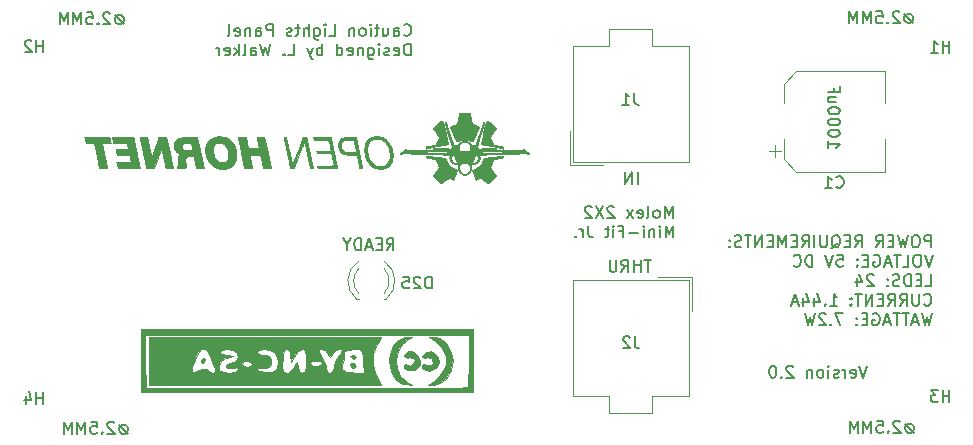
<source format=gbr>
G04 #@! TF.GenerationSoftware,KiCad,Pcbnew,(5.1.6)-1*
G04 #@! TF.CreationDate,2021-02-10T22:16:51+11:00*
G04 #@! TF.ProjectId,Caution_Light_Panel,43617574-696f-46e5-9f4c-696768745f50,rev?*
G04 #@! TF.SameCoordinates,Original*
G04 #@! TF.FileFunction,Legend,Bot*
G04 #@! TF.FilePolarity,Positive*
%FSLAX46Y46*%
G04 Gerber Fmt 4.6, Leading zero omitted, Abs format (unit mm)*
G04 Created by KiCad (PCBNEW (5.1.6)-1) date 2021-02-10 22:16:51*
%MOMM*%
%LPD*%
G01*
G04 APERTURE LIST*
%ADD10C,0.150000*%
%ADD11C,0.010000*%
%ADD12C,0.120000*%
G04 APERTURE END LIST*
D10*
X179680476Y-102112380D02*
X179347142Y-103112380D01*
X179013809Y-102112380D01*
X178299523Y-103064761D02*
X178394761Y-103112380D01*
X178585238Y-103112380D01*
X178680476Y-103064761D01*
X178728095Y-102969523D01*
X178728095Y-102588571D01*
X178680476Y-102493333D01*
X178585238Y-102445714D01*
X178394761Y-102445714D01*
X178299523Y-102493333D01*
X178251904Y-102588571D01*
X178251904Y-102683809D01*
X178728095Y-102779047D01*
X177823333Y-103112380D02*
X177823333Y-102445714D01*
X177823333Y-102636190D02*
X177775714Y-102540952D01*
X177728095Y-102493333D01*
X177632857Y-102445714D01*
X177537619Y-102445714D01*
X177251904Y-103064761D02*
X177156666Y-103112380D01*
X176966190Y-103112380D01*
X176870952Y-103064761D01*
X176823333Y-102969523D01*
X176823333Y-102921904D01*
X176870952Y-102826666D01*
X176966190Y-102779047D01*
X177109047Y-102779047D01*
X177204285Y-102731428D01*
X177251904Y-102636190D01*
X177251904Y-102588571D01*
X177204285Y-102493333D01*
X177109047Y-102445714D01*
X176966190Y-102445714D01*
X176870952Y-102493333D01*
X176394761Y-103112380D02*
X176394761Y-102445714D01*
X176394761Y-102112380D02*
X176442380Y-102160000D01*
X176394761Y-102207619D01*
X176347142Y-102160000D01*
X176394761Y-102112380D01*
X176394761Y-102207619D01*
X175775714Y-103112380D02*
X175870952Y-103064761D01*
X175918571Y-103017142D01*
X175966190Y-102921904D01*
X175966190Y-102636190D01*
X175918571Y-102540952D01*
X175870952Y-102493333D01*
X175775714Y-102445714D01*
X175632857Y-102445714D01*
X175537619Y-102493333D01*
X175490000Y-102540952D01*
X175442380Y-102636190D01*
X175442380Y-102921904D01*
X175490000Y-103017142D01*
X175537619Y-103064761D01*
X175632857Y-103112380D01*
X175775714Y-103112380D01*
X175013809Y-102445714D02*
X175013809Y-103112380D01*
X175013809Y-102540952D02*
X174966190Y-102493333D01*
X174870952Y-102445714D01*
X174728095Y-102445714D01*
X174632857Y-102493333D01*
X174585238Y-102588571D01*
X174585238Y-103112380D01*
X173394761Y-102207619D02*
X173347142Y-102160000D01*
X173251904Y-102112380D01*
X173013809Y-102112380D01*
X172918571Y-102160000D01*
X172870952Y-102207619D01*
X172823333Y-102302857D01*
X172823333Y-102398095D01*
X172870952Y-102540952D01*
X173442380Y-103112380D01*
X172823333Y-103112380D01*
X172394761Y-103017142D02*
X172347142Y-103064761D01*
X172394761Y-103112380D01*
X172442380Y-103064761D01*
X172394761Y-103017142D01*
X172394761Y-103112380D01*
X171728095Y-102112380D02*
X171632857Y-102112380D01*
X171537619Y-102160000D01*
X171490000Y-102207619D01*
X171442380Y-102302857D01*
X171394761Y-102493333D01*
X171394761Y-102731428D01*
X171442380Y-102921904D01*
X171490000Y-103017142D01*
X171537619Y-103064761D01*
X171632857Y-103112380D01*
X171728095Y-103112380D01*
X171823333Y-103064761D01*
X171870952Y-103017142D01*
X171918571Y-102921904D01*
X171966190Y-102731428D01*
X171966190Y-102493333D01*
X171918571Y-102302857D01*
X171870952Y-102207619D01*
X171823333Y-102160000D01*
X171728095Y-102112380D01*
X138980000Y-92312380D02*
X139313333Y-91836190D01*
X139551428Y-92312380D02*
X139551428Y-91312380D01*
X139170476Y-91312380D01*
X139075238Y-91360000D01*
X139027619Y-91407619D01*
X138980000Y-91502857D01*
X138980000Y-91645714D01*
X139027619Y-91740952D01*
X139075238Y-91788571D01*
X139170476Y-91836190D01*
X139551428Y-91836190D01*
X138551428Y-91788571D02*
X138218095Y-91788571D01*
X138075238Y-92312380D02*
X138551428Y-92312380D01*
X138551428Y-91312380D01*
X138075238Y-91312380D01*
X137694285Y-92026666D02*
X137218095Y-92026666D01*
X137789523Y-92312380D02*
X137456190Y-91312380D01*
X137122857Y-92312380D01*
X136789523Y-92312380D02*
X136789523Y-91312380D01*
X136551428Y-91312380D01*
X136408571Y-91360000D01*
X136313333Y-91455238D01*
X136265714Y-91550476D01*
X136218095Y-91740952D01*
X136218095Y-91883809D01*
X136265714Y-92074285D01*
X136313333Y-92169523D01*
X136408571Y-92264761D01*
X136551428Y-92312380D01*
X136789523Y-92312380D01*
X135599047Y-91836190D02*
X135599047Y-92312380D01*
X135932380Y-91312380D02*
X135599047Y-91836190D01*
X135265714Y-91312380D01*
X183352771Y-107005476D02*
X183162295Y-107005476D01*
X182971819Y-107100714D01*
X182876580Y-107291190D01*
X182876580Y-107481666D01*
X182971819Y-107672142D01*
X183162295Y-107767380D01*
X183352771Y-107767380D01*
X183543247Y-107672142D01*
X183638485Y-107481666D01*
X183638485Y-107291190D01*
X183543247Y-107100714D01*
X183352771Y-107005476D01*
X182876580Y-107005476D02*
X183638485Y-107767380D01*
X182448009Y-106862619D02*
X182400390Y-106815000D01*
X182305152Y-106767380D01*
X182067057Y-106767380D01*
X181971819Y-106815000D01*
X181924200Y-106862619D01*
X181876580Y-106957857D01*
X181876580Y-107053095D01*
X181924200Y-107195952D01*
X182495628Y-107767380D01*
X181876580Y-107767380D01*
X181448009Y-107672142D02*
X181400390Y-107719761D01*
X181448009Y-107767380D01*
X181495628Y-107719761D01*
X181448009Y-107672142D01*
X181448009Y-107767380D01*
X180495628Y-106767380D02*
X180971819Y-106767380D01*
X181019438Y-107243571D01*
X180971819Y-107195952D01*
X180876580Y-107148333D01*
X180638485Y-107148333D01*
X180543247Y-107195952D01*
X180495628Y-107243571D01*
X180448009Y-107338809D01*
X180448009Y-107576904D01*
X180495628Y-107672142D01*
X180543247Y-107719761D01*
X180638485Y-107767380D01*
X180876580Y-107767380D01*
X180971819Y-107719761D01*
X181019438Y-107672142D01*
X180019438Y-107767380D02*
X180019438Y-106767380D01*
X179686104Y-107481666D01*
X179352771Y-106767380D01*
X179352771Y-107767380D01*
X178876580Y-107767380D02*
X178876580Y-106767380D01*
X178543247Y-107481666D01*
X178209914Y-106767380D01*
X178209914Y-107767380D01*
X183301971Y-72334476D02*
X183111495Y-72334476D01*
X182921019Y-72429714D01*
X182825780Y-72620190D01*
X182825780Y-72810666D01*
X182921019Y-73001142D01*
X183111495Y-73096380D01*
X183301971Y-73096380D01*
X183492447Y-73001142D01*
X183587685Y-72810666D01*
X183587685Y-72620190D01*
X183492447Y-72429714D01*
X183301971Y-72334476D01*
X182825780Y-72334476D02*
X183587685Y-73096380D01*
X182397209Y-72191619D02*
X182349590Y-72144000D01*
X182254352Y-72096380D01*
X182016257Y-72096380D01*
X181921019Y-72144000D01*
X181873400Y-72191619D01*
X181825780Y-72286857D01*
X181825780Y-72382095D01*
X181873400Y-72524952D01*
X182444828Y-73096380D01*
X181825780Y-73096380D01*
X181397209Y-73001142D02*
X181349590Y-73048761D01*
X181397209Y-73096380D01*
X181444828Y-73048761D01*
X181397209Y-73001142D01*
X181397209Y-73096380D01*
X180444828Y-72096380D02*
X180921019Y-72096380D01*
X180968638Y-72572571D01*
X180921019Y-72524952D01*
X180825780Y-72477333D01*
X180587685Y-72477333D01*
X180492447Y-72524952D01*
X180444828Y-72572571D01*
X180397209Y-72667809D01*
X180397209Y-72905904D01*
X180444828Y-73001142D01*
X180492447Y-73048761D01*
X180587685Y-73096380D01*
X180825780Y-73096380D01*
X180921019Y-73048761D01*
X180968638Y-73001142D01*
X179968638Y-73096380D02*
X179968638Y-72096380D01*
X179635304Y-72810666D01*
X179301971Y-72096380D01*
X179301971Y-73096380D01*
X178825780Y-73096380D02*
X178825780Y-72096380D01*
X178492447Y-72810666D01*
X178159114Y-72096380D01*
X178159114Y-73096380D01*
X116449171Y-72436076D02*
X116258695Y-72436076D01*
X116068219Y-72531314D01*
X115972980Y-72721790D01*
X115972980Y-72912266D01*
X116068219Y-73102742D01*
X116258695Y-73197980D01*
X116449171Y-73197980D01*
X116639647Y-73102742D01*
X116734885Y-72912266D01*
X116734885Y-72721790D01*
X116639647Y-72531314D01*
X116449171Y-72436076D01*
X115972980Y-72436076D02*
X116734885Y-73197980D01*
X115544409Y-72293219D02*
X115496790Y-72245600D01*
X115401552Y-72197980D01*
X115163457Y-72197980D01*
X115068219Y-72245600D01*
X115020600Y-72293219D01*
X114972980Y-72388457D01*
X114972980Y-72483695D01*
X115020600Y-72626552D01*
X115592028Y-73197980D01*
X114972980Y-73197980D01*
X114544409Y-73102742D02*
X114496790Y-73150361D01*
X114544409Y-73197980D01*
X114592028Y-73150361D01*
X114544409Y-73102742D01*
X114544409Y-73197980D01*
X113592028Y-72197980D02*
X114068219Y-72197980D01*
X114115838Y-72674171D01*
X114068219Y-72626552D01*
X113972980Y-72578933D01*
X113734885Y-72578933D01*
X113639647Y-72626552D01*
X113592028Y-72674171D01*
X113544409Y-72769409D01*
X113544409Y-73007504D01*
X113592028Y-73102742D01*
X113639647Y-73150361D01*
X113734885Y-73197980D01*
X113972980Y-73197980D01*
X114068219Y-73150361D01*
X114115838Y-73102742D01*
X113115838Y-73197980D02*
X113115838Y-72197980D01*
X112782504Y-72912266D01*
X112449171Y-72197980D01*
X112449171Y-73197980D01*
X111972980Y-73197980D02*
X111972980Y-72197980D01*
X111639647Y-72912266D01*
X111306314Y-72197980D01*
X111306314Y-73197980D01*
X116804771Y-107081676D02*
X116614295Y-107081676D01*
X116423819Y-107176914D01*
X116328580Y-107367390D01*
X116328580Y-107557866D01*
X116423819Y-107748342D01*
X116614295Y-107843580D01*
X116804771Y-107843580D01*
X116995247Y-107748342D01*
X117090485Y-107557866D01*
X117090485Y-107367390D01*
X116995247Y-107176914D01*
X116804771Y-107081676D01*
X116328580Y-107081676D02*
X117090485Y-107843580D01*
X115900009Y-106938819D02*
X115852390Y-106891200D01*
X115757152Y-106843580D01*
X115519057Y-106843580D01*
X115423819Y-106891200D01*
X115376200Y-106938819D01*
X115328580Y-107034057D01*
X115328580Y-107129295D01*
X115376200Y-107272152D01*
X115947628Y-107843580D01*
X115328580Y-107843580D01*
X114900009Y-107748342D02*
X114852390Y-107795961D01*
X114900009Y-107843580D01*
X114947628Y-107795961D01*
X114900009Y-107748342D01*
X114900009Y-107843580D01*
X113947628Y-106843580D02*
X114423819Y-106843580D01*
X114471438Y-107319771D01*
X114423819Y-107272152D01*
X114328580Y-107224533D01*
X114090485Y-107224533D01*
X113995247Y-107272152D01*
X113947628Y-107319771D01*
X113900009Y-107415009D01*
X113900009Y-107653104D01*
X113947628Y-107748342D01*
X113995247Y-107795961D01*
X114090485Y-107843580D01*
X114328580Y-107843580D01*
X114423819Y-107795961D01*
X114471438Y-107748342D01*
X113471438Y-107843580D02*
X113471438Y-106843580D01*
X113138104Y-107557866D01*
X112804771Y-106843580D01*
X112804771Y-107843580D01*
X112328580Y-107843580D02*
X112328580Y-106843580D01*
X111995247Y-107557866D01*
X111661914Y-106843580D01*
X111661914Y-107843580D01*
X185064404Y-92062380D02*
X185064404Y-91062380D01*
X184683452Y-91062380D01*
X184588214Y-91110000D01*
X184540595Y-91157619D01*
X184492976Y-91252857D01*
X184492976Y-91395714D01*
X184540595Y-91490952D01*
X184588214Y-91538571D01*
X184683452Y-91586190D01*
X185064404Y-91586190D01*
X183873928Y-91062380D02*
X183683452Y-91062380D01*
X183588214Y-91110000D01*
X183492976Y-91205238D01*
X183445357Y-91395714D01*
X183445357Y-91729047D01*
X183492976Y-91919523D01*
X183588214Y-92014761D01*
X183683452Y-92062380D01*
X183873928Y-92062380D01*
X183969166Y-92014761D01*
X184064404Y-91919523D01*
X184112023Y-91729047D01*
X184112023Y-91395714D01*
X184064404Y-91205238D01*
X183969166Y-91110000D01*
X183873928Y-91062380D01*
X183112023Y-91062380D02*
X182873928Y-92062380D01*
X182683452Y-91348095D01*
X182492976Y-92062380D01*
X182254880Y-91062380D01*
X181873928Y-91538571D02*
X181540595Y-91538571D01*
X181397738Y-92062380D02*
X181873928Y-92062380D01*
X181873928Y-91062380D01*
X181397738Y-91062380D01*
X180397738Y-92062380D02*
X180731071Y-91586190D01*
X180969166Y-92062380D02*
X180969166Y-91062380D01*
X180588214Y-91062380D01*
X180492976Y-91110000D01*
X180445357Y-91157619D01*
X180397738Y-91252857D01*
X180397738Y-91395714D01*
X180445357Y-91490952D01*
X180492976Y-91538571D01*
X180588214Y-91586190D01*
X180969166Y-91586190D01*
X178635833Y-92062380D02*
X178969166Y-91586190D01*
X179207261Y-92062380D02*
X179207261Y-91062380D01*
X178826309Y-91062380D01*
X178731071Y-91110000D01*
X178683452Y-91157619D01*
X178635833Y-91252857D01*
X178635833Y-91395714D01*
X178683452Y-91490952D01*
X178731071Y-91538571D01*
X178826309Y-91586190D01*
X179207261Y-91586190D01*
X178207261Y-91538571D02*
X177873928Y-91538571D01*
X177731071Y-92062380D02*
X178207261Y-92062380D01*
X178207261Y-91062380D01*
X177731071Y-91062380D01*
X176635833Y-92157619D02*
X176731071Y-92110000D01*
X176826309Y-92014761D01*
X176969166Y-91871904D01*
X177064404Y-91824285D01*
X177159642Y-91824285D01*
X177112023Y-92062380D02*
X177207261Y-92014761D01*
X177302500Y-91919523D01*
X177350119Y-91729047D01*
X177350119Y-91395714D01*
X177302500Y-91205238D01*
X177207261Y-91110000D01*
X177112023Y-91062380D01*
X176921547Y-91062380D01*
X176826309Y-91110000D01*
X176731071Y-91205238D01*
X176683452Y-91395714D01*
X176683452Y-91729047D01*
X176731071Y-91919523D01*
X176826309Y-92014761D01*
X176921547Y-92062380D01*
X177112023Y-92062380D01*
X176254880Y-91062380D02*
X176254880Y-91871904D01*
X176207261Y-91967142D01*
X176159642Y-92014761D01*
X176064404Y-92062380D01*
X175873928Y-92062380D01*
X175778690Y-92014761D01*
X175731071Y-91967142D01*
X175683452Y-91871904D01*
X175683452Y-91062380D01*
X175207261Y-92062380D02*
X175207261Y-91062380D01*
X174159642Y-92062380D02*
X174492976Y-91586190D01*
X174731071Y-92062380D02*
X174731071Y-91062380D01*
X174350119Y-91062380D01*
X174254880Y-91110000D01*
X174207261Y-91157619D01*
X174159642Y-91252857D01*
X174159642Y-91395714D01*
X174207261Y-91490952D01*
X174254880Y-91538571D01*
X174350119Y-91586190D01*
X174731071Y-91586190D01*
X173731071Y-91538571D02*
X173397738Y-91538571D01*
X173254880Y-92062380D02*
X173731071Y-92062380D01*
X173731071Y-91062380D01*
X173254880Y-91062380D01*
X172826309Y-92062380D02*
X172826309Y-91062380D01*
X172492976Y-91776666D01*
X172159642Y-91062380D01*
X172159642Y-92062380D01*
X171683452Y-91538571D02*
X171350119Y-91538571D01*
X171207261Y-92062380D02*
X171683452Y-92062380D01*
X171683452Y-91062380D01*
X171207261Y-91062380D01*
X170778690Y-92062380D02*
X170778690Y-91062380D01*
X170207261Y-92062380D01*
X170207261Y-91062380D01*
X169873928Y-91062380D02*
X169302500Y-91062380D01*
X169588214Y-92062380D02*
X169588214Y-91062380D01*
X169016785Y-92014761D02*
X168873928Y-92062380D01*
X168635833Y-92062380D01*
X168540595Y-92014761D01*
X168492976Y-91967142D01*
X168445357Y-91871904D01*
X168445357Y-91776666D01*
X168492976Y-91681428D01*
X168540595Y-91633809D01*
X168635833Y-91586190D01*
X168826309Y-91538571D01*
X168921547Y-91490952D01*
X168969166Y-91443333D01*
X169016785Y-91348095D01*
X169016785Y-91252857D01*
X168969166Y-91157619D01*
X168921547Y-91110000D01*
X168826309Y-91062380D01*
X168588214Y-91062380D01*
X168445357Y-91110000D01*
X168016785Y-91967142D02*
X167969166Y-92014761D01*
X168016785Y-92062380D01*
X168064404Y-92014761D01*
X168016785Y-91967142D01*
X168016785Y-92062380D01*
X168016785Y-91443333D02*
X167969166Y-91490952D01*
X168016785Y-91538571D01*
X168064404Y-91490952D01*
X168016785Y-91443333D01*
X168016785Y-91538571D01*
X185207261Y-92712380D02*
X184873928Y-93712380D01*
X184540595Y-92712380D01*
X184016785Y-92712380D02*
X183826309Y-92712380D01*
X183731071Y-92760000D01*
X183635833Y-92855238D01*
X183588214Y-93045714D01*
X183588214Y-93379047D01*
X183635833Y-93569523D01*
X183731071Y-93664761D01*
X183826309Y-93712380D01*
X184016785Y-93712380D01*
X184112023Y-93664761D01*
X184207261Y-93569523D01*
X184254880Y-93379047D01*
X184254880Y-93045714D01*
X184207261Y-92855238D01*
X184112023Y-92760000D01*
X184016785Y-92712380D01*
X182683452Y-93712380D02*
X183159642Y-93712380D01*
X183159642Y-92712380D01*
X182492976Y-92712380D02*
X181921547Y-92712380D01*
X182207261Y-93712380D02*
X182207261Y-92712380D01*
X181635833Y-93426666D02*
X181159642Y-93426666D01*
X181731071Y-93712380D02*
X181397738Y-92712380D01*
X181064404Y-93712380D01*
X180207261Y-92760000D02*
X180302500Y-92712380D01*
X180445357Y-92712380D01*
X180588214Y-92760000D01*
X180683452Y-92855238D01*
X180731071Y-92950476D01*
X180778690Y-93140952D01*
X180778690Y-93283809D01*
X180731071Y-93474285D01*
X180683452Y-93569523D01*
X180588214Y-93664761D01*
X180445357Y-93712380D01*
X180350119Y-93712380D01*
X180207261Y-93664761D01*
X180159642Y-93617142D01*
X180159642Y-93283809D01*
X180350119Y-93283809D01*
X179731071Y-93188571D02*
X179397738Y-93188571D01*
X179254880Y-93712380D02*
X179731071Y-93712380D01*
X179731071Y-92712380D01*
X179254880Y-92712380D01*
X178826309Y-93617142D02*
X178778690Y-93664761D01*
X178826309Y-93712380D01*
X178873928Y-93664761D01*
X178826309Y-93617142D01*
X178826309Y-93712380D01*
X178826309Y-93093333D02*
X178778690Y-93140952D01*
X178826309Y-93188571D01*
X178873928Y-93140952D01*
X178826309Y-93093333D01*
X178826309Y-93188571D01*
X177112023Y-92712380D02*
X177588214Y-92712380D01*
X177635833Y-93188571D01*
X177588214Y-93140952D01*
X177492976Y-93093333D01*
X177254880Y-93093333D01*
X177159642Y-93140952D01*
X177112023Y-93188571D01*
X177064404Y-93283809D01*
X177064404Y-93521904D01*
X177112023Y-93617142D01*
X177159642Y-93664761D01*
X177254880Y-93712380D01*
X177492976Y-93712380D01*
X177588214Y-93664761D01*
X177635833Y-93617142D01*
X176778690Y-92712380D02*
X176445357Y-93712380D01*
X176112023Y-92712380D01*
X175016785Y-93712380D02*
X175016785Y-92712380D01*
X174778690Y-92712380D01*
X174635833Y-92760000D01*
X174540595Y-92855238D01*
X174492976Y-92950476D01*
X174445357Y-93140952D01*
X174445357Y-93283809D01*
X174492976Y-93474285D01*
X174540595Y-93569523D01*
X174635833Y-93664761D01*
X174778690Y-93712380D01*
X175016785Y-93712380D01*
X173445357Y-93617142D02*
X173492976Y-93664761D01*
X173635833Y-93712380D01*
X173731071Y-93712380D01*
X173873928Y-93664761D01*
X173969166Y-93569523D01*
X174016785Y-93474285D01*
X174064404Y-93283809D01*
X174064404Y-93140952D01*
X174016785Y-92950476D01*
X173969166Y-92855238D01*
X173873928Y-92760000D01*
X173731071Y-92712380D01*
X173635833Y-92712380D01*
X173492976Y-92760000D01*
X173445357Y-92807619D01*
X184588214Y-95362380D02*
X185064404Y-95362380D01*
X185064404Y-94362380D01*
X184254880Y-94838571D02*
X183921547Y-94838571D01*
X183778690Y-95362380D02*
X184254880Y-95362380D01*
X184254880Y-94362380D01*
X183778690Y-94362380D01*
X183350119Y-95362380D02*
X183350119Y-94362380D01*
X183112023Y-94362380D01*
X182969166Y-94410000D01*
X182873928Y-94505238D01*
X182826309Y-94600476D01*
X182778690Y-94790952D01*
X182778690Y-94933809D01*
X182826309Y-95124285D01*
X182873928Y-95219523D01*
X182969166Y-95314761D01*
X183112023Y-95362380D01*
X183350119Y-95362380D01*
X182397738Y-95314761D02*
X182254880Y-95362380D01*
X182016785Y-95362380D01*
X181921547Y-95314761D01*
X181873928Y-95267142D01*
X181826309Y-95171904D01*
X181826309Y-95076666D01*
X181873928Y-94981428D01*
X181921547Y-94933809D01*
X182016785Y-94886190D01*
X182207261Y-94838571D01*
X182302500Y-94790952D01*
X182350119Y-94743333D01*
X182397738Y-94648095D01*
X182397738Y-94552857D01*
X182350119Y-94457619D01*
X182302500Y-94410000D01*
X182207261Y-94362380D01*
X181969166Y-94362380D01*
X181826309Y-94410000D01*
X181397738Y-95267142D02*
X181350119Y-95314761D01*
X181397738Y-95362380D01*
X181445357Y-95314761D01*
X181397738Y-95267142D01*
X181397738Y-95362380D01*
X181397738Y-94743333D02*
X181350119Y-94790952D01*
X181397738Y-94838571D01*
X181445357Y-94790952D01*
X181397738Y-94743333D01*
X181397738Y-94838571D01*
X180207261Y-94457619D02*
X180159642Y-94410000D01*
X180064404Y-94362380D01*
X179826309Y-94362380D01*
X179731071Y-94410000D01*
X179683452Y-94457619D01*
X179635833Y-94552857D01*
X179635833Y-94648095D01*
X179683452Y-94790952D01*
X180254880Y-95362380D01*
X179635833Y-95362380D01*
X178778690Y-94695714D02*
X178778690Y-95362380D01*
X179016785Y-94314761D02*
X179254880Y-95029047D01*
X178635833Y-95029047D01*
X184492976Y-96917142D02*
X184540595Y-96964761D01*
X184683452Y-97012380D01*
X184778690Y-97012380D01*
X184921547Y-96964761D01*
X185016785Y-96869523D01*
X185064404Y-96774285D01*
X185112023Y-96583809D01*
X185112023Y-96440952D01*
X185064404Y-96250476D01*
X185016785Y-96155238D01*
X184921547Y-96060000D01*
X184778690Y-96012380D01*
X184683452Y-96012380D01*
X184540595Y-96060000D01*
X184492976Y-96107619D01*
X184064404Y-96012380D02*
X184064404Y-96821904D01*
X184016785Y-96917142D01*
X183969166Y-96964761D01*
X183873928Y-97012380D01*
X183683452Y-97012380D01*
X183588214Y-96964761D01*
X183540595Y-96917142D01*
X183492976Y-96821904D01*
X183492976Y-96012380D01*
X182445357Y-97012380D02*
X182778690Y-96536190D01*
X183016785Y-97012380D02*
X183016785Y-96012380D01*
X182635833Y-96012380D01*
X182540595Y-96060000D01*
X182492976Y-96107619D01*
X182445357Y-96202857D01*
X182445357Y-96345714D01*
X182492976Y-96440952D01*
X182540595Y-96488571D01*
X182635833Y-96536190D01*
X183016785Y-96536190D01*
X181445357Y-97012380D02*
X181778690Y-96536190D01*
X182016785Y-97012380D02*
X182016785Y-96012380D01*
X181635833Y-96012380D01*
X181540595Y-96060000D01*
X181492976Y-96107619D01*
X181445357Y-96202857D01*
X181445357Y-96345714D01*
X181492976Y-96440952D01*
X181540595Y-96488571D01*
X181635833Y-96536190D01*
X182016785Y-96536190D01*
X181016785Y-96488571D02*
X180683452Y-96488571D01*
X180540595Y-97012380D02*
X181016785Y-97012380D01*
X181016785Y-96012380D01*
X180540595Y-96012380D01*
X180112023Y-97012380D02*
X180112023Y-96012380D01*
X179540595Y-97012380D01*
X179540595Y-96012380D01*
X179207261Y-96012380D02*
X178635833Y-96012380D01*
X178921547Y-97012380D02*
X178921547Y-96012380D01*
X178302500Y-96917142D02*
X178254880Y-96964761D01*
X178302500Y-97012380D01*
X178350119Y-96964761D01*
X178302500Y-96917142D01*
X178302500Y-97012380D01*
X178302500Y-96393333D02*
X178254880Y-96440952D01*
X178302500Y-96488571D01*
X178350119Y-96440952D01*
X178302500Y-96393333D01*
X178302500Y-96488571D01*
X176540595Y-97012380D02*
X177112023Y-97012380D01*
X176826309Y-97012380D02*
X176826309Y-96012380D01*
X176921547Y-96155238D01*
X177016785Y-96250476D01*
X177112023Y-96298095D01*
X176112023Y-96917142D02*
X176064404Y-96964761D01*
X176112023Y-97012380D01*
X176159642Y-96964761D01*
X176112023Y-96917142D01*
X176112023Y-97012380D01*
X175207261Y-96345714D02*
X175207261Y-97012380D01*
X175445357Y-95964761D02*
X175683452Y-96679047D01*
X175064404Y-96679047D01*
X174254880Y-96345714D02*
X174254880Y-97012380D01*
X174492976Y-95964761D02*
X174731071Y-96679047D01*
X174112023Y-96679047D01*
X173778690Y-96726666D02*
X173302500Y-96726666D01*
X173873928Y-97012380D02*
X173540595Y-96012380D01*
X173207261Y-97012380D01*
X185159642Y-97662380D02*
X184921547Y-98662380D01*
X184731071Y-97948095D01*
X184540595Y-98662380D01*
X184302500Y-97662380D01*
X183969166Y-98376666D02*
X183492976Y-98376666D01*
X184064404Y-98662380D02*
X183731071Y-97662380D01*
X183397738Y-98662380D01*
X183207261Y-97662380D02*
X182635833Y-97662380D01*
X182921547Y-98662380D02*
X182921547Y-97662380D01*
X182445357Y-97662380D02*
X181873928Y-97662380D01*
X182159642Y-98662380D02*
X182159642Y-97662380D01*
X181588214Y-98376666D02*
X181112023Y-98376666D01*
X181683452Y-98662380D02*
X181350119Y-97662380D01*
X181016785Y-98662380D01*
X180159642Y-97710000D02*
X180254880Y-97662380D01*
X180397738Y-97662380D01*
X180540595Y-97710000D01*
X180635833Y-97805238D01*
X180683452Y-97900476D01*
X180731071Y-98090952D01*
X180731071Y-98233809D01*
X180683452Y-98424285D01*
X180635833Y-98519523D01*
X180540595Y-98614761D01*
X180397738Y-98662380D01*
X180302500Y-98662380D01*
X180159642Y-98614761D01*
X180112023Y-98567142D01*
X180112023Y-98233809D01*
X180302500Y-98233809D01*
X179683452Y-98138571D02*
X179350119Y-98138571D01*
X179207261Y-98662380D02*
X179683452Y-98662380D01*
X179683452Y-97662380D01*
X179207261Y-97662380D01*
X178778690Y-98567142D02*
X178731071Y-98614761D01*
X178778690Y-98662380D01*
X178826309Y-98614761D01*
X178778690Y-98567142D01*
X178778690Y-98662380D01*
X178778690Y-98043333D02*
X178731071Y-98090952D01*
X178778690Y-98138571D01*
X178826309Y-98090952D01*
X178778690Y-98043333D01*
X178778690Y-98138571D01*
X177635833Y-97662380D02*
X176969166Y-97662380D01*
X177397738Y-98662380D01*
X176588214Y-98567142D02*
X176540595Y-98614761D01*
X176588214Y-98662380D01*
X176635833Y-98614761D01*
X176588214Y-98567142D01*
X176588214Y-98662380D01*
X176159642Y-97757619D02*
X176112023Y-97710000D01*
X176016785Y-97662380D01*
X175778690Y-97662380D01*
X175683452Y-97710000D01*
X175635833Y-97757619D01*
X175588214Y-97852857D01*
X175588214Y-97948095D01*
X175635833Y-98090952D01*
X176207261Y-98662380D01*
X175588214Y-98662380D01*
X175254880Y-97662380D02*
X175016785Y-98662380D01*
X174826309Y-97948095D01*
X174635833Y-98662380D01*
X174397738Y-97662380D01*
X176357619Y-83083809D02*
X176357619Y-83655238D01*
X176357619Y-83369523D02*
X177357619Y-83369523D01*
X177214761Y-83464761D01*
X177119523Y-83560000D01*
X177071904Y-83655238D01*
X177357619Y-82464761D02*
X177357619Y-82369523D01*
X177310000Y-82274285D01*
X177262380Y-82226666D01*
X177167142Y-82179047D01*
X176976666Y-82131428D01*
X176738571Y-82131428D01*
X176548095Y-82179047D01*
X176452857Y-82226666D01*
X176405238Y-82274285D01*
X176357619Y-82369523D01*
X176357619Y-82464761D01*
X176405238Y-82560000D01*
X176452857Y-82607619D01*
X176548095Y-82655238D01*
X176738571Y-82702857D01*
X176976666Y-82702857D01*
X177167142Y-82655238D01*
X177262380Y-82607619D01*
X177310000Y-82560000D01*
X177357619Y-82464761D01*
X177357619Y-81512380D02*
X177357619Y-81417142D01*
X177310000Y-81321904D01*
X177262380Y-81274285D01*
X177167142Y-81226666D01*
X176976666Y-81179047D01*
X176738571Y-81179047D01*
X176548095Y-81226666D01*
X176452857Y-81274285D01*
X176405238Y-81321904D01*
X176357619Y-81417142D01*
X176357619Y-81512380D01*
X176405238Y-81607619D01*
X176452857Y-81655238D01*
X176548095Y-81702857D01*
X176738571Y-81750476D01*
X176976666Y-81750476D01*
X177167142Y-81702857D01*
X177262380Y-81655238D01*
X177310000Y-81607619D01*
X177357619Y-81512380D01*
X177357619Y-80560000D02*
X177357619Y-80464761D01*
X177310000Y-80369523D01*
X177262380Y-80321904D01*
X177167142Y-80274285D01*
X176976666Y-80226666D01*
X176738571Y-80226666D01*
X176548095Y-80274285D01*
X176452857Y-80321904D01*
X176405238Y-80369523D01*
X176357619Y-80464761D01*
X176357619Y-80560000D01*
X176405238Y-80655238D01*
X176452857Y-80702857D01*
X176548095Y-80750476D01*
X176738571Y-80798095D01*
X176976666Y-80798095D01*
X177167142Y-80750476D01*
X177262380Y-80702857D01*
X177310000Y-80655238D01*
X177357619Y-80560000D01*
X177024285Y-79369523D02*
X176357619Y-79369523D01*
X177024285Y-79798095D02*
X176500476Y-79798095D01*
X176405238Y-79750476D01*
X176357619Y-79655238D01*
X176357619Y-79512380D01*
X176405238Y-79417142D01*
X176452857Y-79369523D01*
X176881428Y-78560000D02*
X176881428Y-78893333D01*
X176357619Y-78893333D02*
X177357619Y-78893333D01*
X177357619Y-78417142D01*
X161383333Y-93142380D02*
X160811904Y-93142380D01*
X161097619Y-94142380D02*
X161097619Y-93142380D01*
X160478571Y-94142380D02*
X160478571Y-93142380D01*
X160478571Y-93618571D02*
X159907142Y-93618571D01*
X159907142Y-94142380D02*
X159907142Y-93142380D01*
X158859523Y-94142380D02*
X159192857Y-93666190D01*
X159430952Y-94142380D02*
X159430952Y-93142380D01*
X159050000Y-93142380D01*
X158954761Y-93190000D01*
X158907142Y-93237619D01*
X158859523Y-93332857D01*
X158859523Y-93475714D01*
X158907142Y-93570952D01*
X158954761Y-93618571D01*
X159050000Y-93666190D01*
X159430952Y-93666190D01*
X158430952Y-93142380D02*
X158430952Y-93951904D01*
X158383333Y-94047142D01*
X158335714Y-94094761D01*
X158240476Y-94142380D01*
X158050000Y-94142380D01*
X157954761Y-94094761D01*
X157907142Y-94047142D01*
X157859523Y-93951904D01*
X157859523Y-93142380D01*
X160253809Y-86682380D02*
X160253809Y-85682380D01*
X159777619Y-86682380D02*
X159777619Y-85682380D01*
X159206190Y-86682380D01*
X159206190Y-85682380D01*
X163191428Y-89587380D02*
X163191428Y-88587380D01*
X162858095Y-89301666D01*
X162524761Y-88587380D01*
X162524761Y-89587380D01*
X161905714Y-89587380D02*
X162000952Y-89539761D01*
X162048571Y-89492142D01*
X162096190Y-89396904D01*
X162096190Y-89111190D01*
X162048571Y-89015952D01*
X162000952Y-88968333D01*
X161905714Y-88920714D01*
X161762857Y-88920714D01*
X161667619Y-88968333D01*
X161620000Y-89015952D01*
X161572380Y-89111190D01*
X161572380Y-89396904D01*
X161620000Y-89492142D01*
X161667619Y-89539761D01*
X161762857Y-89587380D01*
X161905714Y-89587380D01*
X161000952Y-89587380D02*
X161096190Y-89539761D01*
X161143809Y-89444523D01*
X161143809Y-88587380D01*
X160239047Y-89539761D02*
X160334285Y-89587380D01*
X160524761Y-89587380D01*
X160620000Y-89539761D01*
X160667619Y-89444523D01*
X160667619Y-89063571D01*
X160620000Y-88968333D01*
X160524761Y-88920714D01*
X160334285Y-88920714D01*
X160239047Y-88968333D01*
X160191428Y-89063571D01*
X160191428Y-89158809D01*
X160667619Y-89254047D01*
X159858095Y-89587380D02*
X159334285Y-88920714D01*
X159858095Y-88920714D02*
X159334285Y-89587380D01*
X158239047Y-88682619D02*
X158191428Y-88635000D01*
X158096190Y-88587380D01*
X157858095Y-88587380D01*
X157762857Y-88635000D01*
X157715238Y-88682619D01*
X157667619Y-88777857D01*
X157667619Y-88873095D01*
X157715238Y-89015952D01*
X158286666Y-89587380D01*
X157667619Y-89587380D01*
X157334285Y-88587380D02*
X156667619Y-89587380D01*
X156667619Y-88587380D02*
X157334285Y-89587380D01*
X156334285Y-88682619D02*
X156286666Y-88635000D01*
X156191428Y-88587380D01*
X155953333Y-88587380D01*
X155858095Y-88635000D01*
X155810476Y-88682619D01*
X155762857Y-88777857D01*
X155762857Y-88873095D01*
X155810476Y-89015952D01*
X156381904Y-89587380D01*
X155762857Y-89587380D01*
X163262857Y-91237380D02*
X163262857Y-90237380D01*
X162929523Y-90951666D01*
X162596190Y-90237380D01*
X162596190Y-91237380D01*
X162120000Y-91237380D02*
X162120000Y-90570714D01*
X162120000Y-90237380D02*
X162167619Y-90285000D01*
X162120000Y-90332619D01*
X162072380Y-90285000D01*
X162120000Y-90237380D01*
X162120000Y-90332619D01*
X161643809Y-90570714D02*
X161643809Y-91237380D01*
X161643809Y-90665952D02*
X161596190Y-90618333D01*
X161500952Y-90570714D01*
X161358095Y-90570714D01*
X161262857Y-90618333D01*
X161215238Y-90713571D01*
X161215238Y-91237380D01*
X160739047Y-91237380D02*
X160739047Y-90570714D01*
X160739047Y-90237380D02*
X160786666Y-90285000D01*
X160739047Y-90332619D01*
X160691428Y-90285000D01*
X160739047Y-90237380D01*
X160739047Y-90332619D01*
X160262857Y-90856428D02*
X159500952Y-90856428D01*
X158691428Y-90713571D02*
X159024761Y-90713571D01*
X159024761Y-91237380D02*
X159024761Y-90237380D01*
X158548571Y-90237380D01*
X158167619Y-91237380D02*
X158167619Y-90570714D01*
X158167619Y-90237380D02*
X158215238Y-90285000D01*
X158167619Y-90332619D01*
X158120000Y-90285000D01*
X158167619Y-90237380D01*
X158167619Y-90332619D01*
X157834285Y-90570714D02*
X157453333Y-90570714D01*
X157691428Y-90237380D02*
X157691428Y-91094523D01*
X157643809Y-91189761D01*
X157548571Y-91237380D01*
X157453333Y-91237380D01*
X156072380Y-90237380D02*
X156072380Y-90951666D01*
X156120000Y-91094523D01*
X156215238Y-91189761D01*
X156358095Y-91237380D01*
X156453333Y-91237380D01*
X155596190Y-91237380D02*
X155596190Y-90570714D01*
X155596190Y-90761190D02*
X155548571Y-90665952D01*
X155500952Y-90618333D01*
X155405714Y-90570714D01*
X155310476Y-90570714D01*
X154977142Y-91142142D02*
X154929523Y-91189761D01*
X154977142Y-91237380D01*
X155024761Y-91189761D01*
X154977142Y-91142142D01*
X154977142Y-91237380D01*
X109905704Y-105328980D02*
X109905704Y-104328980D01*
X109905704Y-104805171D02*
X109334276Y-104805171D01*
X109334276Y-105328980D02*
X109334276Y-104328980D01*
X108429514Y-104662314D02*
X108429514Y-105328980D01*
X108667609Y-104281361D02*
X108905704Y-104995647D01*
X108286657Y-104995647D01*
X186639104Y-105176580D02*
X186639104Y-104176580D01*
X186639104Y-104652771D02*
X186067676Y-104652771D01*
X186067676Y-105176580D02*
X186067676Y-104176580D01*
X185686723Y-104176580D02*
X185067676Y-104176580D01*
X185401009Y-104557533D01*
X185258152Y-104557533D01*
X185162914Y-104605152D01*
X185115295Y-104652771D01*
X185067676Y-104748009D01*
X185067676Y-104986104D01*
X185115295Y-105081342D01*
X185162914Y-105128961D01*
X185258152Y-105176580D01*
X185543866Y-105176580D01*
X185639104Y-105128961D01*
X185686723Y-105081342D01*
X109905704Y-75534780D02*
X109905704Y-74534780D01*
X109905704Y-75010971D02*
X109334276Y-75010971D01*
X109334276Y-75534780D02*
X109334276Y-74534780D01*
X108905704Y-74630019D02*
X108858085Y-74582400D01*
X108762847Y-74534780D01*
X108524752Y-74534780D01*
X108429514Y-74582400D01*
X108381895Y-74630019D01*
X108334276Y-74725257D01*
X108334276Y-74820495D01*
X108381895Y-74963352D01*
X108953323Y-75534780D01*
X108334276Y-75534780D01*
X186639104Y-75585580D02*
X186639104Y-74585580D01*
X186639104Y-75061771D02*
X186067676Y-75061771D01*
X186067676Y-75585580D02*
X186067676Y-74585580D01*
X185067676Y-75585580D02*
X185639104Y-75585580D01*
X185353390Y-75585580D02*
X185353390Y-74585580D01*
X185448628Y-74728438D01*
X185543866Y-74823676D01*
X185639104Y-74871295D01*
X140432976Y-74092142D02*
X140480595Y-74139761D01*
X140623452Y-74187380D01*
X140718690Y-74187380D01*
X140861547Y-74139761D01*
X140956785Y-74044523D01*
X141004404Y-73949285D01*
X141052023Y-73758809D01*
X141052023Y-73615952D01*
X141004404Y-73425476D01*
X140956785Y-73330238D01*
X140861547Y-73235000D01*
X140718690Y-73187380D01*
X140623452Y-73187380D01*
X140480595Y-73235000D01*
X140432976Y-73282619D01*
X139575833Y-74187380D02*
X139575833Y-73663571D01*
X139623452Y-73568333D01*
X139718690Y-73520714D01*
X139909166Y-73520714D01*
X140004404Y-73568333D01*
X139575833Y-74139761D02*
X139671071Y-74187380D01*
X139909166Y-74187380D01*
X140004404Y-74139761D01*
X140052023Y-74044523D01*
X140052023Y-73949285D01*
X140004404Y-73854047D01*
X139909166Y-73806428D01*
X139671071Y-73806428D01*
X139575833Y-73758809D01*
X138671071Y-73520714D02*
X138671071Y-74187380D01*
X139099642Y-73520714D02*
X139099642Y-74044523D01*
X139052023Y-74139761D01*
X138956785Y-74187380D01*
X138813928Y-74187380D01*
X138718690Y-74139761D01*
X138671071Y-74092142D01*
X138337738Y-73520714D02*
X137956785Y-73520714D01*
X138194880Y-73187380D02*
X138194880Y-74044523D01*
X138147261Y-74139761D01*
X138052023Y-74187380D01*
X137956785Y-74187380D01*
X137623452Y-74187380D02*
X137623452Y-73520714D01*
X137623452Y-73187380D02*
X137671071Y-73235000D01*
X137623452Y-73282619D01*
X137575833Y-73235000D01*
X137623452Y-73187380D01*
X137623452Y-73282619D01*
X137004404Y-74187380D02*
X137099642Y-74139761D01*
X137147261Y-74092142D01*
X137194880Y-73996904D01*
X137194880Y-73711190D01*
X137147261Y-73615952D01*
X137099642Y-73568333D01*
X137004404Y-73520714D01*
X136861547Y-73520714D01*
X136766309Y-73568333D01*
X136718690Y-73615952D01*
X136671071Y-73711190D01*
X136671071Y-73996904D01*
X136718690Y-74092142D01*
X136766309Y-74139761D01*
X136861547Y-74187380D01*
X137004404Y-74187380D01*
X136242500Y-73520714D02*
X136242500Y-74187380D01*
X136242500Y-73615952D02*
X136194880Y-73568333D01*
X136099642Y-73520714D01*
X135956785Y-73520714D01*
X135861547Y-73568333D01*
X135813928Y-73663571D01*
X135813928Y-74187380D01*
X134099642Y-74187380D02*
X134575833Y-74187380D01*
X134575833Y-73187380D01*
X133766309Y-74187380D02*
X133766309Y-73520714D01*
X133766309Y-73187380D02*
X133813928Y-73235000D01*
X133766309Y-73282619D01*
X133718690Y-73235000D01*
X133766309Y-73187380D01*
X133766309Y-73282619D01*
X132861547Y-73520714D02*
X132861547Y-74330238D01*
X132909166Y-74425476D01*
X132956785Y-74473095D01*
X133052023Y-74520714D01*
X133194880Y-74520714D01*
X133290119Y-74473095D01*
X132861547Y-74139761D02*
X132956785Y-74187380D01*
X133147261Y-74187380D01*
X133242500Y-74139761D01*
X133290119Y-74092142D01*
X133337738Y-73996904D01*
X133337738Y-73711190D01*
X133290119Y-73615952D01*
X133242500Y-73568333D01*
X133147261Y-73520714D01*
X132956785Y-73520714D01*
X132861547Y-73568333D01*
X132385357Y-74187380D02*
X132385357Y-73187380D01*
X131956785Y-74187380D02*
X131956785Y-73663571D01*
X132004404Y-73568333D01*
X132099642Y-73520714D01*
X132242500Y-73520714D01*
X132337738Y-73568333D01*
X132385357Y-73615952D01*
X131623452Y-73520714D02*
X131242500Y-73520714D01*
X131480595Y-73187380D02*
X131480595Y-74044523D01*
X131432976Y-74139761D01*
X131337738Y-74187380D01*
X131242500Y-74187380D01*
X130956785Y-74139761D02*
X130861547Y-74187380D01*
X130671071Y-74187380D01*
X130575833Y-74139761D01*
X130528214Y-74044523D01*
X130528214Y-73996904D01*
X130575833Y-73901666D01*
X130671071Y-73854047D01*
X130813928Y-73854047D01*
X130909166Y-73806428D01*
X130956785Y-73711190D01*
X130956785Y-73663571D01*
X130909166Y-73568333D01*
X130813928Y-73520714D01*
X130671071Y-73520714D01*
X130575833Y-73568333D01*
X129337738Y-74187380D02*
X129337738Y-73187380D01*
X128956785Y-73187380D01*
X128861547Y-73235000D01*
X128813928Y-73282619D01*
X128766309Y-73377857D01*
X128766309Y-73520714D01*
X128813928Y-73615952D01*
X128861547Y-73663571D01*
X128956785Y-73711190D01*
X129337738Y-73711190D01*
X127909166Y-74187380D02*
X127909166Y-73663571D01*
X127956785Y-73568333D01*
X128052023Y-73520714D01*
X128242500Y-73520714D01*
X128337738Y-73568333D01*
X127909166Y-74139761D02*
X128004404Y-74187380D01*
X128242500Y-74187380D01*
X128337738Y-74139761D01*
X128385357Y-74044523D01*
X128385357Y-73949285D01*
X128337738Y-73854047D01*
X128242500Y-73806428D01*
X128004404Y-73806428D01*
X127909166Y-73758809D01*
X127432976Y-73520714D02*
X127432976Y-74187380D01*
X127432976Y-73615952D02*
X127385357Y-73568333D01*
X127290119Y-73520714D01*
X127147261Y-73520714D01*
X127052023Y-73568333D01*
X127004404Y-73663571D01*
X127004404Y-74187380D01*
X126147261Y-74139761D02*
X126242500Y-74187380D01*
X126432976Y-74187380D01*
X126528214Y-74139761D01*
X126575833Y-74044523D01*
X126575833Y-73663571D01*
X126528214Y-73568333D01*
X126432976Y-73520714D01*
X126242500Y-73520714D01*
X126147261Y-73568333D01*
X126099642Y-73663571D01*
X126099642Y-73758809D01*
X126575833Y-73854047D01*
X125528214Y-74187380D02*
X125623452Y-74139761D01*
X125671071Y-74044523D01*
X125671071Y-73187380D01*
X141004404Y-75837380D02*
X141004404Y-74837380D01*
X140766309Y-74837380D01*
X140623452Y-74885000D01*
X140528214Y-74980238D01*
X140480595Y-75075476D01*
X140432976Y-75265952D01*
X140432976Y-75408809D01*
X140480595Y-75599285D01*
X140528214Y-75694523D01*
X140623452Y-75789761D01*
X140766309Y-75837380D01*
X141004404Y-75837380D01*
X139623452Y-75789761D02*
X139718690Y-75837380D01*
X139909166Y-75837380D01*
X140004404Y-75789761D01*
X140052023Y-75694523D01*
X140052023Y-75313571D01*
X140004404Y-75218333D01*
X139909166Y-75170714D01*
X139718690Y-75170714D01*
X139623452Y-75218333D01*
X139575833Y-75313571D01*
X139575833Y-75408809D01*
X140052023Y-75504047D01*
X139194880Y-75789761D02*
X139099642Y-75837380D01*
X138909166Y-75837380D01*
X138813928Y-75789761D01*
X138766309Y-75694523D01*
X138766309Y-75646904D01*
X138813928Y-75551666D01*
X138909166Y-75504047D01*
X139052023Y-75504047D01*
X139147261Y-75456428D01*
X139194880Y-75361190D01*
X139194880Y-75313571D01*
X139147261Y-75218333D01*
X139052023Y-75170714D01*
X138909166Y-75170714D01*
X138813928Y-75218333D01*
X138337738Y-75837380D02*
X138337738Y-75170714D01*
X138337738Y-74837380D02*
X138385357Y-74885000D01*
X138337738Y-74932619D01*
X138290119Y-74885000D01*
X138337738Y-74837380D01*
X138337738Y-74932619D01*
X137432976Y-75170714D02*
X137432976Y-75980238D01*
X137480595Y-76075476D01*
X137528214Y-76123095D01*
X137623452Y-76170714D01*
X137766309Y-76170714D01*
X137861547Y-76123095D01*
X137432976Y-75789761D02*
X137528214Y-75837380D01*
X137718690Y-75837380D01*
X137813928Y-75789761D01*
X137861547Y-75742142D01*
X137909166Y-75646904D01*
X137909166Y-75361190D01*
X137861547Y-75265952D01*
X137813928Y-75218333D01*
X137718690Y-75170714D01*
X137528214Y-75170714D01*
X137432976Y-75218333D01*
X136956785Y-75170714D02*
X136956785Y-75837380D01*
X136956785Y-75265952D02*
X136909166Y-75218333D01*
X136813928Y-75170714D01*
X136671071Y-75170714D01*
X136575833Y-75218333D01*
X136528214Y-75313571D01*
X136528214Y-75837380D01*
X135671071Y-75789761D02*
X135766309Y-75837380D01*
X135956785Y-75837380D01*
X136052023Y-75789761D01*
X136099642Y-75694523D01*
X136099642Y-75313571D01*
X136052023Y-75218333D01*
X135956785Y-75170714D01*
X135766309Y-75170714D01*
X135671071Y-75218333D01*
X135623452Y-75313571D01*
X135623452Y-75408809D01*
X136099642Y-75504047D01*
X134766309Y-75837380D02*
X134766309Y-74837380D01*
X134766309Y-75789761D02*
X134861547Y-75837380D01*
X135052023Y-75837380D01*
X135147261Y-75789761D01*
X135194880Y-75742142D01*
X135242500Y-75646904D01*
X135242500Y-75361190D01*
X135194880Y-75265952D01*
X135147261Y-75218333D01*
X135052023Y-75170714D01*
X134861547Y-75170714D01*
X134766309Y-75218333D01*
X133528214Y-75837380D02*
X133528214Y-74837380D01*
X133528214Y-75218333D02*
X133432976Y-75170714D01*
X133242500Y-75170714D01*
X133147261Y-75218333D01*
X133099642Y-75265952D01*
X133052023Y-75361190D01*
X133052023Y-75646904D01*
X133099642Y-75742142D01*
X133147261Y-75789761D01*
X133242500Y-75837380D01*
X133432976Y-75837380D01*
X133528214Y-75789761D01*
X132718690Y-75170714D02*
X132480595Y-75837380D01*
X132242500Y-75170714D02*
X132480595Y-75837380D01*
X132575833Y-76075476D01*
X132623452Y-76123095D01*
X132718690Y-76170714D01*
X130623452Y-75837380D02*
X131099642Y-75837380D01*
X131099642Y-74837380D01*
X130290119Y-75742142D02*
X130242500Y-75789761D01*
X130290119Y-75837380D01*
X130337738Y-75789761D01*
X130290119Y-75742142D01*
X130290119Y-75837380D01*
X129147261Y-74837380D02*
X128909166Y-75837380D01*
X128718690Y-75123095D01*
X128528214Y-75837380D01*
X128290119Y-74837380D01*
X127480595Y-75837380D02*
X127480595Y-75313571D01*
X127528214Y-75218333D01*
X127623452Y-75170714D01*
X127813928Y-75170714D01*
X127909166Y-75218333D01*
X127480595Y-75789761D02*
X127575833Y-75837380D01*
X127813928Y-75837380D01*
X127909166Y-75789761D01*
X127956785Y-75694523D01*
X127956785Y-75599285D01*
X127909166Y-75504047D01*
X127813928Y-75456428D01*
X127575833Y-75456428D01*
X127480595Y-75408809D01*
X126861547Y-75837380D02*
X126956785Y-75789761D01*
X127004404Y-75694523D01*
X127004404Y-74837380D01*
X126480595Y-75837380D02*
X126480595Y-74837380D01*
X126385357Y-75456428D02*
X126099642Y-75837380D01*
X126099642Y-75170714D02*
X126480595Y-75551666D01*
X125290119Y-75789761D02*
X125385357Y-75837380D01*
X125575833Y-75837380D01*
X125671071Y-75789761D01*
X125718690Y-75694523D01*
X125718690Y-75313571D01*
X125671071Y-75218333D01*
X125575833Y-75170714D01*
X125385357Y-75170714D01*
X125290119Y-75218333D01*
X125242500Y-75313571D01*
X125242500Y-75408809D01*
X125718690Y-75504047D01*
X124813928Y-75837380D02*
X124813928Y-75170714D01*
X124813928Y-75361190D02*
X124766309Y-75265952D01*
X124718690Y-75218333D01*
X124623452Y-75170714D01*
X124528214Y-75170714D01*
D11*
G36*
X123404768Y-101427682D02*
G01*
X123242973Y-101642734D01*
X123236556Y-101689928D01*
X123364859Y-101843682D01*
X123404768Y-101848212D01*
X123552393Y-101711294D01*
X123572980Y-101585967D01*
X123491433Y-101411858D01*
X123404768Y-101427682D01*
G37*
X123404768Y-101427682D02*
X123242973Y-101642734D01*
X123236556Y-101689928D01*
X123364859Y-101843682D01*
X123404768Y-101848212D01*
X123552393Y-101711294D01*
X123572980Y-101585967D01*
X123491433Y-101411858D01*
X123404768Y-101427682D01*
G36*
X135920732Y-101256912D02*
G01*
X135936556Y-101343576D01*
X136151608Y-101505372D01*
X136198802Y-101511788D01*
X136352556Y-101383486D01*
X136357086Y-101343576D01*
X136220168Y-101195951D01*
X136094841Y-101175364D01*
X135920732Y-101256912D01*
G37*
X135920732Y-101256912D02*
X135936556Y-101343576D01*
X136151608Y-101505372D01*
X136198802Y-101511788D01*
X136352556Y-101383486D01*
X136357086Y-101343576D01*
X136220168Y-101195951D01*
X136094841Y-101175364D01*
X135920732Y-101256912D01*
G36*
X135894567Y-101946017D02*
G01*
X135890999Y-102047964D01*
X136058428Y-102270099D01*
X136259991Y-102298342D01*
X136357086Y-102114548D01*
X136221650Y-101882828D01*
X136090751Y-101848212D01*
X135894567Y-101946017D01*
G37*
X135894567Y-101946017D02*
X135890999Y-102047964D01*
X136058428Y-102270099D01*
X136259991Y-102298342D01*
X136357086Y-102114548D01*
X136221650Y-101882828D01*
X136090751Y-101848212D01*
X135894567Y-101946017D01*
G36*
X140779541Y-100890711D02*
G01*
X140582887Y-100990922D01*
X140431923Y-101198912D01*
X140538230Y-101371362D01*
X140828847Y-101408492D01*
X140879991Y-101397236D01*
X141216354Y-101423754D01*
X141346763Y-101650082D01*
X141227395Y-101941761D01*
X140984811Y-102093551D01*
X140807360Y-102010330D01*
X140574981Y-101927448D01*
X140471703Y-102027063D01*
X140468801Y-102257771D01*
X140694607Y-102429774D01*
X141042060Y-102505295D01*
X141404096Y-102446559D01*
X141506931Y-102392325D01*
X141781880Y-102036606D01*
X141803476Y-101583970D01*
X141580260Y-101183969D01*
X141167636Y-100886697D01*
X140779541Y-100890711D01*
G37*
X140779541Y-100890711D02*
X140582887Y-100990922D01*
X140431923Y-101198912D01*
X140538230Y-101371362D01*
X140828847Y-101408492D01*
X140879991Y-101397236D01*
X141216354Y-101423754D01*
X141346763Y-101650082D01*
X141227395Y-101941761D01*
X140984811Y-102093551D01*
X140807360Y-102010330D01*
X140574981Y-101927448D01*
X140471703Y-102027063D01*
X140468801Y-102257771D01*
X140694607Y-102429774D01*
X141042060Y-102505295D01*
X141404096Y-102446559D01*
X141506931Y-102392325D01*
X141781880Y-102036606D01*
X141803476Y-101583970D01*
X141580260Y-101183969D01*
X141167636Y-100886697D01*
X140779541Y-100890711D01*
G36*
X142444240Y-100927984D02*
G01*
X142318441Y-100981179D01*
X142027983Y-101192090D01*
X142016884Y-101367909D01*
X142265306Y-101420257D01*
X142410839Y-101392806D01*
X142738401Y-101428082D01*
X142846107Y-101568755D01*
X142881779Y-101927065D01*
X142695165Y-102085238D01*
X142412715Y-102016424D01*
X142115532Y-101957750D01*
X141946598Y-102076200D01*
X141989713Y-102278228D01*
X142096794Y-102369079D01*
X142594686Y-102510677D01*
X143066370Y-102337063D01*
X143157654Y-102256727D01*
X143399718Y-101824447D01*
X143315514Y-101373046D01*
X143084880Y-101090640D01*
X142772588Y-100887805D01*
X142444240Y-100927984D01*
G37*
X142444240Y-100927984D02*
X142318441Y-100981179D01*
X142027983Y-101192090D01*
X142016884Y-101367909D01*
X142265306Y-101420257D01*
X142410839Y-101392806D01*
X142738401Y-101428082D01*
X142846107Y-101568755D01*
X142881779Y-101927065D01*
X142695165Y-102085238D01*
X142412715Y-102016424D01*
X142115532Y-101957750D01*
X141946598Y-102076200D01*
X141989713Y-102278228D01*
X142096794Y-102369079D01*
X142594686Y-102510677D01*
X143066370Y-102337063D01*
X143157654Y-102256727D01*
X143399718Y-101824447D01*
X143315514Y-101373046D01*
X143084880Y-101090640D01*
X142772588Y-100887805D01*
X142444240Y-100927984D01*
G36*
X118863047Y-103698543D02*
G01*
X138498084Y-103698543D01*
X138089217Y-102899537D01*
X138018668Y-102689272D01*
X137046723Y-102689272D01*
X136379238Y-102689272D01*
X135878699Y-102664369D01*
X135494624Y-102602896D01*
X135445678Y-102587169D01*
X135235887Y-102365844D01*
X135184315Y-102037377D01*
X135317903Y-101782778D01*
X135325256Y-101778048D01*
X135407825Y-101563983D01*
X135391235Y-101271240D01*
X135397201Y-100939221D01*
X135608376Y-100796888D01*
X135175862Y-100796888D01*
X135078926Y-101005677D01*
X134850195Y-101334580D01*
X134843179Y-101343576D01*
X134601828Y-101797897D01*
X134510495Y-102226689D01*
X134442489Y-102577504D01*
X134208072Y-102688360D01*
X134170331Y-102689272D01*
X133914468Y-102599663D01*
X133831249Y-102278572D01*
X133830167Y-102226689D01*
X133756778Y-101904624D01*
X133493315Y-101904624D01*
X133378247Y-102079590D01*
X133101254Y-102163865D01*
X132755035Y-102090313D01*
X132533838Y-101902262D01*
X132529423Y-101890265D01*
X132617041Y-101730184D01*
X132978830Y-101680000D01*
X132151788Y-101680000D01*
X132138901Y-102244969D01*
X132083850Y-102550266D01*
X131962047Y-102672183D01*
X131826537Y-102689272D01*
X131553056Y-102565667D01*
X131440675Y-102226689D01*
X131380063Y-101764106D01*
X131150183Y-102226689D01*
X130828260Y-102607452D01*
X130518380Y-102689272D01*
X130293263Y-102667117D01*
X130179442Y-102547039D01*
X130147644Y-102248619D01*
X130163687Y-101811362D01*
X129796076Y-101811362D01*
X129708827Y-102260978D01*
X129502451Y-102511911D01*
X129133095Y-102626117D01*
X128670798Y-102643184D01*
X128249343Y-102573316D01*
X128002516Y-102426718D01*
X127988029Y-102396403D01*
X127995925Y-102376559D01*
X126439906Y-102376559D01*
X126320442Y-102577130D01*
X126064111Y-102665548D01*
X125640892Y-102687792D01*
X125198433Y-102650357D01*
X124927281Y-102572117D01*
X124490702Y-102572117D01*
X124435971Y-102672537D01*
X124259987Y-102689263D01*
X124243373Y-102689272D01*
X123971370Y-102618366D01*
X123909404Y-102521060D01*
X123774565Y-102381705D01*
X123451567Y-102367655D01*
X123062690Y-102474563D01*
X122905500Y-102556745D01*
X122592033Y-102686323D01*
X122466254Y-102559574D01*
X122526489Y-102167429D01*
X122729467Y-101601939D01*
X123013508Y-101008187D01*
X123268496Y-100715242D01*
X123414378Y-100670729D01*
X123608410Y-100684079D01*
X123751422Y-100768775D01*
X123891308Y-100991781D01*
X124075965Y-101420063D01*
X124232671Y-101814832D01*
X124423247Y-102311662D01*
X124490702Y-102572117D01*
X124927281Y-102572117D01*
X124884383Y-102559739D01*
X124828661Y-102511499D01*
X124756033Y-102118646D01*
X124945529Y-101733415D01*
X125336866Y-101459538D01*
X125463182Y-101419629D01*
X126012053Y-101284543D01*
X125465364Y-101219296D01*
X125038270Y-101093148D01*
X124906855Y-100905951D01*
X125067964Y-100738350D01*
X125486821Y-100670729D01*
X126004613Y-100774393D01*
X126314643Y-101030527D01*
X126399864Y-101356846D01*
X126243230Y-101671062D01*
X125827694Y-101890890D01*
X125743609Y-101910312D01*
X125407406Y-102032670D01*
X125342255Y-102189469D01*
X125344071Y-102192508D01*
X125579261Y-102293064D01*
X125943961Y-102265225D01*
X126314312Y-102246665D01*
X126439906Y-102376559D01*
X127995925Y-102376559D01*
X128041609Y-102261753D01*
X128364499Y-102276929D01*
X128404978Y-102284744D01*
X128884279Y-102261815D01*
X129182459Y-102015534D01*
X129192928Y-101932318D01*
X127610066Y-101932318D01*
X127463839Y-102135251D01*
X127189537Y-102184636D01*
X126851314Y-102096900D01*
X126769007Y-101932318D01*
X126915234Y-101729385D01*
X127189537Y-101680000D01*
X127527759Y-101767736D01*
X127610066Y-101932318D01*
X129192928Y-101932318D01*
X129233679Y-101608407D01*
X129210642Y-101519860D01*
X129035115Y-101270739D01*
X128661853Y-101179258D01*
X128509879Y-101175364D01*
X128089291Y-101126078D01*
X127984172Y-100976488D01*
X127987480Y-100965100D01*
X128204647Y-100776126D01*
X128606989Y-100701751D01*
X129062494Y-100744442D01*
X129439151Y-100906664D01*
X129476132Y-100937286D01*
X129717748Y-101324533D01*
X129796076Y-101811362D01*
X130163687Y-101811362D01*
X130166904Y-101723688D01*
X130221305Y-101141713D01*
X130322577Y-100825599D01*
X130493515Y-100705644D01*
X130500308Y-100704280D01*
X130712391Y-100758351D01*
X130820117Y-101066844D01*
X130837149Y-101207282D01*
X130891032Y-101764106D01*
X131189306Y-101217417D01*
X131499796Y-100817191D01*
X131819684Y-100670729D01*
X132005322Y-100708732D01*
X132105634Y-100873878D01*
X132145860Y-101242874D01*
X132151788Y-101680000D01*
X132978830Y-101680000D01*
X133386499Y-101738637D01*
X133493315Y-101904624D01*
X133756778Y-101904624D01*
X133722695Y-101755056D01*
X133497484Y-101343576D01*
X133227126Y-100948695D01*
X133200101Y-100739322D01*
X133413763Y-100671454D01*
X133457021Y-100670729D01*
X133768459Y-100802105D01*
X133974767Y-101025863D01*
X134196552Y-101380998D01*
X134445298Y-101025863D01*
X134700252Y-100782486D01*
X134975154Y-100666984D01*
X135155723Y-100715174D01*
X135175862Y-100796888D01*
X135608376Y-100796888D01*
X135642493Y-100773893D01*
X135733108Y-100748648D01*
X136229522Y-100686496D01*
X136550242Y-100698840D01*
X136776797Y-100765312D01*
X136903907Y-100939517D01*
X136968507Y-101306187D01*
X136996275Y-101722053D01*
X137046723Y-102689272D01*
X138018668Y-102689272D01*
X137792746Y-102015934D01*
X137825006Y-101142674D01*
X138187460Y-100247239D01*
X138210234Y-100208146D01*
X138532495Y-99661457D01*
X118863047Y-99661457D01*
X118863047Y-103698543D01*
G37*
X118863047Y-103698543D02*
X138498084Y-103698543D01*
X138089217Y-102899537D01*
X138018668Y-102689272D01*
X137046723Y-102689272D01*
X136379238Y-102689272D01*
X135878699Y-102664369D01*
X135494624Y-102602896D01*
X135445678Y-102587169D01*
X135235887Y-102365844D01*
X135184315Y-102037377D01*
X135317903Y-101782778D01*
X135325256Y-101778048D01*
X135407825Y-101563983D01*
X135391235Y-101271240D01*
X135397201Y-100939221D01*
X135608376Y-100796888D01*
X135175862Y-100796888D01*
X135078926Y-101005677D01*
X134850195Y-101334580D01*
X134843179Y-101343576D01*
X134601828Y-101797897D01*
X134510495Y-102226689D01*
X134442489Y-102577504D01*
X134208072Y-102688360D01*
X134170331Y-102689272D01*
X133914468Y-102599663D01*
X133831249Y-102278572D01*
X133830167Y-102226689D01*
X133756778Y-101904624D01*
X133493315Y-101904624D01*
X133378247Y-102079590D01*
X133101254Y-102163865D01*
X132755035Y-102090313D01*
X132533838Y-101902262D01*
X132529423Y-101890265D01*
X132617041Y-101730184D01*
X132978830Y-101680000D01*
X132151788Y-101680000D01*
X132138901Y-102244969D01*
X132083850Y-102550266D01*
X131962047Y-102672183D01*
X131826537Y-102689272D01*
X131553056Y-102565667D01*
X131440675Y-102226689D01*
X131380063Y-101764106D01*
X131150183Y-102226689D01*
X130828260Y-102607452D01*
X130518380Y-102689272D01*
X130293263Y-102667117D01*
X130179442Y-102547039D01*
X130147644Y-102248619D01*
X130163687Y-101811362D01*
X129796076Y-101811362D01*
X129708827Y-102260978D01*
X129502451Y-102511911D01*
X129133095Y-102626117D01*
X128670798Y-102643184D01*
X128249343Y-102573316D01*
X128002516Y-102426718D01*
X127988029Y-102396403D01*
X127995925Y-102376559D01*
X126439906Y-102376559D01*
X126320442Y-102577130D01*
X126064111Y-102665548D01*
X125640892Y-102687792D01*
X125198433Y-102650357D01*
X124927281Y-102572117D01*
X124490702Y-102572117D01*
X124435971Y-102672537D01*
X124259987Y-102689263D01*
X124243373Y-102689272D01*
X123971370Y-102618366D01*
X123909404Y-102521060D01*
X123774565Y-102381705D01*
X123451567Y-102367655D01*
X123062690Y-102474563D01*
X122905500Y-102556745D01*
X122592033Y-102686323D01*
X122466254Y-102559574D01*
X122526489Y-102167429D01*
X122729467Y-101601939D01*
X123013508Y-101008187D01*
X123268496Y-100715242D01*
X123414378Y-100670729D01*
X123608410Y-100684079D01*
X123751422Y-100768775D01*
X123891308Y-100991781D01*
X124075965Y-101420063D01*
X124232671Y-101814832D01*
X124423247Y-102311662D01*
X124490702Y-102572117D01*
X124927281Y-102572117D01*
X124884383Y-102559739D01*
X124828661Y-102511499D01*
X124756033Y-102118646D01*
X124945529Y-101733415D01*
X125336866Y-101459538D01*
X125463182Y-101419629D01*
X126012053Y-101284543D01*
X125465364Y-101219296D01*
X125038270Y-101093148D01*
X124906855Y-100905951D01*
X125067964Y-100738350D01*
X125486821Y-100670729D01*
X126004613Y-100774393D01*
X126314643Y-101030527D01*
X126399864Y-101356846D01*
X126243230Y-101671062D01*
X125827694Y-101890890D01*
X125743609Y-101910312D01*
X125407406Y-102032670D01*
X125342255Y-102189469D01*
X125344071Y-102192508D01*
X125579261Y-102293064D01*
X125943961Y-102265225D01*
X126314312Y-102246665D01*
X126439906Y-102376559D01*
X127995925Y-102376559D01*
X128041609Y-102261753D01*
X128364499Y-102276929D01*
X128404978Y-102284744D01*
X128884279Y-102261815D01*
X129182459Y-102015534D01*
X129192928Y-101932318D01*
X127610066Y-101932318D01*
X127463839Y-102135251D01*
X127189537Y-102184636D01*
X126851314Y-102096900D01*
X126769007Y-101932318D01*
X126915234Y-101729385D01*
X127189537Y-101680000D01*
X127527759Y-101767736D01*
X127610066Y-101932318D01*
X129192928Y-101932318D01*
X129233679Y-101608407D01*
X129210642Y-101519860D01*
X129035115Y-101270739D01*
X128661853Y-101179258D01*
X128509879Y-101175364D01*
X128089291Y-101126078D01*
X127984172Y-100976488D01*
X127987480Y-100965100D01*
X128204647Y-100776126D01*
X128606989Y-100701751D01*
X129062494Y-100744442D01*
X129439151Y-100906664D01*
X129476132Y-100937286D01*
X129717748Y-101324533D01*
X129796076Y-101811362D01*
X130163687Y-101811362D01*
X130166904Y-101723688D01*
X130221305Y-101141713D01*
X130322577Y-100825599D01*
X130493515Y-100705644D01*
X130500308Y-100704280D01*
X130712391Y-100758351D01*
X130820117Y-101066844D01*
X130837149Y-101207282D01*
X130891032Y-101764106D01*
X131189306Y-101217417D01*
X131499796Y-100817191D01*
X131819684Y-100670729D01*
X132005322Y-100708732D01*
X132105634Y-100873878D01*
X132145860Y-101242874D01*
X132151788Y-101680000D01*
X132978830Y-101680000D01*
X133386499Y-101738637D01*
X133493315Y-101904624D01*
X133756778Y-101904624D01*
X133722695Y-101755056D01*
X133497484Y-101343576D01*
X133227126Y-100948695D01*
X133200101Y-100739322D01*
X133413763Y-100671454D01*
X133457021Y-100670729D01*
X133768459Y-100802105D01*
X133974767Y-101025863D01*
X134196552Y-101380998D01*
X134445298Y-101025863D01*
X134700252Y-100782486D01*
X134975154Y-100666984D01*
X135155723Y-100715174D01*
X135175862Y-100796888D01*
X135608376Y-100796888D01*
X135642493Y-100773893D01*
X135733108Y-100748648D01*
X136229522Y-100686496D01*
X136550242Y-100698840D01*
X136776797Y-100765312D01*
X136903907Y-100939517D01*
X136968507Y-101306187D01*
X136996275Y-101722053D01*
X137046723Y-102689272D01*
X138018668Y-102689272D01*
X137792746Y-102015934D01*
X137825006Y-101142674D01*
X138187460Y-100247239D01*
X138210234Y-100208146D01*
X138532495Y-99661457D01*
X118863047Y-99661457D01*
X118863047Y-103698543D01*
G36*
X140567754Y-99700050D02*
G01*
X140003076Y-99887900D01*
X139590464Y-100304044D01*
X139329919Y-100877337D01*
X139221439Y-101536631D01*
X139265025Y-102210780D01*
X139460676Y-102828636D01*
X139808394Y-103319053D01*
X140308178Y-103610883D01*
X140567754Y-103657445D01*
X141151126Y-103700453D01*
X140690658Y-103442916D01*
X140134657Y-102960403D01*
X139818950Y-102322327D01*
X139743118Y-101608152D01*
X139906738Y-100897342D01*
X140309392Y-100269361D01*
X140709200Y-99936742D01*
X141151126Y-99654537D01*
X140567754Y-99700050D01*
G37*
X140567754Y-99700050D02*
X140003076Y-99887900D01*
X139590464Y-100304044D01*
X139329919Y-100877337D01*
X139221439Y-101536631D01*
X139265025Y-102210780D01*
X139460676Y-102828636D01*
X139808394Y-103319053D01*
X140308178Y-103610883D01*
X140567754Y-103657445D01*
X141151126Y-103700453D01*
X140690658Y-103442916D01*
X140134657Y-102960403D01*
X139818950Y-102322327D01*
X139743118Y-101608152D01*
X139906738Y-100897342D01*
X140309392Y-100269361D01*
X140709200Y-99936742D01*
X141151126Y-99654537D01*
X140567754Y-99700050D01*
G36*
X143102740Y-100045418D02*
G01*
X143676857Y-100605998D01*
X143978117Y-101295113D01*
X143982489Y-102039650D01*
X143873773Y-102391218D01*
X143537582Y-102920872D01*
X143079349Y-103341675D01*
X143053632Y-103357807D01*
X142496821Y-103697286D01*
X143028557Y-103697914D01*
X143533539Y-103584346D01*
X143978701Y-103201288D01*
X143981525Y-103197937D01*
X144432677Y-102428281D01*
X144564543Y-101608033D01*
X144377122Y-100792606D01*
X143981525Y-100162063D01*
X143522935Y-99770741D01*
X143045734Y-99661457D01*
X142531176Y-99661457D01*
X143102740Y-100045418D01*
G37*
X143102740Y-100045418D02*
X143676857Y-100605998D01*
X143978117Y-101295113D01*
X143982489Y-102039650D01*
X143873773Y-102391218D01*
X143537582Y-102920872D01*
X143079349Y-103341675D01*
X143053632Y-103357807D01*
X142496821Y-103697286D01*
X143028557Y-103697914D01*
X143533539Y-103584346D01*
X143978701Y-103201288D01*
X143981525Y-103197937D01*
X144432677Y-102428281D01*
X144564543Y-101608033D01*
X144377122Y-100792606D01*
X143981525Y-100162063D01*
X143522935Y-99770741D01*
X143045734Y-99661457D01*
X142531176Y-99661457D01*
X143102740Y-100045418D01*
G36*
X118190199Y-104371391D02*
G01*
X146281590Y-104371391D01*
X146281590Y-99493245D01*
X145945166Y-99493245D01*
X145945166Y-101651965D01*
X145936806Y-102472585D01*
X145913962Y-103168081D01*
X145879985Y-103671127D01*
X145838229Y-103914401D01*
X145832036Y-103923814D01*
X145650140Y-103940859D01*
X145157193Y-103956078D01*
X144378561Y-103969341D01*
X143339612Y-103980518D01*
X142065714Y-103989480D01*
X140582235Y-103996096D01*
X138914542Y-104000236D01*
X137088002Y-104001769D01*
X135127984Y-104000567D01*
X133059855Y-103996498D01*
X132164817Y-103993903D01*
X118610729Y-103950861D01*
X118563793Y-101722053D01*
X118516858Y-99493245D01*
X145945166Y-99493245D01*
X146281590Y-99493245D01*
X146281590Y-98988610D01*
X118190199Y-98988610D01*
X118190199Y-104371391D01*
G37*
X118190199Y-104371391D02*
X146281590Y-104371391D01*
X146281590Y-99493245D01*
X145945166Y-99493245D01*
X145945166Y-101651965D01*
X145936806Y-102472585D01*
X145913962Y-103168081D01*
X145879985Y-103671127D01*
X145838229Y-103914401D01*
X145832036Y-103923814D01*
X145650140Y-103940859D01*
X145157193Y-103956078D01*
X144378561Y-103969341D01*
X143339612Y-103980518D01*
X142065714Y-103989480D01*
X140582235Y-103996096D01*
X138914542Y-104000236D01*
X137088002Y-104001769D01*
X135127984Y-104000567D01*
X133059855Y-103996498D01*
X132164817Y-103993903D01*
X118610729Y-103950861D01*
X118563793Y-101722053D01*
X118516858Y-99493245D01*
X145945166Y-99493245D01*
X146281590Y-99493245D01*
X146281590Y-98988610D01*
X118190199Y-98988610D01*
X118190199Y-104371391D01*
G36*
X148861546Y-84328169D02*
G01*
X148848733Y-84329538D01*
X148828502Y-84331753D01*
X148801350Y-84334755D01*
X148767773Y-84338489D01*
X148728270Y-84342899D01*
X148683336Y-84347929D01*
X148633469Y-84353522D01*
X148579167Y-84359622D01*
X148520925Y-84366173D01*
X148459242Y-84373118D01*
X148394614Y-84380402D01*
X148327538Y-84387968D01*
X148258511Y-84395760D01*
X148188031Y-84403721D01*
X148116595Y-84411796D01*
X148044698Y-84419928D01*
X147972840Y-84428061D01*
X147901516Y-84436139D01*
X147831224Y-84444105D01*
X147762460Y-84451904D01*
X147695723Y-84459478D01*
X147631508Y-84466773D01*
X147570313Y-84473731D01*
X147512635Y-84480296D01*
X147458971Y-84486413D01*
X147409818Y-84492024D01*
X147365674Y-84497074D01*
X147327034Y-84501506D01*
X147294397Y-84505265D01*
X147268260Y-84508293D01*
X147249118Y-84510536D01*
X147237470Y-84511935D01*
X147234414Y-84512329D01*
X147222853Y-84514787D01*
X147217065Y-84519150D01*
X147214476Y-84526758D01*
X147212229Y-84533171D01*
X147206838Y-84546398D01*
X147198696Y-84565563D01*
X147188198Y-84589790D01*
X147175738Y-84618200D01*
X147161710Y-84649917D01*
X147146508Y-84684065D01*
X147130526Y-84719766D01*
X147114159Y-84756144D01*
X147097801Y-84792321D01*
X147081847Y-84827422D01*
X147066689Y-84860568D01*
X147052723Y-84890883D01*
X147040343Y-84917490D01*
X147029943Y-84939513D01*
X147021917Y-84956074D01*
X147017983Y-84963832D01*
X146997112Y-84999167D01*
X146970497Y-85037331D01*
X146939575Y-85076670D01*
X146905786Y-85115530D01*
X146870569Y-85152259D01*
X146835361Y-85185202D01*
X146801602Y-85212708D01*
X146801109Y-85213074D01*
X146793491Y-85218146D01*
X146779270Y-85227033D01*
X146759169Y-85239308D01*
X146733914Y-85254545D01*
X146704230Y-85272319D01*
X146670841Y-85292204D01*
X146634473Y-85313775D01*
X146595850Y-85336605D01*
X146555697Y-85360269D01*
X146514739Y-85384341D01*
X146473700Y-85408396D01*
X146433306Y-85432008D01*
X146394282Y-85454750D01*
X146357351Y-85476198D01*
X146323240Y-85495925D01*
X146292672Y-85513506D01*
X146266374Y-85528515D01*
X146245068Y-85540526D01*
X146229482Y-85549114D01*
X146224203Y-85551917D01*
X146205335Y-85561716D01*
X146365624Y-85949066D01*
X146394082Y-86017694D01*
X146420196Y-86080369D01*
X146443877Y-86136889D01*
X146465038Y-86187048D01*
X146483592Y-86230642D01*
X146499450Y-86267467D01*
X146512526Y-86297320D01*
X146522731Y-86319995D01*
X146529978Y-86335289D01*
X146534181Y-86342997D01*
X146534863Y-86343825D01*
X146545743Y-86349542D01*
X146554672Y-86351233D01*
X146560700Y-86349286D01*
X146573316Y-86343729D01*
X146591664Y-86334987D01*
X146614889Y-86323486D01*
X146642134Y-86309652D01*
X146672545Y-86293910D01*
X146705267Y-86276687D01*
X146716333Y-86270800D01*
X146755570Y-86249925D01*
X146788128Y-86232782D01*
X146814766Y-86219061D01*
X146836244Y-86208448D01*
X146853322Y-86200633D01*
X146866760Y-86195306D01*
X146877316Y-86192154D01*
X146885752Y-86190866D01*
X146892826Y-86191131D01*
X146899298Y-86192639D01*
X146903492Y-86194118D01*
X146908336Y-86197014D01*
X146919653Y-86204371D01*
X146936941Y-86215851D01*
X146959700Y-86231113D01*
X146987428Y-86249819D01*
X147019625Y-86271628D01*
X147055789Y-86296201D01*
X147095420Y-86323199D01*
X147138016Y-86352282D01*
X147183076Y-86383110D01*
X147230099Y-86415345D01*
X147240842Y-86422718D01*
X147296998Y-86461263D01*
X147346608Y-86495285D01*
X147390110Y-86525050D01*
X147427940Y-86550821D01*
X147460535Y-86572866D01*
X147488333Y-86591448D01*
X147511770Y-86606833D01*
X147531283Y-86619286D01*
X147547310Y-86629073D01*
X147560286Y-86636458D01*
X147570650Y-86641708D01*
X147578839Y-86645086D01*
X147585288Y-86646859D01*
X147590436Y-86647291D01*
X147594719Y-86646648D01*
X147598574Y-86645195D01*
X147602439Y-86643197D01*
X147603326Y-86642715D01*
X147607865Y-86638898D01*
X147617859Y-86629564D01*
X147632808Y-86615212D01*
X147652214Y-86596340D01*
X147675580Y-86573447D01*
X147702406Y-86547031D01*
X147732195Y-86517590D01*
X147764448Y-86485622D01*
X147798666Y-86451627D01*
X147834351Y-86416101D01*
X147871006Y-86379544D01*
X147908131Y-86342453D01*
X147945229Y-86305328D01*
X147981800Y-86268665D01*
X148017347Y-86232965D01*
X148051371Y-86198724D01*
X148083375Y-86166442D01*
X148112858Y-86136616D01*
X148139324Y-86109745D01*
X148162274Y-86086327D01*
X148181210Y-86066860D01*
X148195632Y-86051844D01*
X148205044Y-86041775D01*
X148208946Y-86037153D01*
X148208965Y-86037118D01*
X148213141Y-86027869D01*
X148214950Y-86018954D01*
X148213961Y-86009203D01*
X148209737Y-85997445D01*
X148201845Y-85982509D01*
X148189850Y-85963225D01*
X148173319Y-85938422D01*
X148171196Y-85935293D01*
X148161559Y-85921148D01*
X148147621Y-85900745D01*
X148129875Y-85874807D01*
X148108816Y-85844055D01*
X148084937Y-85809208D01*
X148058732Y-85770987D01*
X148030697Y-85730115D01*
X148001324Y-85687311D01*
X147971109Y-85643296D01*
X147944155Y-85604050D01*
X147914774Y-85561209D01*
X147886700Y-85520144D01*
X147860318Y-85481427D01*
X147836012Y-85445626D01*
X147814166Y-85413312D01*
X147795165Y-85385056D01*
X147779393Y-85361427D01*
X147767235Y-85342995D01*
X147759075Y-85330331D01*
X147755297Y-85324005D01*
X147755169Y-85323727D01*
X147751067Y-85310636D01*
X147749376Y-85298447D01*
X147750940Y-85292339D01*
X147755440Y-85279125D01*
X147762585Y-85259530D01*
X147772086Y-85234275D01*
X147783653Y-85204084D01*
X147796995Y-85169679D01*
X147811822Y-85131783D01*
X147827846Y-85091120D01*
X147844775Y-85048412D01*
X147862320Y-85004382D01*
X147880191Y-84959753D01*
X147898097Y-84915249D01*
X147915750Y-84871591D01*
X147932858Y-84829503D01*
X147949132Y-84789709D01*
X147964283Y-84752930D01*
X147978019Y-84719890D01*
X147990052Y-84691311D01*
X148000090Y-84667917D01*
X148007845Y-84650431D01*
X148013026Y-84639575D01*
X148014937Y-84636343D01*
X148023698Y-84627095D01*
X148031533Y-84620643D01*
X148032488Y-84620078D01*
X148037573Y-84618785D01*
X148050404Y-84616069D01*
X148070401Y-84612042D01*
X148096982Y-84606814D01*
X148129569Y-84600497D01*
X148167579Y-84593203D01*
X148210433Y-84585042D01*
X148257551Y-84576126D01*
X148308351Y-84566565D01*
X148362254Y-84556472D01*
X148418679Y-84545957D01*
X148441607Y-84541698D01*
X148514881Y-84528062D01*
X148580111Y-84515841D01*
X148637590Y-84504976D01*
X148687610Y-84495408D01*
X148730465Y-84487079D01*
X148766448Y-84479931D01*
X148795851Y-84473905D01*
X148818969Y-84468942D01*
X148836094Y-84464985D01*
X148847519Y-84461975D01*
X148853538Y-84459854D01*
X148854276Y-84459424D01*
X148862576Y-84452321D01*
X148868409Y-84443963D01*
X148872189Y-84432782D01*
X148874330Y-84417212D01*
X148875246Y-84395686D01*
X148875380Y-84379558D01*
X148875339Y-84357880D01*
X148874993Y-84343274D01*
X148874102Y-84334347D01*
X148872427Y-84329706D01*
X148869726Y-84327955D01*
X148866443Y-84327699D01*
X148861546Y-84328169D01*
G37*
X148861546Y-84328169D02*
X148848733Y-84329538D01*
X148828502Y-84331753D01*
X148801350Y-84334755D01*
X148767773Y-84338489D01*
X148728270Y-84342899D01*
X148683336Y-84347929D01*
X148633469Y-84353522D01*
X148579167Y-84359622D01*
X148520925Y-84366173D01*
X148459242Y-84373118D01*
X148394614Y-84380402D01*
X148327538Y-84387968D01*
X148258511Y-84395760D01*
X148188031Y-84403721D01*
X148116595Y-84411796D01*
X148044698Y-84419928D01*
X147972840Y-84428061D01*
X147901516Y-84436139D01*
X147831224Y-84444105D01*
X147762460Y-84451904D01*
X147695723Y-84459478D01*
X147631508Y-84466773D01*
X147570313Y-84473731D01*
X147512635Y-84480296D01*
X147458971Y-84486413D01*
X147409818Y-84492024D01*
X147365674Y-84497074D01*
X147327034Y-84501506D01*
X147294397Y-84505265D01*
X147268260Y-84508293D01*
X147249118Y-84510536D01*
X147237470Y-84511935D01*
X147234414Y-84512329D01*
X147222853Y-84514787D01*
X147217065Y-84519150D01*
X147214476Y-84526758D01*
X147212229Y-84533171D01*
X147206838Y-84546398D01*
X147198696Y-84565563D01*
X147188198Y-84589790D01*
X147175738Y-84618200D01*
X147161710Y-84649917D01*
X147146508Y-84684065D01*
X147130526Y-84719766D01*
X147114159Y-84756144D01*
X147097801Y-84792321D01*
X147081847Y-84827422D01*
X147066689Y-84860568D01*
X147052723Y-84890883D01*
X147040343Y-84917490D01*
X147029943Y-84939513D01*
X147021917Y-84956074D01*
X147017983Y-84963832D01*
X146997112Y-84999167D01*
X146970497Y-85037331D01*
X146939575Y-85076670D01*
X146905786Y-85115530D01*
X146870569Y-85152259D01*
X146835361Y-85185202D01*
X146801602Y-85212708D01*
X146801109Y-85213074D01*
X146793491Y-85218146D01*
X146779270Y-85227033D01*
X146759169Y-85239308D01*
X146733914Y-85254545D01*
X146704230Y-85272319D01*
X146670841Y-85292204D01*
X146634473Y-85313775D01*
X146595850Y-85336605D01*
X146555697Y-85360269D01*
X146514739Y-85384341D01*
X146473700Y-85408396D01*
X146433306Y-85432008D01*
X146394282Y-85454750D01*
X146357351Y-85476198D01*
X146323240Y-85495925D01*
X146292672Y-85513506D01*
X146266374Y-85528515D01*
X146245068Y-85540526D01*
X146229482Y-85549114D01*
X146224203Y-85551917D01*
X146205335Y-85561716D01*
X146365624Y-85949066D01*
X146394082Y-86017694D01*
X146420196Y-86080369D01*
X146443877Y-86136889D01*
X146465038Y-86187048D01*
X146483592Y-86230642D01*
X146499450Y-86267467D01*
X146512526Y-86297320D01*
X146522731Y-86319995D01*
X146529978Y-86335289D01*
X146534181Y-86342997D01*
X146534863Y-86343825D01*
X146545743Y-86349542D01*
X146554672Y-86351233D01*
X146560700Y-86349286D01*
X146573316Y-86343729D01*
X146591664Y-86334987D01*
X146614889Y-86323486D01*
X146642134Y-86309652D01*
X146672545Y-86293910D01*
X146705267Y-86276687D01*
X146716333Y-86270800D01*
X146755570Y-86249925D01*
X146788128Y-86232782D01*
X146814766Y-86219061D01*
X146836244Y-86208448D01*
X146853322Y-86200633D01*
X146866760Y-86195306D01*
X146877316Y-86192154D01*
X146885752Y-86190866D01*
X146892826Y-86191131D01*
X146899298Y-86192639D01*
X146903492Y-86194118D01*
X146908336Y-86197014D01*
X146919653Y-86204371D01*
X146936941Y-86215851D01*
X146959700Y-86231113D01*
X146987428Y-86249819D01*
X147019625Y-86271628D01*
X147055789Y-86296201D01*
X147095420Y-86323199D01*
X147138016Y-86352282D01*
X147183076Y-86383110D01*
X147230099Y-86415345D01*
X147240842Y-86422718D01*
X147296998Y-86461263D01*
X147346608Y-86495285D01*
X147390110Y-86525050D01*
X147427940Y-86550821D01*
X147460535Y-86572866D01*
X147488333Y-86591448D01*
X147511770Y-86606833D01*
X147531283Y-86619286D01*
X147547310Y-86629073D01*
X147560286Y-86636458D01*
X147570650Y-86641708D01*
X147578839Y-86645086D01*
X147585288Y-86646859D01*
X147590436Y-86647291D01*
X147594719Y-86646648D01*
X147598574Y-86645195D01*
X147602439Y-86643197D01*
X147603326Y-86642715D01*
X147607865Y-86638898D01*
X147617859Y-86629564D01*
X147632808Y-86615212D01*
X147652214Y-86596340D01*
X147675580Y-86573447D01*
X147702406Y-86547031D01*
X147732195Y-86517590D01*
X147764448Y-86485622D01*
X147798666Y-86451627D01*
X147834351Y-86416101D01*
X147871006Y-86379544D01*
X147908131Y-86342453D01*
X147945229Y-86305328D01*
X147981800Y-86268665D01*
X148017347Y-86232965D01*
X148051371Y-86198724D01*
X148083375Y-86166442D01*
X148112858Y-86136616D01*
X148139324Y-86109745D01*
X148162274Y-86086327D01*
X148181210Y-86066860D01*
X148195632Y-86051844D01*
X148205044Y-86041775D01*
X148208946Y-86037153D01*
X148208965Y-86037118D01*
X148213141Y-86027869D01*
X148214950Y-86018954D01*
X148213961Y-86009203D01*
X148209737Y-85997445D01*
X148201845Y-85982509D01*
X148189850Y-85963225D01*
X148173319Y-85938422D01*
X148171196Y-85935293D01*
X148161559Y-85921148D01*
X148147621Y-85900745D01*
X148129875Y-85874807D01*
X148108816Y-85844055D01*
X148084937Y-85809208D01*
X148058732Y-85770987D01*
X148030697Y-85730115D01*
X148001324Y-85687311D01*
X147971109Y-85643296D01*
X147944155Y-85604050D01*
X147914774Y-85561209D01*
X147886700Y-85520144D01*
X147860318Y-85481427D01*
X147836012Y-85445626D01*
X147814166Y-85413312D01*
X147795165Y-85385056D01*
X147779393Y-85361427D01*
X147767235Y-85342995D01*
X147759075Y-85330331D01*
X147755297Y-85324005D01*
X147755169Y-85323727D01*
X147751067Y-85310636D01*
X147749376Y-85298447D01*
X147750940Y-85292339D01*
X147755440Y-85279125D01*
X147762585Y-85259530D01*
X147772086Y-85234275D01*
X147783653Y-85204084D01*
X147796995Y-85169679D01*
X147811822Y-85131783D01*
X147827846Y-85091120D01*
X147844775Y-85048412D01*
X147862320Y-85004382D01*
X147880191Y-84959753D01*
X147898097Y-84915249D01*
X147915750Y-84871591D01*
X147932858Y-84829503D01*
X147949132Y-84789709D01*
X147964283Y-84752930D01*
X147978019Y-84719890D01*
X147990052Y-84691311D01*
X148000090Y-84667917D01*
X148007845Y-84650431D01*
X148013026Y-84639575D01*
X148014937Y-84636343D01*
X148023698Y-84627095D01*
X148031533Y-84620643D01*
X148032488Y-84620078D01*
X148037573Y-84618785D01*
X148050404Y-84616069D01*
X148070401Y-84612042D01*
X148096982Y-84606814D01*
X148129569Y-84600497D01*
X148167579Y-84593203D01*
X148210433Y-84585042D01*
X148257551Y-84576126D01*
X148308351Y-84566565D01*
X148362254Y-84556472D01*
X148418679Y-84545957D01*
X148441607Y-84541698D01*
X148514881Y-84528062D01*
X148580111Y-84515841D01*
X148637590Y-84504976D01*
X148687610Y-84495408D01*
X148730465Y-84487079D01*
X148766448Y-84479931D01*
X148795851Y-84473905D01*
X148818969Y-84468942D01*
X148836094Y-84464985D01*
X148847519Y-84461975D01*
X148853538Y-84459854D01*
X148854276Y-84459424D01*
X148862576Y-84452321D01*
X148868409Y-84443963D01*
X148872189Y-84432782D01*
X148874330Y-84417212D01*
X148875246Y-84395686D01*
X148875380Y-84379558D01*
X148875339Y-84357880D01*
X148874993Y-84343274D01*
X148874102Y-84334347D01*
X148872427Y-84329706D01*
X148869726Y-84327955D01*
X148866443Y-84327699D01*
X148861546Y-84328169D01*
G36*
X142281379Y-84327971D02*
G01*
X142278543Y-84329746D01*
X142276849Y-84334463D01*
X142276002Y-84343561D01*
X142275709Y-84358481D01*
X142275676Y-84376519D01*
X142276372Y-84405159D01*
X142278677Y-84426679D01*
X142282917Y-84442326D01*
X142289418Y-84453349D01*
X142297547Y-84460398D01*
X142303136Y-84462112D01*
X142316526Y-84465240D01*
X142337188Y-84469676D01*
X142364595Y-84475318D01*
X142398217Y-84482061D01*
X142437526Y-84489802D01*
X142481993Y-84498435D01*
X142531090Y-84507858D01*
X142584289Y-84517967D01*
X142641061Y-84528657D01*
X142700876Y-84539824D01*
X142709208Y-84541372D01*
X142766441Y-84552026D01*
X142821377Y-84562299D01*
X142873435Y-84572082D01*
X142922036Y-84581262D01*
X142966599Y-84589729D01*
X143006545Y-84597371D01*
X143041293Y-84604077D01*
X143070263Y-84609736D01*
X143092875Y-84614238D01*
X143108549Y-84617470D01*
X143116704Y-84619321D01*
X143117725Y-84619647D01*
X143122015Y-84622275D01*
X143126222Y-84625711D01*
X143130578Y-84630467D01*
X143135314Y-84637052D01*
X143140660Y-84645977D01*
X143146849Y-84657753D01*
X143154110Y-84672891D01*
X143162675Y-84691900D01*
X143172775Y-84715291D01*
X143184641Y-84743576D01*
X143198504Y-84777264D01*
X143214595Y-84816866D01*
X143233145Y-84862893D01*
X143254384Y-84915855D01*
X143274398Y-84965887D01*
X143300666Y-85031765D01*
X143323742Y-85089999D01*
X143343694Y-85140761D01*
X143360586Y-85184223D01*
X143374483Y-85220556D01*
X143385451Y-85249931D01*
X143393555Y-85272522D01*
X143398860Y-85288498D01*
X143401433Y-85298033D01*
X143401716Y-85300320D01*
X143400000Y-85314519D01*
X143395875Y-85327313D01*
X143395576Y-85327904D01*
X143392312Y-85333080D01*
X143384607Y-85344712D01*
X143372814Y-85362279D01*
X143357287Y-85385263D01*
X143338382Y-85413140D01*
X143316451Y-85445391D01*
X143291848Y-85481495D01*
X143264929Y-85520931D01*
X143236047Y-85563179D01*
X143205556Y-85607717D01*
X143176819Y-85649638D01*
X143144977Y-85696061D01*
X143114265Y-85740840D01*
X143085053Y-85783432D01*
X143057713Y-85823298D01*
X143032616Y-85859896D01*
X143010131Y-85892686D01*
X142990631Y-85921127D01*
X142974485Y-85944678D01*
X142962066Y-85962799D01*
X142953742Y-85974948D01*
X142950126Y-85980233D01*
X142939509Y-85999565D01*
X142936076Y-86016184D01*
X142936274Y-86018863D01*
X142937095Y-86021884D01*
X142938880Y-86025603D01*
X142941968Y-86030378D01*
X142946701Y-86036565D01*
X142953417Y-86044523D01*
X142962458Y-86054607D01*
X142974163Y-86067176D01*
X142988874Y-86082587D01*
X143006929Y-86101196D01*
X143028670Y-86123362D01*
X143054437Y-86149441D01*
X143084569Y-86179790D01*
X143119408Y-86214767D01*
X143159293Y-86254730D01*
X143204565Y-86300034D01*
X143244083Y-86339559D01*
X143294978Y-86390515D01*
X143340194Y-86435851D01*
X143380114Y-86475859D01*
X143415122Y-86510830D01*
X143445600Y-86541053D01*
X143471933Y-86566821D01*
X143494503Y-86588423D01*
X143513694Y-86606151D01*
X143529890Y-86620296D01*
X143543472Y-86631148D01*
X143554826Y-86638998D01*
X143564335Y-86644137D01*
X143572381Y-86646855D01*
X143579348Y-86647445D01*
X143585619Y-86646196D01*
X143591578Y-86643399D01*
X143597609Y-86639345D01*
X143604093Y-86634325D01*
X143611416Y-86628630D01*
X143618449Y-86623568D01*
X143627338Y-86617490D01*
X143642616Y-86607027D01*
X143663694Y-86592582D01*
X143689979Y-86574563D01*
X143720882Y-86553373D01*
X143755811Y-86529418D01*
X143794176Y-86503104D01*
X143835385Y-86474835D01*
X143878849Y-86445016D01*
X143923975Y-86414054D01*
X143949725Y-86396384D01*
X144002471Y-86360208D01*
X144048713Y-86328545D01*
X144088910Y-86301096D01*
X144123524Y-86277561D01*
X144153016Y-86257641D01*
X144177845Y-86241037D01*
X144198474Y-86227449D01*
X144215363Y-86216578D01*
X144228973Y-86208126D01*
X144239765Y-86201791D01*
X144248199Y-86197275D01*
X144254737Y-86194279D01*
X144259839Y-86192504D01*
X144263966Y-86191649D01*
X144265108Y-86191525D01*
X144270268Y-86191295D01*
X144275708Y-86191755D01*
X144282195Y-86193261D01*
X144290497Y-86196170D01*
X144301378Y-86200835D01*
X144315607Y-86207614D01*
X144333951Y-86216862D01*
X144357176Y-86228933D01*
X144386048Y-86244184D01*
X144421335Y-86262971D01*
X144435522Y-86270543D01*
X144476870Y-86292454D01*
X144512857Y-86311179D01*
X144543118Y-86326541D01*
X144567292Y-86338360D01*
X144585016Y-86346457D01*
X144595929Y-86350652D01*
X144598826Y-86351233D01*
X144611986Y-86347616D01*
X144619653Y-86341708D01*
X144622270Y-86336737D01*
X144627882Y-86324483D01*
X144636260Y-86305492D01*
X144647175Y-86280310D01*
X144660399Y-86249483D01*
X144675701Y-86213556D01*
X144692854Y-86173075D01*
X144711627Y-86128587D01*
X144731793Y-86080636D01*
X144753121Y-86029768D01*
X144775383Y-85976531D01*
X144798349Y-85921468D01*
X144821791Y-85865127D01*
X144845480Y-85808052D01*
X144869186Y-85750790D01*
X144892680Y-85693887D01*
X144915734Y-85637888D01*
X144938118Y-85583339D01*
X144945513Y-85565274D01*
X144943843Y-85560193D01*
X144939804Y-85557915D01*
X144933825Y-85555041D01*
X144921261Y-85548246D01*
X144902801Y-85537936D01*
X144879139Y-85524516D01*
X144850967Y-85508391D01*
X144818975Y-85489966D01*
X144783856Y-85469646D01*
X144746303Y-85447837D01*
X144707006Y-85424944D01*
X144666657Y-85401371D01*
X144625949Y-85377525D01*
X144585573Y-85353810D01*
X144546222Y-85330631D01*
X144508587Y-85308393D01*
X144473359Y-85287502D01*
X144441232Y-85268363D01*
X144412896Y-85251381D01*
X144389044Y-85236961D01*
X144370367Y-85225509D01*
X144357558Y-85217428D01*
X144352231Y-85213835D01*
X144318570Y-85186778D01*
X144283030Y-85153810D01*
X144247225Y-85116731D01*
X144212769Y-85077343D01*
X144181278Y-85037445D01*
X144154366Y-84998839D01*
X144143120Y-84980565D01*
X144138188Y-84971236D01*
X144130317Y-84955243D01*
X144119917Y-84933489D01*
X144107400Y-84906877D01*
X144093174Y-84876312D01*
X144077651Y-84842697D01*
X144061242Y-84806935D01*
X144044355Y-84769930D01*
X144027403Y-84732587D01*
X144010794Y-84695807D01*
X143994939Y-84660496D01*
X143980250Y-84627556D01*
X143967135Y-84597892D01*
X143956006Y-84572406D01*
X143947273Y-84552003D01*
X143941345Y-84537586D01*
X143938791Y-84530617D01*
X143935598Y-84520289D01*
X143933603Y-84514451D01*
X143933349Y-84513966D01*
X143929164Y-84513495D01*
X143916970Y-84512113D01*
X143897172Y-84509866D01*
X143870174Y-84506799D01*
X143836379Y-84502958D01*
X143796191Y-84498391D01*
X143750014Y-84493141D01*
X143698253Y-84487256D01*
X143641311Y-84480781D01*
X143579593Y-84473763D01*
X143513501Y-84466247D01*
X143443440Y-84458278D01*
X143369815Y-84449904D01*
X143293028Y-84441169D01*
X143213485Y-84432121D01*
X143131588Y-84422804D01*
X143114260Y-84420833D01*
X143031772Y-84411454D01*
X142951465Y-84402335D01*
X142873751Y-84393521D01*
X142799039Y-84385059D01*
X142727739Y-84376994D01*
X142660262Y-84369373D01*
X142597018Y-84362242D01*
X142538417Y-84355647D01*
X142484869Y-84349634D01*
X142436785Y-84344250D01*
X142394575Y-84339539D01*
X142358649Y-84335550D01*
X142329417Y-84332326D01*
X142307290Y-84329915D01*
X142292677Y-84328363D01*
X142285989Y-84327716D01*
X142285651Y-84327699D01*
X142281379Y-84327971D01*
G37*
X142281379Y-84327971D02*
X142278543Y-84329746D01*
X142276849Y-84334463D01*
X142276002Y-84343561D01*
X142275709Y-84358481D01*
X142275676Y-84376519D01*
X142276372Y-84405159D01*
X142278677Y-84426679D01*
X142282917Y-84442326D01*
X142289418Y-84453349D01*
X142297547Y-84460398D01*
X142303136Y-84462112D01*
X142316526Y-84465240D01*
X142337188Y-84469676D01*
X142364595Y-84475318D01*
X142398217Y-84482061D01*
X142437526Y-84489802D01*
X142481993Y-84498435D01*
X142531090Y-84507858D01*
X142584289Y-84517967D01*
X142641061Y-84528657D01*
X142700876Y-84539824D01*
X142709208Y-84541372D01*
X142766441Y-84552026D01*
X142821377Y-84562299D01*
X142873435Y-84572082D01*
X142922036Y-84581262D01*
X142966599Y-84589729D01*
X143006545Y-84597371D01*
X143041293Y-84604077D01*
X143070263Y-84609736D01*
X143092875Y-84614238D01*
X143108549Y-84617470D01*
X143116704Y-84619321D01*
X143117725Y-84619647D01*
X143122015Y-84622275D01*
X143126222Y-84625711D01*
X143130578Y-84630467D01*
X143135314Y-84637052D01*
X143140660Y-84645977D01*
X143146849Y-84657753D01*
X143154110Y-84672891D01*
X143162675Y-84691900D01*
X143172775Y-84715291D01*
X143184641Y-84743576D01*
X143198504Y-84777264D01*
X143214595Y-84816866D01*
X143233145Y-84862893D01*
X143254384Y-84915855D01*
X143274398Y-84965887D01*
X143300666Y-85031765D01*
X143323742Y-85089999D01*
X143343694Y-85140761D01*
X143360586Y-85184223D01*
X143374483Y-85220556D01*
X143385451Y-85249931D01*
X143393555Y-85272522D01*
X143398860Y-85288498D01*
X143401433Y-85298033D01*
X143401716Y-85300320D01*
X143400000Y-85314519D01*
X143395875Y-85327313D01*
X143395576Y-85327904D01*
X143392312Y-85333080D01*
X143384607Y-85344712D01*
X143372814Y-85362279D01*
X143357287Y-85385263D01*
X143338382Y-85413140D01*
X143316451Y-85445391D01*
X143291848Y-85481495D01*
X143264929Y-85520931D01*
X143236047Y-85563179D01*
X143205556Y-85607717D01*
X143176819Y-85649638D01*
X143144977Y-85696061D01*
X143114265Y-85740840D01*
X143085053Y-85783432D01*
X143057713Y-85823298D01*
X143032616Y-85859896D01*
X143010131Y-85892686D01*
X142990631Y-85921127D01*
X142974485Y-85944678D01*
X142962066Y-85962799D01*
X142953742Y-85974948D01*
X142950126Y-85980233D01*
X142939509Y-85999565D01*
X142936076Y-86016184D01*
X142936274Y-86018863D01*
X142937095Y-86021884D01*
X142938880Y-86025603D01*
X142941968Y-86030378D01*
X142946701Y-86036565D01*
X142953417Y-86044523D01*
X142962458Y-86054607D01*
X142974163Y-86067176D01*
X142988874Y-86082587D01*
X143006929Y-86101196D01*
X143028670Y-86123362D01*
X143054437Y-86149441D01*
X143084569Y-86179790D01*
X143119408Y-86214767D01*
X143159293Y-86254730D01*
X143204565Y-86300034D01*
X143244083Y-86339559D01*
X143294978Y-86390515D01*
X143340194Y-86435851D01*
X143380114Y-86475859D01*
X143415122Y-86510830D01*
X143445600Y-86541053D01*
X143471933Y-86566821D01*
X143494503Y-86588423D01*
X143513694Y-86606151D01*
X143529890Y-86620296D01*
X143543472Y-86631148D01*
X143554826Y-86638998D01*
X143564335Y-86644137D01*
X143572381Y-86646855D01*
X143579348Y-86647445D01*
X143585619Y-86646196D01*
X143591578Y-86643399D01*
X143597609Y-86639345D01*
X143604093Y-86634325D01*
X143611416Y-86628630D01*
X143618449Y-86623568D01*
X143627338Y-86617490D01*
X143642616Y-86607027D01*
X143663694Y-86592582D01*
X143689979Y-86574563D01*
X143720882Y-86553373D01*
X143755811Y-86529418D01*
X143794176Y-86503104D01*
X143835385Y-86474835D01*
X143878849Y-86445016D01*
X143923975Y-86414054D01*
X143949725Y-86396384D01*
X144002471Y-86360208D01*
X144048713Y-86328545D01*
X144088910Y-86301096D01*
X144123524Y-86277561D01*
X144153016Y-86257641D01*
X144177845Y-86241037D01*
X144198474Y-86227449D01*
X144215363Y-86216578D01*
X144228973Y-86208126D01*
X144239765Y-86201791D01*
X144248199Y-86197275D01*
X144254737Y-86194279D01*
X144259839Y-86192504D01*
X144263966Y-86191649D01*
X144265108Y-86191525D01*
X144270268Y-86191295D01*
X144275708Y-86191755D01*
X144282195Y-86193261D01*
X144290497Y-86196170D01*
X144301378Y-86200835D01*
X144315607Y-86207614D01*
X144333951Y-86216862D01*
X144357176Y-86228933D01*
X144386048Y-86244184D01*
X144421335Y-86262971D01*
X144435522Y-86270543D01*
X144476870Y-86292454D01*
X144512857Y-86311179D01*
X144543118Y-86326541D01*
X144567292Y-86338360D01*
X144585016Y-86346457D01*
X144595929Y-86350652D01*
X144598826Y-86351233D01*
X144611986Y-86347616D01*
X144619653Y-86341708D01*
X144622270Y-86336737D01*
X144627882Y-86324483D01*
X144636260Y-86305492D01*
X144647175Y-86280310D01*
X144660399Y-86249483D01*
X144675701Y-86213556D01*
X144692854Y-86173075D01*
X144711627Y-86128587D01*
X144731793Y-86080636D01*
X144753121Y-86029768D01*
X144775383Y-85976531D01*
X144798349Y-85921468D01*
X144821791Y-85865127D01*
X144845480Y-85808052D01*
X144869186Y-85750790D01*
X144892680Y-85693887D01*
X144915734Y-85637888D01*
X144938118Y-85583339D01*
X144945513Y-85565274D01*
X144943843Y-85560193D01*
X144939804Y-85557915D01*
X144933825Y-85555041D01*
X144921261Y-85548246D01*
X144902801Y-85537936D01*
X144879139Y-85524516D01*
X144850967Y-85508391D01*
X144818975Y-85489966D01*
X144783856Y-85469646D01*
X144746303Y-85447837D01*
X144707006Y-85424944D01*
X144666657Y-85401371D01*
X144625949Y-85377525D01*
X144585573Y-85353810D01*
X144546222Y-85330631D01*
X144508587Y-85308393D01*
X144473359Y-85287502D01*
X144441232Y-85268363D01*
X144412896Y-85251381D01*
X144389044Y-85236961D01*
X144370367Y-85225509D01*
X144357558Y-85217428D01*
X144352231Y-85213835D01*
X144318570Y-85186778D01*
X144283030Y-85153810D01*
X144247225Y-85116731D01*
X144212769Y-85077343D01*
X144181278Y-85037445D01*
X144154366Y-84998839D01*
X144143120Y-84980565D01*
X144138188Y-84971236D01*
X144130317Y-84955243D01*
X144119917Y-84933489D01*
X144107400Y-84906877D01*
X144093174Y-84876312D01*
X144077651Y-84842697D01*
X144061242Y-84806935D01*
X144044355Y-84769930D01*
X144027403Y-84732587D01*
X144010794Y-84695807D01*
X143994939Y-84660496D01*
X143980250Y-84627556D01*
X143967135Y-84597892D01*
X143956006Y-84572406D01*
X143947273Y-84552003D01*
X143941345Y-84537586D01*
X143938791Y-84530617D01*
X143935598Y-84520289D01*
X143933603Y-84514451D01*
X143933349Y-84513966D01*
X143929164Y-84513495D01*
X143916970Y-84512113D01*
X143897172Y-84509866D01*
X143870174Y-84506799D01*
X143836379Y-84502958D01*
X143796191Y-84498391D01*
X143750014Y-84493141D01*
X143698253Y-84487256D01*
X143641311Y-84480781D01*
X143579593Y-84473763D01*
X143513501Y-84466247D01*
X143443440Y-84458278D01*
X143369815Y-84449904D01*
X143293028Y-84441169D01*
X143213485Y-84432121D01*
X143131588Y-84422804D01*
X143114260Y-84420833D01*
X143031772Y-84411454D01*
X142951465Y-84402335D01*
X142873751Y-84393521D01*
X142799039Y-84385059D01*
X142727739Y-84376994D01*
X142660262Y-84369373D01*
X142597018Y-84362242D01*
X142538417Y-84355647D01*
X142484869Y-84349634D01*
X142436785Y-84344250D01*
X142394575Y-84339539D01*
X142358649Y-84335550D01*
X142329417Y-84332326D01*
X142307290Y-84329915D01*
X142292677Y-84328363D01*
X142285989Y-84327716D01*
X142285651Y-84327699D01*
X142281379Y-84327971D01*
G36*
X147189150Y-81496312D02*
G01*
X147182811Y-81499484D01*
X147178984Y-81506664D01*
X147178775Y-81507241D01*
X147176288Y-81514214D01*
X147171125Y-81528702D01*
X147163451Y-81550243D01*
X147153430Y-81578377D01*
X147141227Y-81612641D01*
X147127006Y-81652574D01*
X147110930Y-81697716D01*
X147093165Y-81747604D01*
X147073874Y-81801777D01*
X147053222Y-81859774D01*
X147031373Y-81921134D01*
X147008491Y-81985395D01*
X146984741Y-82052095D01*
X146960287Y-82120774D01*
X146935293Y-82190970D01*
X146909923Y-82262221D01*
X146884342Y-82334066D01*
X146858715Y-82406044D01*
X146833204Y-82477694D01*
X146807975Y-82548554D01*
X146783192Y-82618162D01*
X146759019Y-82686058D01*
X146735620Y-82751780D01*
X146713160Y-82814866D01*
X146691804Y-82874855D01*
X146671714Y-82931286D01*
X146653055Y-82983698D01*
X146635993Y-83031628D01*
X146620691Y-83074617D01*
X146607312Y-83112201D01*
X146596023Y-83143920D01*
X146593563Y-83150833D01*
X146575731Y-83200919D01*
X146558721Y-83248664D01*
X146542745Y-83293471D01*
X146528015Y-83334745D01*
X146514746Y-83371892D01*
X146503149Y-83404314D01*
X146493438Y-83431418D01*
X146485826Y-83452607D01*
X146480525Y-83467287D01*
X146477748Y-83474861D01*
X146477376Y-83475797D01*
X146473299Y-83475064D01*
X146464375Y-83471846D01*
X146461815Y-83470799D01*
X146444332Y-83465214D01*
X146419764Y-83459838D01*
X146389493Y-83454844D01*
X146354901Y-83450403D01*
X146317369Y-83446687D01*
X146278280Y-83443869D01*
X146239014Y-83442120D01*
X146229531Y-83441874D01*
X146185002Y-83440896D01*
X146164577Y-83406461D01*
X146139945Y-83368145D01*
X146111382Y-83329112D01*
X146080358Y-83291078D01*
X146048347Y-83255763D01*
X146016820Y-83224884D01*
X145988810Y-83201337D01*
X145959635Y-83181787D01*
X145923661Y-83161959D01*
X145882503Y-83142518D01*
X145837776Y-83124131D01*
X145791095Y-83107463D01*
X145744074Y-83093181D01*
X145700442Y-83082403D01*
X145666729Y-83076925D01*
X145627350Y-83073464D01*
X145584863Y-83072021D01*
X145541826Y-83072595D01*
X145500796Y-83075188D01*
X145464330Y-83079798D01*
X145450676Y-83082403D01*
X145398569Y-83095439D01*
X145346524Y-83111802D01*
X145296076Y-83130838D01*
X145248762Y-83151892D01*
X145206118Y-83174310D01*
X145169679Y-83197438D01*
X145155138Y-83208363D01*
X145124492Y-83235343D01*
X145092301Y-83268022D01*
X145060325Y-83304306D01*
X145030326Y-83342099D01*
X145004064Y-83379306D01*
X144984845Y-83410984D01*
X144968454Y-83440850D01*
X144920640Y-83441891D01*
X144865362Y-83444315D01*
X144811385Y-83449019D01*
X144760536Y-83455767D01*
X144714645Y-83464322D01*
X144680586Y-83472932D01*
X144679866Y-83472798D01*
X144678904Y-83471863D01*
X144677609Y-83469882D01*
X144675893Y-83466606D01*
X144673666Y-83461791D01*
X144670840Y-83455188D01*
X144667325Y-83446551D01*
X144663032Y-83435633D01*
X144657872Y-83422188D01*
X144651756Y-83405970D01*
X144644595Y-83386730D01*
X144636299Y-83364223D01*
X144626780Y-83338202D01*
X144615948Y-83308421D01*
X144603714Y-83274631D01*
X144589989Y-83236588D01*
X144574684Y-83194044D01*
X144557709Y-83146752D01*
X144538977Y-83094466D01*
X144518396Y-83036939D01*
X144495879Y-82973924D01*
X144471337Y-82905175D01*
X144444679Y-82830445D01*
X144415817Y-82749487D01*
X144384662Y-82662055D01*
X144351125Y-82567901D01*
X144315116Y-82466780D01*
X144276546Y-82358444D01*
X144235327Y-82242647D01*
X144191369Y-82119142D01*
X144187160Y-82107316D01*
X143970200Y-81497716D01*
X143951531Y-81496466D01*
X143938440Y-81496570D01*
X143929318Y-81500146D01*
X143920830Y-81507773D01*
X143908799Y-81520331D01*
X144218890Y-82567076D01*
X144528981Y-83613822D01*
X144517916Y-83622645D01*
X144511067Y-83627057D01*
X144497882Y-83634629D01*
X144479578Y-83644695D01*
X144457374Y-83656593D01*
X144432486Y-83669658D01*
X144417437Y-83677439D01*
X144328021Y-83723411D01*
X144024690Y-83705809D01*
X143934702Y-83700594D01*
X143852713Y-83695862D01*
X143778272Y-83691591D01*
X143710925Y-83687761D01*
X143650220Y-83684350D01*
X143595705Y-83681338D01*
X143546928Y-83678705D01*
X143503436Y-83676429D01*
X143464776Y-83674489D01*
X143430498Y-83672865D01*
X143400147Y-83671535D01*
X143373272Y-83670480D01*
X143349421Y-83669677D01*
X143328141Y-83669107D01*
X143308979Y-83668748D01*
X143291484Y-83668580D01*
X143275203Y-83668581D01*
X143259683Y-83668731D01*
X143244473Y-83669009D01*
X143232409Y-83669305D01*
X143173108Y-83671256D01*
X143120803Y-83673741D01*
X143075806Y-83676737D01*
X143038433Y-83680221D01*
X143008996Y-83684169D01*
X142994123Y-83687006D01*
X142969340Y-83695424D01*
X142950031Y-83708954D01*
X142934643Y-83728876D01*
X142927921Y-83741665D01*
X142923844Y-83750056D01*
X142920790Y-83756909D01*
X142919473Y-83762521D01*
X142920603Y-83767190D01*
X142924891Y-83771213D01*
X142933050Y-83774888D01*
X142945791Y-83778512D01*
X142963826Y-83782383D01*
X142987865Y-83786799D01*
X143018621Y-83792056D01*
X143056804Y-83798453D01*
X143068368Y-83800395D01*
X143112917Y-83807925D01*
X143149626Y-83814210D01*
X143179015Y-83819353D01*
X143201603Y-83823454D01*
X143217909Y-83826614D01*
X143228452Y-83828934D01*
X143233753Y-83830515D01*
X143234329Y-83831458D01*
X143230702Y-83831864D01*
X143230293Y-83831876D01*
X143225164Y-83832027D01*
X143212040Y-83832426D01*
X143191386Y-83833058D01*
X143163670Y-83833908D01*
X143129357Y-83834961D01*
X143088915Y-83836205D01*
X143042809Y-83837624D01*
X142991507Y-83839203D01*
X142935475Y-83840930D01*
X142875180Y-83842788D01*
X142811087Y-83844764D01*
X142743665Y-83846844D01*
X142673380Y-83849012D01*
X142600697Y-83851255D01*
X142576012Y-83852018D01*
X141930198Y-83871956D01*
X141339878Y-83849963D01*
X141268895Y-83847314D01*
X141199619Y-83844718D01*
X141132587Y-83842197D01*
X141068335Y-83839772D01*
X141007399Y-83837462D01*
X140950316Y-83835289D01*
X140897622Y-83833272D01*
X140849853Y-83831433D01*
X140807546Y-83829792D01*
X140771236Y-83828370D01*
X140741461Y-83827186D01*
X140718756Y-83826262D01*
X140703658Y-83825619D01*
X140698518Y-83825378D01*
X140647477Y-83822786D01*
X140649258Y-83810652D01*
X140648523Y-83794949D01*
X140641583Y-83784216D01*
X140629298Y-83778758D01*
X140612531Y-83778879D01*
X140592140Y-83784885D01*
X140585255Y-83787971D01*
X140578878Y-83791867D01*
X140566366Y-83800248D01*
X140548427Y-83812607D01*
X140525764Y-83828438D01*
X140499085Y-83847235D01*
X140469094Y-83868492D01*
X140436497Y-83891703D01*
X140401999Y-83916363D01*
X140366307Y-83941963D01*
X140330126Y-83967999D01*
X140294161Y-83993965D01*
X140259118Y-84019354D01*
X140225703Y-84043660D01*
X140194621Y-84066378D01*
X140166578Y-84087000D01*
X140142279Y-84105021D01*
X140122430Y-84119935D01*
X140121875Y-84120355D01*
X140100612Y-84139459D01*
X140086357Y-84159752D01*
X140078483Y-84180138D01*
X140076149Y-84195370D01*
X140079320Y-84205635D01*
X140088591Y-84211352D01*
X140104556Y-84212943D01*
X140122815Y-84211492D01*
X140130288Y-84210261D01*
X140137756Y-84208134D01*
X140146198Y-84204535D01*
X140156594Y-84198889D01*
X140169924Y-84190620D01*
X140187167Y-84179154D01*
X140209303Y-84163913D01*
X140237312Y-84144324D01*
X140238096Y-84143773D01*
X140330459Y-84078918D01*
X140415126Y-84086849D01*
X140448717Y-84089981D01*
X140488400Y-84093657D01*
X140533475Y-84097813D01*
X140583243Y-84102386D01*
X140637004Y-84107312D01*
X140694060Y-84112529D01*
X140753711Y-84117972D01*
X140815259Y-84123578D01*
X140878004Y-84129285D01*
X140941248Y-84135028D01*
X141004290Y-84140744D01*
X141066432Y-84146371D01*
X141126975Y-84151844D01*
X141185219Y-84157100D01*
X141240466Y-84162076D01*
X141292017Y-84166708D01*
X141339171Y-84170934D01*
X141381231Y-84174689D01*
X141417497Y-84177911D01*
X141447270Y-84180536D01*
X141469850Y-84182501D01*
X141481926Y-84183526D01*
X141501718Y-84185082D01*
X141522109Y-84186479D01*
X141543765Y-84187736D01*
X141567353Y-84188871D01*
X141593539Y-84189901D01*
X141622988Y-84190845D01*
X141656367Y-84191720D01*
X141694342Y-84192543D01*
X141737579Y-84193333D01*
X141786744Y-84194107D01*
X141842503Y-84194884D01*
X141905523Y-84195680D01*
X141962409Y-84196352D01*
X142011565Y-84196922D01*
X142058816Y-84197475D01*
X142104651Y-84198017D01*
X142149559Y-84198555D01*
X142194031Y-84199097D01*
X142238557Y-84199648D01*
X142283626Y-84200215D01*
X142329728Y-84200804D01*
X142377353Y-84201423D01*
X142426991Y-84202077D01*
X142479131Y-84202774D01*
X142534263Y-84203520D01*
X142592876Y-84204322D01*
X142655462Y-84205186D01*
X142722509Y-84206118D01*
X142794507Y-84207126D01*
X142871946Y-84208216D01*
X142955315Y-84209395D01*
X143045106Y-84210669D01*
X143141806Y-84212044D01*
X143245907Y-84213528D01*
X143357897Y-84215127D01*
X143378459Y-84215421D01*
X143471355Y-84216749D01*
X143556166Y-84217965D01*
X143633277Y-84219079D01*
X143703068Y-84220101D01*
X143765922Y-84221040D01*
X143822221Y-84221905D01*
X143872348Y-84222707D01*
X143916685Y-84223454D01*
X143955613Y-84224157D01*
X143989515Y-84224825D01*
X144018773Y-84225467D01*
X144043770Y-84226094D01*
X144064887Y-84226715D01*
X144082507Y-84227339D01*
X144097013Y-84227976D01*
X144108785Y-84228635D01*
X144118207Y-84229327D01*
X144125660Y-84230060D01*
X144131527Y-84230845D01*
X144136190Y-84231691D01*
X144140031Y-84232607D01*
X144143433Y-84233603D01*
X144146777Y-84234689D01*
X144146809Y-84234700D01*
X144169652Y-84240490D01*
X144199111Y-84245258D01*
X144233377Y-84248807D01*
X144270639Y-84250942D01*
X144301612Y-84251499D01*
X144322650Y-84251597D01*
X144336542Y-84252031D01*
X144344605Y-84253010D01*
X144348158Y-84254746D01*
X144348520Y-84257449D01*
X144348044Y-84258908D01*
X144339587Y-84282193D01*
X144330689Y-84309170D01*
X144322071Y-84337405D01*
X144314453Y-84364468D01*
X144308555Y-84387925D01*
X144305631Y-84402050D01*
X144302852Y-84422720D01*
X144300678Y-84447892D01*
X144299411Y-84473609D01*
X144299209Y-84486632D01*
X144300068Y-84519556D01*
X144302919Y-84550216D01*
X144308173Y-84579739D01*
X144316240Y-84609255D01*
X144327532Y-84639893D01*
X144342459Y-84672784D01*
X144361433Y-84709056D01*
X144384863Y-84749838D01*
X144410004Y-84791175D01*
X144423218Y-84809720D01*
X144441586Y-84831694D01*
X144463480Y-84855457D01*
X144487271Y-84879370D01*
X144511331Y-84901796D01*
X144534030Y-84921095D01*
X144553209Y-84935278D01*
X144608754Y-84968026D01*
X144665870Y-84993986D01*
X144723738Y-85012985D01*
X144781535Y-85024850D01*
X144838441Y-85029404D01*
X144893634Y-85026475D01*
X144940559Y-85017457D01*
X144957075Y-85013210D01*
X144970889Y-85009868D01*
X144979597Y-85008007D01*
X144980776Y-85007831D01*
X144983603Y-85008952D01*
X144985733Y-85013838D01*
X144987393Y-85023727D01*
X144988807Y-85039859D01*
X144989906Y-85057950D01*
X144991887Y-85096561D01*
X144993179Y-85128306D01*
X144993797Y-85154757D01*
X144993757Y-85177485D01*
X144993075Y-85198061D01*
X144991765Y-85218056D01*
X144991495Y-85221336D01*
X144990901Y-85260613D01*
X144995003Y-85305552D01*
X145003529Y-85354962D01*
X145016205Y-85407651D01*
X145032756Y-85462427D01*
X145052910Y-85518098D01*
X145067961Y-85554540D01*
X145092388Y-85605880D01*
X145119335Y-85652315D01*
X145150268Y-85695979D01*
X145186652Y-85739004D01*
X145215684Y-85769416D01*
X145271253Y-85820482D01*
X145328082Y-85863206D01*
X145386233Y-85897628D01*
X145445770Y-85923786D01*
X145478192Y-85934395D01*
X145507575Y-85941008D01*
X145541037Y-85945494D01*
X145575496Y-85947648D01*
X145607869Y-85947269D01*
X145632709Y-85944586D01*
X145679880Y-85932987D01*
X145729379Y-85914555D01*
X145779653Y-85889983D01*
X145829146Y-85859965D01*
X145841189Y-85851709D01*
X145865436Y-85833102D01*
X145892944Y-85809373D01*
X145921976Y-85782234D01*
X145950794Y-85753396D01*
X145977660Y-85724570D01*
X146000837Y-85697469D01*
X146010962Y-85684483D01*
X146035736Y-85647470D01*
X146060125Y-85603615D01*
X146083343Y-85554534D01*
X146104604Y-85501841D01*
X146116987Y-85466466D01*
X146129973Y-85425886D01*
X146140247Y-85390573D01*
X146148058Y-85358699D01*
X146153654Y-85328433D01*
X146154356Y-85322533D01*
X146041009Y-85322533D01*
X146040016Y-85356820D01*
X146036546Y-85390351D01*
X146030227Y-85425080D01*
X146020689Y-85462961D01*
X146007563Y-85505950D01*
X146004536Y-85515150D01*
X145980296Y-85579088D01*
X145952425Y-85635794D01*
X145920652Y-85685809D01*
X145914871Y-85693647D01*
X145876011Y-85740457D01*
X145833854Y-85782509D01*
X145789296Y-85819183D01*
X145743232Y-85849861D01*
X145696559Y-85873925D01*
X145650173Y-85890758D01*
X145619004Y-85897799D01*
X145595504Y-85900950D01*
X145574636Y-85901674D01*
X145552124Y-85899993D01*
X145538467Y-85898192D01*
X145492645Y-85887622D01*
X145446163Y-85869476D01*
X145399928Y-85844500D01*
X145354847Y-85813438D01*
X145311826Y-85777037D01*
X145271773Y-85736040D01*
X145235595Y-85691194D01*
X145204197Y-85643242D01*
X145185577Y-85608283D01*
X145160800Y-85551890D01*
X145140801Y-85495571D01*
X145125757Y-85440315D01*
X145115851Y-85387111D01*
X145111263Y-85336949D01*
X145112172Y-85290817D01*
X145118759Y-85249705D01*
X145119624Y-85246333D01*
X145131723Y-85209246D01*
X145148309Y-85170897D01*
X145168415Y-85132792D01*
X145191074Y-85096442D01*
X145215321Y-85063353D01*
X145240188Y-85035036D01*
X145264708Y-85012998D01*
X145272867Y-85007155D01*
X145314685Y-84983402D01*
X145362691Y-84963152D01*
X145415190Y-84946813D01*
X145470490Y-84934792D01*
X145526897Y-84927498D01*
X145582718Y-84925338D01*
X145608881Y-84926248D01*
X145660543Y-84931519D01*
X145711611Y-84940778D01*
X145760708Y-84953570D01*
X145806457Y-84969440D01*
X145847482Y-84987936D01*
X145882406Y-85008602D01*
X145900661Y-85022535D01*
X145923539Y-85045382D01*
X145947001Y-85074759D01*
X145969948Y-85108897D01*
X145991280Y-85146027D01*
X146009899Y-85184382D01*
X146024623Y-85221953D01*
X146031513Y-85242748D01*
X146036122Y-85258874D01*
X146038914Y-85273183D01*
X146040355Y-85288524D01*
X146040909Y-85307748D01*
X146041009Y-85322533D01*
X146154356Y-85322533D01*
X146157283Y-85297949D01*
X146159195Y-85265417D01*
X146159637Y-85229009D01*
X146158859Y-85186895D01*
X146158112Y-85163783D01*
X146158070Y-85151724D01*
X146158513Y-85134548D01*
X146159344Y-85113879D01*
X146160469Y-85091339D01*
X146161789Y-85068552D01*
X146163209Y-85047140D01*
X146164632Y-85028728D01*
X146165962Y-85014937D01*
X146167102Y-85007392D01*
X146167452Y-85006512D01*
X146172017Y-85006837D01*
X146182783Y-85009181D01*
X146197848Y-85013103D01*
X146206541Y-85015560D01*
X146257963Y-85026177D01*
X146312416Y-85029286D01*
X146369094Y-85024926D01*
X146427191Y-85013136D01*
X146460335Y-85003205D01*
X146521815Y-84978818D01*
X146577976Y-84948351D01*
X146630099Y-84911031D01*
X146667226Y-84878159D01*
X146692865Y-84852571D01*
X146713908Y-84829080D01*
X146732425Y-84805050D01*
X146750485Y-84777843D01*
X146765335Y-84753149D01*
X146787854Y-84713724D01*
X146806013Y-84679818D01*
X146820355Y-84650049D01*
X146831422Y-84623032D01*
X146839756Y-84597384D01*
X146845901Y-84571722D01*
X146847474Y-84562256D01*
X146719459Y-84562256D01*
X146712993Y-84612528D01*
X146698824Y-84661373D01*
X146676905Y-84709416D01*
X146667143Y-84726575D01*
X146648623Y-84753404D01*
X146624721Y-84781889D01*
X146597585Y-84809810D01*
X146569362Y-84834948D01*
X146543877Y-84853980D01*
X146500312Y-84879648D01*
X146453624Y-84901268D01*
X146406327Y-84917824D01*
X146360935Y-84928304D01*
X146358726Y-84928656D01*
X146334899Y-84930858D01*
X146307196Y-84931093D01*
X146278753Y-84929525D01*
X146252704Y-84926318D01*
X146233842Y-84922147D01*
X146220913Y-84917694D01*
X146205354Y-84911511D01*
X146189665Y-84904695D01*
X146176346Y-84898341D01*
X146167896Y-84893547D01*
X146166894Y-84892772D01*
X146168579Y-84889922D01*
X144981279Y-84889922D01*
X144979789Y-84895090D01*
X144973807Y-84899711D01*
X144963842Y-84905131D01*
X144928197Y-84919617D01*
X144887607Y-84928212D01*
X144843280Y-84930840D01*
X144796426Y-84927424D01*
X144750899Y-84918569D01*
X144695409Y-84900268D01*
X144641964Y-84874342D01*
X144591999Y-84841607D01*
X144546946Y-84802882D01*
X144545253Y-84801207D01*
X144508087Y-84758798D01*
X144477444Y-84712356D01*
X144454006Y-84663047D01*
X144440795Y-84621916D01*
X144435532Y-84591775D01*
X144433233Y-84556519D01*
X144433858Y-84518953D01*
X144437369Y-84481878D01*
X144443151Y-84450466D01*
X144448731Y-84429784D01*
X144456145Y-84406202D01*
X144464878Y-84380982D01*
X144474418Y-84355388D01*
X144484250Y-84330681D01*
X144493861Y-84308123D01*
X144502738Y-84288977D01*
X144510366Y-84274505D01*
X144516233Y-84265969D01*
X144518939Y-84264199D01*
X144524467Y-84265574D01*
X144536057Y-84269285D01*
X144551836Y-84274715D01*
X144564641Y-84279304D01*
X144583816Y-84286014D01*
X144608428Y-84294228D01*
X144635791Y-84303070D01*
X144663217Y-84311664D01*
X144673578Y-84314828D01*
X144741031Y-84335248D01*
X144763025Y-84434132D01*
X144773797Y-84482084D01*
X144783197Y-84522676D01*
X144791511Y-84556853D01*
X144799026Y-84585558D01*
X144806029Y-84609734D01*
X144812807Y-84630324D01*
X144819646Y-84648273D01*
X144826833Y-84664523D01*
X144834655Y-84680018D01*
X144841539Y-84692462D01*
X144861393Y-84725209D01*
X144885224Y-84761248D01*
X144911092Y-84797816D01*
X144937054Y-84832152D01*
X144956585Y-84856152D01*
X144969899Y-84871950D01*
X144978056Y-84882708D01*
X144981279Y-84889922D01*
X146168579Y-84889922D01*
X146168953Y-84889290D01*
X146175529Y-84880576D01*
X146185660Y-84867856D01*
X146198387Y-84852353D01*
X146201674Y-84848410D01*
X146226866Y-84816785D01*
X146252761Y-84781608D01*
X146277705Y-84745287D01*
X146300042Y-84710234D01*
X146318004Y-84679066D01*
X146326910Y-84660595D01*
X146335781Y-84638228D01*
X146344842Y-84611204D01*
X146354316Y-84578762D01*
X146364427Y-84540141D01*
X146375400Y-84494578D01*
X146385900Y-84448349D01*
X146392127Y-84420325D01*
X146397826Y-84394676D01*
X146402713Y-84372690D01*
X146406499Y-84355651D01*
X146408902Y-84344845D01*
X146409549Y-84341936D01*
X146414126Y-84334732D01*
X146424991Y-84330445D01*
X146427478Y-84329943D01*
X146436001Y-84327784D01*
X146451181Y-84323345D01*
X146471652Y-84317051D01*
X146496047Y-84309325D01*
X146523000Y-84300591D01*
X146538161Y-84295597D01*
X146564920Y-84286756D01*
X146588906Y-84278879D01*
X146608984Y-84272333D01*
X146624017Y-84267490D01*
X146632870Y-84264717D01*
X146634763Y-84264199D01*
X146637726Y-84267892D01*
X146643149Y-84277987D01*
X146650385Y-84293015D01*
X146658785Y-84311503D01*
X146667702Y-84331980D01*
X146676485Y-84352975D01*
X146684487Y-84373016D01*
X146691060Y-84390632D01*
X146693139Y-84396656D01*
X146709483Y-84454944D01*
X146718273Y-84509936D01*
X146719459Y-84562256D01*
X146847474Y-84562256D01*
X146850399Y-84544663D01*
X146851958Y-84532283D01*
X146854266Y-84481582D01*
X146850108Y-84427164D01*
X146839713Y-84370500D01*
X146823306Y-84313057D01*
X146814067Y-84287460D01*
X146808199Y-84272094D01*
X146803716Y-84260117D01*
X146801324Y-84253420D01*
X146801109Y-84252654D01*
X146805064Y-84252200D01*
X146815818Y-84251830D01*
X146831701Y-84251584D01*
X146849959Y-84251499D01*
X146888045Y-84250648D01*
X146924693Y-84248226D01*
X146958071Y-84244433D01*
X146986344Y-84239469D01*
X147004309Y-84234706D01*
X147006543Y-84233911D01*
X147008417Y-84233167D01*
X147010196Y-84232471D01*
X147012146Y-84231816D01*
X147014530Y-84231198D01*
X147017614Y-84230611D01*
X147021662Y-84230051D01*
X147026939Y-84229510D01*
X147033708Y-84228986D01*
X147042236Y-84228472D01*
X147052787Y-84227963D01*
X147065624Y-84227454D01*
X147081014Y-84226939D01*
X147099221Y-84226414D01*
X147120508Y-84225873D01*
X147145142Y-84225312D01*
X147173386Y-84224723D01*
X147205506Y-84224104D01*
X147241765Y-84223448D01*
X147282429Y-84222750D01*
X147327762Y-84222004D01*
X147378029Y-84221207D01*
X147433495Y-84220351D01*
X147494424Y-84219433D01*
X147561081Y-84218447D01*
X147633730Y-84217388D01*
X147712636Y-84216250D01*
X147798064Y-84215028D01*
X147890279Y-84213717D01*
X147989545Y-84212313D01*
X148096127Y-84210808D01*
X148210289Y-84209199D01*
X148332296Y-84207481D01*
X148462413Y-84205647D01*
X148509259Y-84204986D01*
X148562963Y-84204242D01*
X148623696Y-84203423D01*
X148690021Y-84202548D01*
X148760502Y-84201635D01*
X148833701Y-84200702D01*
X148908181Y-84199768D01*
X148982506Y-84198850D01*
X149055239Y-84197967D01*
X149124942Y-84197137D01*
X149188709Y-84196395D01*
X149267693Y-84195433D01*
X149338530Y-84194454D01*
X149401540Y-84193450D01*
X149457043Y-84192414D01*
X149505359Y-84191337D01*
X149546807Y-84190213D01*
X149581709Y-84189033D01*
X149610383Y-84187791D01*
X149633149Y-84186478D01*
X149643792Y-84185680D01*
X149670105Y-84183453D01*
X149702701Y-84180642D01*
X149740979Y-84177303D01*
X149784338Y-84173490D01*
X149832176Y-84169257D01*
X149883893Y-84164660D01*
X149938886Y-84159752D01*
X149996555Y-84154589D01*
X150056297Y-84149224D01*
X150117512Y-84143713D01*
X150179599Y-84138109D01*
X150241955Y-84132469D01*
X150303979Y-84126845D01*
X150365071Y-84121293D01*
X150424628Y-84115867D01*
X150482050Y-84110622D01*
X150536735Y-84105612D01*
X150588081Y-84100891D01*
X150635487Y-84096516D01*
X150678352Y-84092539D01*
X150716075Y-84089015D01*
X150748053Y-84086000D01*
X150773686Y-84083548D01*
X150792373Y-84081712D01*
X150803511Y-84080548D01*
X150805974Y-84080248D01*
X150810924Y-84079928D01*
X150816292Y-84080748D01*
X150822975Y-84083235D01*
X150831871Y-84087915D01*
X150843877Y-84095314D01*
X150859890Y-84105960D01*
X150880809Y-84120378D01*
X150907530Y-84139095D01*
X150913719Y-84143450D01*
X150942008Y-84163285D01*
X150964399Y-84178740D01*
X150981862Y-84190389D01*
X150995364Y-84198805D01*
X151005876Y-84204560D01*
X151014366Y-84208229D01*
X151021804Y-84210384D01*
X151028870Y-84211563D01*
X151050363Y-84212729D01*
X151065816Y-84210268D01*
X151074435Y-84204336D01*
X151075350Y-84202543D01*
X151075714Y-84194903D01*
X151073855Y-84182778D01*
X151072241Y-84176211D01*
X151066471Y-84161772D01*
X151056627Y-84147709D01*
X151043157Y-84133581D01*
X151035100Y-84126651D01*
X151021086Y-84115532D01*
X151001826Y-84100740D01*
X150978032Y-84082788D01*
X150950413Y-84062191D01*
X150919681Y-84039464D01*
X150886547Y-84015121D01*
X150851722Y-83989676D01*
X150819787Y-83966458D01*
X150529261Y-83966458D01*
X150524980Y-83966902D01*
X150512753Y-83967924D01*
X150493076Y-83969488D01*
X150466448Y-83971556D01*
X150433366Y-83974090D01*
X150394327Y-83977052D01*
X150349829Y-83980406D01*
X150300369Y-83984115D01*
X150246446Y-83988139D01*
X150188556Y-83992443D01*
X150127198Y-83996988D01*
X150062868Y-84001737D01*
X149996064Y-84006652D01*
X149980125Y-84007823D01*
X149432126Y-84048051D01*
X148386492Y-84058168D01*
X148291021Y-84059089D01*
X148196742Y-84059992D01*
X148104085Y-84060873D01*
X148013476Y-84061729D01*
X147925345Y-84062556D01*
X147840119Y-84063349D01*
X147758228Y-84064105D01*
X147680098Y-84064821D01*
X147606159Y-84065492D01*
X147536838Y-84066114D01*
X147472563Y-84066683D01*
X147413764Y-84067197D01*
X147360868Y-84067650D01*
X147314302Y-84068039D01*
X147274497Y-84068360D01*
X147241879Y-84068609D01*
X147216877Y-84068783D01*
X147200101Y-84068876D01*
X147059343Y-84069466D01*
X147059343Y-84028856D01*
X147057949Y-83998403D01*
X147054161Y-83965651D01*
X147050690Y-83945787D01*
X147047205Y-83928056D01*
X147044645Y-83913793D01*
X147043313Y-83904772D01*
X147043281Y-83902524D01*
X147047564Y-83902584D01*
X147059955Y-83902899D01*
X147080101Y-83903459D01*
X147107649Y-83904253D01*
X147142244Y-83905269D01*
X147183532Y-83906497D01*
X147231161Y-83907927D01*
X147284776Y-83909547D01*
X147344023Y-83911347D01*
X147408549Y-83913316D01*
X147478000Y-83915443D01*
X147552022Y-83917718D01*
X147630262Y-83920129D01*
X147712365Y-83922666D01*
X147797978Y-83925318D01*
X147886748Y-83928074D01*
X147978320Y-83930923D01*
X148072340Y-83933856D01*
X148132868Y-83935747D01*
X149221211Y-83969773D01*
X149847368Y-83946283D01*
X150473526Y-83922793D01*
X150501962Y-83944058D01*
X150514757Y-83953844D01*
X150524276Y-83961544D01*
X150529017Y-83965926D01*
X150529261Y-83966458D01*
X150819787Y-83966458D01*
X150815916Y-83963644D01*
X150779841Y-83937539D01*
X150744207Y-83911877D01*
X150709725Y-83887170D01*
X150677106Y-83863935D01*
X150647062Y-83842685D01*
X150620302Y-83823935D01*
X150597539Y-83808199D01*
X150579482Y-83795992D01*
X150566843Y-83787829D01*
X150560520Y-83784295D01*
X150541829Y-83778849D01*
X150525276Y-83777780D01*
X150512919Y-83781088D01*
X150509065Y-83784251D01*
X150505238Y-83792965D01*
X150503384Y-83805244D01*
X150503352Y-83806969D01*
X150503352Y-83822803D01*
X150452455Y-83825393D01*
X150442126Y-83825861D01*
X150423874Y-83826623D01*
X150398234Y-83827657D01*
X150365746Y-83828943D01*
X150326945Y-83830461D01*
X150282370Y-83832189D01*
X150232556Y-83834107D01*
X150178042Y-83836195D01*
X150119365Y-83838431D01*
X150057061Y-83840796D01*
X149991668Y-83843267D01*
X149923723Y-83845826D01*
X149853764Y-83848451D01*
X149813126Y-83849971D01*
X149224693Y-83871959D01*
X148570642Y-83851704D01*
X148496931Y-83849416D01*
X148425544Y-83847188D01*
X148356938Y-83845035D01*
X148291568Y-83842973D01*
X148229893Y-83841015D01*
X148172368Y-83839178D01*
X148119450Y-83837475D01*
X148071596Y-83835921D01*
X148029263Y-83834531D01*
X147992907Y-83833320D01*
X147962984Y-83832303D01*
X147939953Y-83831495D01*
X147924268Y-83830909D01*
X147916387Y-83830562D01*
X147915509Y-83830488D01*
X147919129Y-83829518D01*
X147929857Y-83827377D01*
X147946449Y-83824296D01*
X147967663Y-83820504D01*
X147992257Y-83816232D01*
X147995942Y-83815602D01*
X148046643Y-83806950D01*
X148089631Y-83799614D01*
X148125535Y-83793457D01*
X148154983Y-83788345D01*
X148178603Y-83784140D01*
X148197024Y-83780707D01*
X148210875Y-83777910D01*
X148220784Y-83775612D01*
X148227379Y-83773678D01*
X148231289Y-83771972D01*
X148233142Y-83770357D01*
X148233567Y-83768697D01*
X148233192Y-83766857D01*
X148232645Y-83764700D01*
X148232592Y-83764370D01*
X148227263Y-83746915D01*
X148217184Y-83728148D01*
X148204279Y-83710896D01*
X148190468Y-83697984D01*
X148185205Y-83694710D01*
X148171376Y-83689682D01*
X148150243Y-83685181D01*
X148121590Y-83681184D01*
X148085203Y-83677668D01*
X148040866Y-83674608D01*
X147988365Y-83671983D01*
X147967292Y-83671135D01*
X147927142Y-83669743D01*
X147891993Y-83668877D01*
X147859644Y-83668557D01*
X147827894Y-83668801D01*
X147794544Y-83669628D01*
X147757394Y-83671057D01*
X147714242Y-83673108D01*
X147709059Y-83673371D01*
X147676105Y-83675085D01*
X147635706Y-83677242D01*
X147588865Y-83679784D01*
X147536588Y-83682656D01*
X147479881Y-83685800D01*
X147419749Y-83689160D01*
X147357197Y-83692678D01*
X147293231Y-83696299D01*
X147228856Y-83699966D01*
X147165078Y-83703622D01*
X147102902Y-83707210D01*
X147043333Y-83710673D01*
X146987377Y-83713955D01*
X146944861Y-83716473D01*
X146828262Y-83723415D01*
X146735311Y-83676388D01*
X146709011Y-83662974D01*
X146684802Y-83650423D01*
X146663855Y-83639359D01*
X146647337Y-83630402D01*
X146636419Y-83624177D01*
X146632763Y-83621799D01*
X146623167Y-83614239D01*
X146624888Y-83608429D01*
X146068265Y-83608429D01*
X146067457Y-83646002D01*
X146065466Y-83686138D01*
X146062387Y-83727399D01*
X146058317Y-83768344D01*
X146053352Y-83807535D01*
X146047588Y-83843534D01*
X146041122Y-83874899D01*
X146038601Y-83884927D01*
X146029159Y-83904738D01*
X146013400Y-83920357D01*
X145994326Y-83929615D01*
X145984977Y-83931337D01*
X145968787Y-83933241D01*
X145947375Y-83935179D01*
X145922357Y-83937008D01*
X145895355Y-83938581D01*
X145893059Y-83938697D01*
X145867832Y-83939967D01*
X145838678Y-83941467D01*
X145806800Y-83943130D01*
X145773403Y-83944892D01*
X145739691Y-83946688D01*
X145706868Y-83948453D01*
X145676138Y-83950123D01*
X145648705Y-83951632D01*
X145625773Y-83952916D01*
X145608547Y-83953910D01*
X145598229Y-83954549D01*
X145596726Y-83954656D01*
X145590798Y-83954601D01*
X145577337Y-83954172D01*
X145557266Y-83953410D01*
X145531507Y-83952352D01*
X145500984Y-83951037D01*
X145466620Y-83949503D01*
X145429338Y-83947789D01*
X145408342Y-83946804D01*
X145353885Y-83944189D01*
X145307233Y-83941825D01*
X145267731Y-83939618D01*
X145234725Y-83937479D01*
X145207559Y-83935314D01*
X145185580Y-83933033D01*
X145168133Y-83930542D01*
X145154562Y-83927752D01*
X145144213Y-83924570D01*
X145136432Y-83920904D01*
X145130564Y-83916662D01*
X145125953Y-83911753D01*
X145122677Y-83907167D01*
X144109272Y-83907167D01*
X144107569Y-83917573D01*
X144104313Y-83931966D01*
X144103576Y-83934873D01*
X144100101Y-83952021D01*
X144096884Y-83974439D01*
X144094331Y-83998931D01*
X144093052Y-84017608D01*
X144090489Y-84069466D01*
X144071024Y-84069545D01*
X144065182Y-84069513D01*
X144051223Y-84069404D01*
X144029494Y-84069221D01*
X144000346Y-84068969D01*
X143964126Y-84068649D01*
X143921184Y-84068266D01*
X143871868Y-84067822D01*
X143816527Y-84067321D01*
X143755510Y-84066766D01*
X143689165Y-84066160D01*
X143617841Y-84065505D01*
X143541887Y-84064807D01*
X143461652Y-84064066D01*
X143377484Y-84063288D01*
X143289732Y-84062475D01*
X143198746Y-84061629D01*
X143104873Y-84060755D01*
X143008462Y-84059856D01*
X142909862Y-84058934D01*
X142883159Y-84058684D01*
X141714759Y-84047743D01*
X141171152Y-84007828D01*
X141104102Y-84002892D01*
X141039403Y-83998106D01*
X140977555Y-83993506D01*
X140919059Y-83989131D01*
X140864414Y-83985020D01*
X140814122Y-83981211D01*
X140768682Y-83977742D01*
X140728595Y-83974651D01*
X140694361Y-83971976D01*
X140666481Y-83969756D01*
X140645454Y-83968029D01*
X140631782Y-83966833D01*
X140625964Y-83966207D01*
X140625789Y-83966157D01*
X140628105Y-83963009D01*
X140635794Y-83956122D01*
X140647404Y-83946763D01*
X140652573Y-83942798D01*
X140666952Y-83932200D01*
X140677063Y-83925951D01*
X140685242Y-83923101D01*
X140693822Y-83922700D01*
X140700519Y-83923280D01*
X140706978Y-83923678D01*
X140721404Y-83924362D01*
X140743305Y-83925314D01*
X140772186Y-83926513D01*
X140807553Y-83927942D01*
X140848914Y-83929580D01*
X140895774Y-83931408D01*
X140947640Y-83933408D01*
X141004018Y-83935560D01*
X141064415Y-83937845D01*
X141128336Y-83940244D01*
X141195289Y-83942738D01*
X141264780Y-83945308D01*
X141326010Y-83947556D01*
X141932094Y-83969747D01*
X143019343Y-83935707D01*
X143114697Y-83932727D01*
X143207834Y-83929825D01*
X143298400Y-83927012D01*
X143386040Y-83924300D01*
X143470400Y-83921698D01*
X143551126Y-83919218D01*
X143627862Y-83916870D01*
X143700256Y-83914664D01*
X143767951Y-83912612D01*
X143830594Y-83910725D01*
X143887829Y-83909012D01*
X143939304Y-83907485D01*
X143984663Y-83906154D01*
X144023551Y-83905031D01*
X144055615Y-83904124D01*
X144080500Y-83903447D01*
X144097851Y-83903008D01*
X144107314Y-83902819D01*
X144109064Y-83902832D01*
X144109272Y-83907167D01*
X145122677Y-83907167D01*
X145122373Y-83906742D01*
X145116511Y-83893770D01*
X145110726Y-83873489D01*
X145105170Y-83847053D01*
X145099991Y-83815621D01*
X145095337Y-83780347D01*
X145091360Y-83742389D01*
X145088207Y-83702904D01*
X145086028Y-83663046D01*
X145084972Y-83623973D01*
X145084910Y-83616500D01*
X145084814Y-83587838D01*
X145084958Y-83566064D01*
X145085497Y-83549599D01*
X145086582Y-83536864D01*
X145088368Y-83526280D01*
X145091008Y-83516270D01*
X145094656Y-83505254D01*
X145096130Y-83501066D01*
X145113878Y-83457815D01*
X145137171Y-83411727D01*
X145164727Y-83364968D01*
X145195260Y-83319706D01*
X145227488Y-83278107D01*
X145229833Y-83275319D01*
X145263921Y-83240901D01*
X145305518Y-83209127D01*
X145353953Y-83180438D01*
X145408561Y-83155277D01*
X145415026Y-83152701D01*
X145470452Y-83134086D01*
X145523912Y-83122815D01*
X145576333Y-83118946D01*
X145628644Y-83122539D01*
X145681772Y-83133652D01*
X145736646Y-83152346D01*
X145789959Y-83176534D01*
X145829687Y-83198117D01*
X145863229Y-83220308D01*
X145892780Y-83244936D01*
X145920534Y-83273826D01*
X145948465Y-83308513D01*
X145977995Y-83350256D01*
X146004564Y-83392866D01*
X146027403Y-83434885D01*
X146045747Y-83474855D01*
X146058826Y-83511317D01*
X146062624Y-83525483D01*
X146065944Y-83546730D01*
X146067793Y-83574859D01*
X146068265Y-83608429D01*
X146624888Y-83608429D01*
X146930402Y-82577144D01*
X146957455Y-82485814D01*
X146983888Y-82396548D01*
X147009600Y-82309691D01*
X147034489Y-82225587D01*
X147058454Y-82144581D01*
X147081392Y-82067020D01*
X147103202Y-81993246D01*
X147123781Y-81923606D01*
X147143029Y-81858445D01*
X147160843Y-81798106D01*
X147177121Y-81742936D01*
X147191761Y-81693279D01*
X147204662Y-81649480D01*
X147215722Y-81611884D01*
X147224838Y-81580836D01*
X147231910Y-81556681D01*
X147236835Y-81539763D01*
X147239511Y-81530428D01*
X147239987Y-81528651D01*
X147238694Y-81516213D01*
X147230601Y-81505624D01*
X147217363Y-81498286D01*
X147200955Y-81495599D01*
X147189150Y-81496312D01*
G37*
X147189150Y-81496312D02*
X147182811Y-81499484D01*
X147178984Y-81506664D01*
X147178775Y-81507241D01*
X147176288Y-81514214D01*
X147171125Y-81528702D01*
X147163451Y-81550243D01*
X147153430Y-81578377D01*
X147141227Y-81612641D01*
X147127006Y-81652574D01*
X147110930Y-81697716D01*
X147093165Y-81747604D01*
X147073874Y-81801777D01*
X147053222Y-81859774D01*
X147031373Y-81921134D01*
X147008491Y-81985395D01*
X146984741Y-82052095D01*
X146960287Y-82120774D01*
X146935293Y-82190970D01*
X146909923Y-82262221D01*
X146884342Y-82334066D01*
X146858715Y-82406044D01*
X146833204Y-82477694D01*
X146807975Y-82548554D01*
X146783192Y-82618162D01*
X146759019Y-82686058D01*
X146735620Y-82751780D01*
X146713160Y-82814866D01*
X146691804Y-82874855D01*
X146671714Y-82931286D01*
X146653055Y-82983698D01*
X146635993Y-83031628D01*
X146620691Y-83074617D01*
X146607312Y-83112201D01*
X146596023Y-83143920D01*
X146593563Y-83150833D01*
X146575731Y-83200919D01*
X146558721Y-83248664D01*
X146542745Y-83293471D01*
X146528015Y-83334745D01*
X146514746Y-83371892D01*
X146503149Y-83404314D01*
X146493438Y-83431418D01*
X146485826Y-83452607D01*
X146480525Y-83467287D01*
X146477748Y-83474861D01*
X146477376Y-83475797D01*
X146473299Y-83475064D01*
X146464375Y-83471846D01*
X146461815Y-83470799D01*
X146444332Y-83465214D01*
X146419764Y-83459838D01*
X146389493Y-83454844D01*
X146354901Y-83450403D01*
X146317369Y-83446687D01*
X146278280Y-83443869D01*
X146239014Y-83442120D01*
X146229531Y-83441874D01*
X146185002Y-83440896D01*
X146164577Y-83406461D01*
X146139945Y-83368145D01*
X146111382Y-83329112D01*
X146080358Y-83291078D01*
X146048347Y-83255763D01*
X146016820Y-83224884D01*
X145988810Y-83201337D01*
X145959635Y-83181787D01*
X145923661Y-83161959D01*
X145882503Y-83142518D01*
X145837776Y-83124131D01*
X145791095Y-83107463D01*
X145744074Y-83093181D01*
X145700442Y-83082403D01*
X145666729Y-83076925D01*
X145627350Y-83073464D01*
X145584863Y-83072021D01*
X145541826Y-83072595D01*
X145500796Y-83075188D01*
X145464330Y-83079798D01*
X145450676Y-83082403D01*
X145398569Y-83095439D01*
X145346524Y-83111802D01*
X145296076Y-83130838D01*
X145248762Y-83151892D01*
X145206118Y-83174310D01*
X145169679Y-83197438D01*
X145155138Y-83208363D01*
X145124492Y-83235343D01*
X145092301Y-83268022D01*
X145060325Y-83304306D01*
X145030326Y-83342099D01*
X145004064Y-83379306D01*
X144984845Y-83410984D01*
X144968454Y-83440850D01*
X144920640Y-83441891D01*
X144865362Y-83444315D01*
X144811385Y-83449019D01*
X144760536Y-83455767D01*
X144714645Y-83464322D01*
X144680586Y-83472932D01*
X144679866Y-83472798D01*
X144678904Y-83471863D01*
X144677609Y-83469882D01*
X144675893Y-83466606D01*
X144673666Y-83461791D01*
X144670840Y-83455188D01*
X144667325Y-83446551D01*
X144663032Y-83435633D01*
X144657872Y-83422188D01*
X144651756Y-83405970D01*
X144644595Y-83386730D01*
X144636299Y-83364223D01*
X144626780Y-83338202D01*
X144615948Y-83308421D01*
X144603714Y-83274631D01*
X144589989Y-83236588D01*
X144574684Y-83194044D01*
X144557709Y-83146752D01*
X144538977Y-83094466D01*
X144518396Y-83036939D01*
X144495879Y-82973924D01*
X144471337Y-82905175D01*
X144444679Y-82830445D01*
X144415817Y-82749487D01*
X144384662Y-82662055D01*
X144351125Y-82567901D01*
X144315116Y-82466780D01*
X144276546Y-82358444D01*
X144235327Y-82242647D01*
X144191369Y-82119142D01*
X144187160Y-82107316D01*
X143970200Y-81497716D01*
X143951531Y-81496466D01*
X143938440Y-81496570D01*
X143929318Y-81500146D01*
X143920830Y-81507773D01*
X143908799Y-81520331D01*
X144218890Y-82567076D01*
X144528981Y-83613822D01*
X144517916Y-83622645D01*
X144511067Y-83627057D01*
X144497882Y-83634629D01*
X144479578Y-83644695D01*
X144457374Y-83656593D01*
X144432486Y-83669658D01*
X144417437Y-83677439D01*
X144328021Y-83723411D01*
X144024690Y-83705809D01*
X143934702Y-83700594D01*
X143852713Y-83695862D01*
X143778272Y-83691591D01*
X143710925Y-83687761D01*
X143650220Y-83684350D01*
X143595705Y-83681338D01*
X143546928Y-83678705D01*
X143503436Y-83676429D01*
X143464776Y-83674489D01*
X143430498Y-83672865D01*
X143400147Y-83671535D01*
X143373272Y-83670480D01*
X143349421Y-83669677D01*
X143328141Y-83669107D01*
X143308979Y-83668748D01*
X143291484Y-83668580D01*
X143275203Y-83668581D01*
X143259683Y-83668731D01*
X143244473Y-83669009D01*
X143232409Y-83669305D01*
X143173108Y-83671256D01*
X143120803Y-83673741D01*
X143075806Y-83676737D01*
X143038433Y-83680221D01*
X143008996Y-83684169D01*
X142994123Y-83687006D01*
X142969340Y-83695424D01*
X142950031Y-83708954D01*
X142934643Y-83728876D01*
X142927921Y-83741665D01*
X142923844Y-83750056D01*
X142920790Y-83756909D01*
X142919473Y-83762521D01*
X142920603Y-83767190D01*
X142924891Y-83771213D01*
X142933050Y-83774888D01*
X142945791Y-83778512D01*
X142963826Y-83782383D01*
X142987865Y-83786799D01*
X143018621Y-83792056D01*
X143056804Y-83798453D01*
X143068368Y-83800395D01*
X143112917Y-83807925D01*
X143149626Y-83814210D01*
X143179015Y-83819353D01*
X143201603Y-83823454D01*
X143217909Y-83826614D01*
X143228452Y-83828934D01*
X143233753Y-83830515D01*
X143234329Y-83831458D01*
X143230702Y-83831864D01*
X143230293Y-83831876D01*
X143225164Y-83832027D01*
X143212040Y-83832426D01*
X143191386Y-83833058D01*
X143163670Y-83833908D01*
X143129357Y-83834961D01*
X143088915Y-83836205D01*
X143042809Y-83837624D01*
X142991507Y-83839203D01*
X142935475Y-83840930D01*
X142875180Y-83842788D01*
X142811087Y-83844764D01*
X142743665Y-83846844D01*
X142673380Y-83849012D01*
X142600697Y-83851255D01*
X142576012Y-83852018D01*
X141930198Y-83871956D01*
X141339878Y-83849963D01*
X141268895Y-83847314D01*
X141199619Y-83844718D01*
X141132587Y-83842197D01*
X141068335Y-83839772D01*
X141007399Y-83837462D01*
X140950316Y-83835289D01*
X140897622Y-83833272D01*
X140849853Y-83831433D01*
X140807546Y-83829792D01*
X140771236Y-83828370D01*
X140741461Y-83827186D01*
X140718756Y-83826262D01*
X140703658Y-83825619D01*
X140698518Y-83825378D01*
X140647477Y-83822786D01*
X140649258Y-83810652D01*
X140648523Y-83794949D01*
X140641583Y-83784216D01*
X140629298Y-83778758D01*
X140612531Y-83778879D01*
X140592140Y-83784885D01*
X140585255Y-83787971D01*
X140578878Y-83791867D01*
X140566366Y-83800248D01*
X140548427Y-83812607D01*
X140525764Y-83828438D01*
X140499085Y-83847235D01*
X140469094Y-83868492D01*
X140436497Y-83891703D01*
X140401999Y-83916363D01*
X140366307Y-83941963D01*
X140330126Y-83967999D01*
X140294161Y-83993965D01*
X140259118Y-84019354D01*
X140225703Y-84043660D01*
X140194621Y-84066378D01*
X140166578Y-84087000D01*
X140142279Y-84105021D01*
X140122430Y-84119935D01*
X140121875Y-84120355D01*
X140100612Y-84139459D01*
X140086357Y-84159752D01*
X140078483Y-84180138D01*
X140076149Y-84195370D01*
X140079320Y-84205635D01*
X140088591Y-84211352D01*
X140104556Y-84212943D01*
X140122815Y-84211492D01*
X140130288Y-84210261D01*
X140137756Y-84208134D01*
X140146198Y-84204535D01*
X140156594Y-84198889D01*
X140169924Y-84190620D01*
X140187167Y-84179154D01*
X140209303Y-84163913D01*
X140237312Y-84144324D01*
X140238096Y-84143773D01*
X140330459Y-84078918D01*
X140415126Y-84086849D01*
X140448717Y-84089981D01*
X140488400Y-84093657D01*
X140533475Y-84097813D01*
X140583243Y-84102386D01*
X140637004Y-84107312D01*
X140694060Y-84112529D01*
X140753711Y-84117972D01*
X140815259Y-84123578D01*
X140878004Y-84129285D01*
X140941248Y-84135028D01*
X141004290Y-84140744D01*
X141066432Y-84146371D01*
X141126975Y-84151844D01*
X141185219Y-84157100D01*
X141240466Y-84162076D01*
X141292017Y-84166708D01*
X141339171Y-84170934D01*
X141381231Y-84174689D01*
X141417497Y-84177911D01*
X141447270Y-84180536D01*
X141469850Y-84182501D01*
X141481926Y-84183526D01*
X141501718Y-84185082D01*
X141522109Y-84186479D01*
X141543765Y-84187736D01*
X141567353Y-84188871D01*
X141593539Y-84189901D01*
X141622988Y-84190845D01*
X141656367Y-84191720D01*
X141694342Y-84192543D01*
X141737579Y-84193333D01*
X141786744Y-84194107D01*
X141842503Y-84194884D01*
X141905523Y-84195680D01*
X141962409Y-84196352D01*
X142011565Y-84196922D01*
X142058816Y-84197475D01*
X142104651Y-84198017D01*
X142149559Y-84198555D01*
X142194031Y-84199097D01*
X142238557Y-84199648D01*
X142283626Y-84200215D01*
X142329728Y-84200804D01*
X142377353Y-84201423D01*
X142426991Y-84202077D01*
X142479131Y-84202774D01*
X142534263Y-84203520D01*
X142592876Y-84204322D01*
X142655462Y-84205186D01*
X142722509Y-84206118D01*
X142794507Y-84207126D01*
X142871946Y-84208216D01*
X142955315Y-84209395D01*
X143045106Y-84210669D01*
X143141806Y-84212044D01*
X143245907Y-84213528D01*
X143357897Y-84215127D01*
X143378459Y-84215421D01*
X143471355Y-84216749D01*
X143556166Y-84217965D01*
X143633277Y-84219079D01*
X143703068Y-84220101D01*
X143765922Y-84221040D01*
X143822221Y-84221905D01*
X143872348Y-84222707D01*
X143916685Y-84223454D01*
X143955613Y-84224157D01*
X143989515Y-84224825D01*
X144018773Y-84225467D01*
X144043770Y-84226094D01*
X144064887Y-84226715D01*
X144082507Y-84227339D01*
X144097013Y-84227976D01*
X144108785Y-84228635D01*
X144118207Y-84229327D01*
X144125660Y-84230060D01*
X144131527Y-84230845D01*
X144136190Y-84231691D01*
X144140031Y-84232607D01*
X144143433Y-84233603D01*
X144146777Y-84234689D01*
X144146809Y-84234700D01*
X144169652Y-84240490D01*
X144199111Y-84245258D01*
X144233377Y-84248807D01*
X144270639Y-84250942D01*
X144301612Y-84251499D01*
X144322650Y-84251597D01*
X144336542Y-84252031D01*
X144344605Y-84253010D01*
X144348158Y-84254746D01*
X144348520Y-84257449D01*
X144348044Y-84258908D01*
X144339587Y-84282193D01*
X144330689Y-84309170D01*
X144322071Y-84337405D01*
X144314453Y-84364468D01*
X144308555Y-84387925D01*
X144305631Y-84402050D01*
X144302852Y-84422720D01*
X144300678Y-84447892D01*
X144299411Y-84473609D01*
X144299209Y-84486632D01*
X144300068Y-84519556D01*
X144302919Y-84550216D01*
X144308173Y-84579739D01*
X144316240Y-84609255D01*
X144327532Y-84639893D01*
X144342459Y-84672784D01*
X144361433Y-84709056D01*
X144384863Y-84749838D01*
X144410004Y-84791175D01*
X144423218Y-84809720D01*
X144441586Y-84831694D01*
X144463480Y-84855457D01*
X144487271Y-84879370D01*
X144511331Y-84901796D01*
X144534030Y-84921095D01*
X144553209Y-84935278D01*
X144608754Y-84968026D01*
X144665870Y-84993986D01*
X144723738Y-85012985D01*
X144781535Y-85024850D01*
X144838441Y-85029404D01*
X144893634Y-85026475D01*
X144940559Y-85017457D01*
X144957075Y-85013210D01*
X144970889Y-85009868D01*
X144979597Y-85008007D01*
X144980776Y-85007831D01*
X144983603Y-85008952D01*
X144985733Y-85013838D01*
X144987393Y-85023727D01*
X144988807Y-85039859D01*
X144989906Y-85057950D01*
X144991887Y-85096561D01*
X144993179Y-85128306D01*
X144993797Y-85154757D01*
X144993757Y-85177485D01*
X144993075Y-85198061D01*
X144991765Y-85218056D01*
X144991495Y-85221336D01*
X144990901Y-85260613D01*
X144995003Y-85305552D01*
X145003529Y-85354962D01*
X145016205Y-85407651D01*
X145032756Y-85462427D01*
X145052910Y-85518098D01*
X145067961Y-85554540D01*
X145092388Y-85605880D01*
X145119335Y-85652315D01*
X145150268Y-85695979D01*
X145186652Y-85739004D01*
X145215684Y-85769416D01*
X145271253Y-85820482D01*
X145328082Y-85863206D01*
X145386233Y-85897628D01*
X145445770Y-85923786D01*
X145478192Y-85934395D01*
X145507575Y-85941008D01*
X145541037Y-85945494D01*
X145575496Y-85947648D01*
X145607869Y-85947269D01*
X145632709Y-85944586D01*
X145679880Y-85932987D01*
X145729379Y-85914555D01*
X145779653Y-85889983D01*
X145829146Y-85859965D01*
X145841189Y-85851709D01*
X145865436Y-85833102D01*
X145892944Y-85809373D01*
X145921976Y-85782234D01*
X145950794Y-85753396D01*
X145977660Y-85724570D01*
X146000837Y-85697469D01*
X146010962Y-85684483D01*
X146035736Y-85647470D01*
X146060125Y-85603615D01*
X146083343Y-85554534D01*
X146104604Y-85501841D01*
X146116987Y-85466466D01*
X146129973Y-85425886D01*
X146140247Y-85390573D01*
X146148058Y-85358699D01*
X146153654Y-85328433D01*
X146154356Y-85322533D01*
X146041009Y-85322533D01*
X146040016Y-85356820D01*
X146036546Y-85390351D01*
X146030227Y-85425080D01*
X146020689Y-85462961D01*
X146007563Y-85505950D01*
X146004536Y-85515150D01*
X145980296Y-85579088D01*
X145952425Y-85635794D01*
X145920652Y-85685809D01*
X145914871Y-85693647D01*
X145876011Y-85740457D01*
X145833854Y-85782509D01*
X145789296Y-85819183D01*
X145743232Y-85849861D01*
X145696559Y-85873925D01*
X145650173Y-85890758D01*
X145619004Y-85897799D01*
X145595504Y-85900950D01*
X145574636Y-85901674D01*
X145552124Y-85899993D01*
X145538467Y-85898192D01*
X145492645Y-85887622D01*
X145446163Y-85869476D01*
X145399928Y-85844500D01*
X145354847Y-85813438D01*
X145311826Y-85777037D01*
X145271773Y-85736040D01*
X145235595Y-85691194D01*
X145204197Y-85643242D01*
X145185577Y-85608283D01*
X145160800Y-85551890D01*
X145140801Y-85495571D01*
X145125757Y-85440315D01*
X145115851Y-85387111D01*
X145111263Y-85336949D01*
X145112172Y-85290817D01*
X145118759Y-85249705D01*
X145119624Y-85246333D01*
X145131723Y-85209246D01*
X145148309Y-85170897D01*
X145168415Y-85132792D01*
X145191074Y-85096442D01*
X145215321Y-85063353D01*
X145240188Y-85035036D01*
X145264708Y-85012998D01*
X145272867Y-85007155D01*
X145314685Y-84983402D01*
X145362691Y-84963152D01*
X145415190Y-84946813D01*
X145470490Y-84934792D01*
X145526897Y-84927498D01*
X145582718Y-84925338D01*
X145608881Y-84926248D01*
X145660543Y-84931519D01*
X145711611Y-84940778D01*
X145760708Y-84953570D01*
X145806457Y-84969440D01*
X145847482Y-84987936D01*
X145882406Y-85008602D01*
X145900661Y-85022535D01*
X145923539Y-85045382D01*
X145947001Y-85074759D01*
X145969948Y-85108897D01*
X145991280Y-85146027D01*
X146009899Y-85184382D01*
X146024623Y-85221953D01*
X146031513Y-85242748D01*
X146036122Y-85258874D01*
X146038914Y-85273183D01*
X146040355Y-85288524D01*
X146040909Y-85307748D01*
X146041009Y-85322533D01*
X146154356Y-85322533D01*
X146157283Y-85297949D01*
X146159195Y-85265417D01*
X146159637Y-85229009D01*
X146158859Y-85186895D01*
X146158112Y-85163783D01*
X146158070Y-85151724D01*
X146158513Y-85134548D01*
X146159344Y-85113879D01*
X146160469Y-85091339D01*
X146161789Y-85068552D01*
X146163209Y-85047140D01*
X146164632Y-85028728D01*
X146165962Y-85014937D01*
X146167102Y-85007392D01*
X146167452Y-85006512D01*
X146172017Y-85006837D01*
X146182783Y-85009181D01*
X146197848Y-85013103D01*
X146206541Y-85015560D01*
X146257963Y-85026177D01*
X146312416Y-85029286D01*
X146369094Y-85024926D01*
X146427191Y-85013136D01*
X146460335Y-85003205D01*
X146521815Y-84978818D01*
X146577976Y-84948351D01*
X146630099Y-84911031D01*
X146667226Y-84878159D01*
X146692865Y-84852571D01*
X146713908Y-84829080D01*
X146732425Y-84805050D01*
X146750485Y-84777843D01*
X146765335Y-84753149D01*
X146787854Y-84713724D01*
X146806013Y-84679818D01*
X146820355Y-84650049D01*
X146831422Y-84623032D01*
X146839756Y-84597384D01*
X146845901Y-84571722D01*
X146847474Y-84562256D01*
X146719459Y-84562256D01*
X146712993Y-84612528D01*
X146698824Y-84661373D01*
X146676905Y-84709416D01*
X146667143Y-84726575D01*
X146648623Y-84753404D01*
X146624721Y-84781889D01*
X146597585Y-84809810D01*
X146569362Y-84834948D01*
X146543877Y-84853980D01*
X146500312Y-84879648D01*
X146453624Y-84901268D01*
X146406327Y-84917824D01*
X146360935Y-84928304D01*
X146358726Y-84928656D01*
X146334899Y-84930858D01*
X146307196Y-84931093D01*
X146278753Y-84929525D01*
X146252704Y-84926318D01*
X146233842Y-84922147D01*
X146220913Y-84917694D01*
X146205354Y-84911511D01*
X146189665Y-84904695D01*
X146176346Y-84898341D01*
X146167896Y-84893547D01*
X146166894Y-84892772D01*
X146168579Y-84889922D01*
X144981279Y-84889922D01*
X144979789Y-84895090D01*
X144973807Y-84899711D01*
X144963842Y-84905131D01*
X144928197Y-84919617D01*
X144887607Y-84928212D01*
X144843280Y-84930840D01*
X144796426Y-84927424D01*
X144750899Y-84918569D01*
X144695409Y-84900268D01*
X144641964Y-84874342D01*
X144591999Y-84841607D01*
X144546946Y-84802882D01*
X144545253Y-84801207D01*
X144508087Y-84758798D01*
X144477444Y-84712356D01*
X144454006Y-84663047D01*
X144440795Y-84621916D01*
X144435532Y-84591775D01*
X144433233Y-84556519D01*
X144433858Y-84518953D01*
X144437369Y-84481878D01*
X144443151Y-84450466D01*
X144448731Y-84429784D01*
X144456145Y-84406202D01*
X144464878Y-84380982D01*
X144474418Y-84355388D01*
X144484250Y-84330681D01*
X144493861Y-84308123D01*
X144502738Y-84288977D01*
X144510366Y-84274505D01*
X144516233Y-84265969D01*
X144518939Y-84264199D01*
X144524467Y-84265574D01*
X144536057Y-84269285D01*
X144551836Y-84274715D01*
X144564641Y-84279304D01*
X144583816Y-84286014D01*
X144608428Y-84294228D01*
X144635791Y-84303070D01*
X144663217Y-84311664D01*
X144673578Y-84314828D01*
X144741031Y-84335248D01*
X144763025Y-84434132D01*
X144773797Y-84482084D01*
X144783197Y-84522676D01*
X144791511Y-84556853D01*
X144799026Y-84585558D01*
X144806029Y-84609734D01*
X144812807Y-84630324D01*
X144819646Y-84648273D01*
X144826833Y-84664523D01*
X144834655Y-84680018D01*
X144841539Y-84692462D01*
X144861393Y-84725209D01*
X144885224Y-84761248D01*
X144911092Y-84797816D01*
X144937054Y-84832152D01*
X144956585Y-84856152D01*
X144969899Y-84871950D01*
X144978056Y-84882708D01*
X144981279Y-84889922D01*
X146168579Y-84889922D01*
X146168953Y-84889290D01*
X146175529Y-84880576D01*
X146185660Y-84867856D01*
X146198387Y-84852353D01*
X146201674Y-84848410D01*
X146226866Y-84816785D01*
X146252761Y-84781608D01*
X146277705Y-84745287D01*
X146300042Y-84710234D01*
X146318004Y-84679066D01*
X146326910Y-84660595D01*
X146335781Y-84638228D01*
X146344842Y-84611204D01*
X146354316Y-84578762D01*
X146364427Y-84540141D01*
X146375400Y-84494578D01*
X146385900Y-84448349D01*
X146392127Y-84420325D01*
X146397826Y-84394676D01*
X146402713Y-84372690D01*
X146406499Y-84355651D01*
X146408902Y-84344845D01*
X146409549Y-84341936D01*
X146414126Y-84334732D01*
X146424991Y-84330445D01*
X146427478Y-84329943D01*
X146436001Y-84327784D01*
X146451181Y-84323345D01*
X146471652Y-84317051D01*
X146496047Y-84309325D01*
X146523000Y-84300591D01*
X146538161Y-84295597D01*
X146564920Y-84286756D01*
X146588906Y-84278879D01*
X146608984Y-84272333D01*
X146624017Y-84267490D01*
X146632870Y-84264717D01*
X146634763Y-84264199D01*
X146637726Y-84267892D01*
X146643149Y-84277987D01*
X146650385Y-84293015D01*
X146658785Y-84311503D01*
X146667702Y-84331980D01*
X146676485Y-84352975D01*
X146684487Y-84373016D01*
X146691060Y-84390632D01*
X146693139Y-84396656D01*
X146709483Y-84454944D01*
X146718273Y-84509936D01*
X146719459Y-84562256D01*
X146847474Y-84562256D01*
X146850399Y-84544663D01*
X146851958Y-84532283D01*
X146854266Y-84481582D01*
X146850108Y-84427164D01*
X146839713Y-84370500D01*
X146823306Y-84313057D01*
X146814067Y-84287460D01*
X146808199Y-84272094D01*
X146803716Y-84260117D01*
X146801324Y-84253420D01*
X146801109Y-84252654D01*
X146805064Y-84252200D01*
X146815818Y-84251830D01*
X146831701Y-84251584D01*
X146849959Y-84251499D01*
X146888045Y-84250648D01*
X146924693Y-84248226D01*
X146958071Y-84244433D01*
X146986344Y-84239469D01*
X147004309Y-84234706D01*
X147006543Y-84233911D01*
X147008417Y-84233167D01*
X147010196Y-84232471D01*
X147012146Y-84231816D01*
X147014530Y-84231198D01*
X147017614Y-84230611D01*
X147021662Y-84230051D01*
X147026939Y-84229510D01*
X147033708Y-84228986D01*
X147042236Y-84228472D01*
X147052787Y-84227963D01*
X147065624Y-84227454D01*
X147081014Y-84226939D01*
X147099221Y-84226414D01*
X147120508Y-84225873D01*
X147145142Y-84225312D01*
X147173386Y-84224723D01*
X147205506Y-84224104D01*
X147241765Y-84223448D01*
X147282429Y-84222750D01*
X147327762Y-84222004D01*
X147378029Y-84221207D01*
X147433495Y-84220351D01*
X147494424Y-84219433D01*
X147561081Y-84218447D01*
X147633730Y-84217388D01*
X147712636Y-84216250D01*
X147798064Y-84215028D01*
X147890279Y-84213717D01*
X147989545Y-84212313D01*
X148096127Y-84210808D01*
X148210289Y-84209199D01*
X148332296Y-84207481D01*
X148462413Y-84205647D01*
X148509259Y-84204986D01*
X148562963Y-84204242D01*
X148623696Y-84203423D01*
X148690021Y-84202548D01*
X148760502Y-84201635D01*
X148833701Y-84200702D01*
X148908181Y-84199768D01*
X148982506Y-84198850D01*
X149055239Y-84197967D01*
X149124942Y-84197137D01*
X149188709Y-84196395D01*
X149267693Y-84195433D01*
X149338530Y-84194454D01*
X149401540Y-84193450D01*
X149457043Y-84192414D01*
X149505359Y-84191337D01*
X149546807Y-84190213D01*
X149581709Y-84189033D01*
X149610383Y-84187791D01*
X149633149Y-84186478D01*
X149643792Y-84185680D01*
X149670105Y-84183453D01*
X149702701Y-84180642D01*
X149740979Y-84177303D01*
X149784338Y-84173490D01*
X149832176Y-84169257D01*
X149883893Y-84164660D01*
X149938886Y-84159752D01*
X149996555Y-84154589D01*
X150056297Y-84149224D01*
X150117512Y-84143713D01*
X150179599Y-84138109D01*
X150241955Y-84132469D01*
X150303979Y-84126845D01*
X150365071Y-84121293D01*
X150424628Y-84115867D01*
X150482050Y-84110622D01*
X150536735Y-84105612D01*
X150588081Y-84100891D01*
X150635487Y-84096516D01*
X150678352Y-84092539D01*
X150716075Y-84089015D01*
X150748053Y-84086000D01*
X150773686Y-84083548D01*
X150792373Y-84081712D01*
X150803511Y-84080548D01*
X150805974Y-84080248D01*
X150810924Y-84079928D01*
X150816292Y-84080748D01*
X150822975Y-84083235D01*
X150831871Y-84087915D01*
X150843877Y-84095314D01*
X150859890Y-84105960D01*
X150880809Y-84120378D01*
X150907530Y-84139095D01*
X150913719Y-84143450D01*
X150942008Y-84163285D01*
X150964399Y-84178740D01*
X150981862Y-84190389D01*
X150995364Y-84198805D01*
X151005876Y-84204560D01*
X151014366Y-84208229D01*
X151021804Y-84210384D01*
X151028870Y-84211563D01*
X151050363Y-84212729D01*
X151065816Y-84210268D01*
X151074435Y-84204336D01*
X151075350Y-84202543D01*
X151075714Y-84194903D01*
X151073855Y-84182778D01*
X151072241Y-84176211D01*
X151066471Y-84161772D01*
X151056627Y-84147709D01*
X151043157Y-84133581D01*
X151035100Y-84126651D01*
X151021086Y-84115532D01*
X151001826Y-84100740D01*
X150978032Y-84082788D01*
X150950413Y-84062191D01*
X150919681Y-84039464D01*
X150886547Y-84015121D01*
X150851722Y-83989676D01*
X150819787Y-83966458D01*
X150529261Y-83966458D01*
X150524980Y-83966902D01*
X150512753Y-83967924D01*
X150493076Y-83969488D01*
X150466448Y-83971556D01*
X150433366Y-83974090D01*
X150394327Y-83977052D01*
X150349829Y-83980406D01*
X150300369Y-83984115D01*
X150246446Y-83988139D01*
X150188556Y-83992443D01*
X150127198Y-83996988D01*
X150062868Y-84001737D01*
X149996064Y-84006652D01*
X149980125Y-84007823D01*
X149432126Y-84048051D01*
X148386492Y-84058168D01*
X148291021Y-84059089D01*
X148196742Y-84059992D01*
X148104085Y-84060873D01*
X148013476Y-84061729D01*
X147925345Y-84062556D01*
X147840119Y-84063349D01*
X147758228Y-84064105D01*
X147680098Y-84064821D01*
X147606159Y-84065492D01*
X147536838Y-84066114D01*
X147472563Y-84066683D01*
X147413764Y-84067197D01*
X147360868Y-84067650D01*
X147314302Y-84068039D01*
X147274497Y-84068360D01*
X147241879Y-84068609D01*
X147216877Y-84068783D01*
X147200101Y-84068876D01*
X147059343Y-84069466D01*
X147059343Y-84028856D01*
X147057949Y-83998403D01*
X147054161Y-83965651D01*
X147050690Y-83945787D01*
X147047205Y-83928056D01*
X147044645Y-83913793D01*
X147043313Y-83904772D01*
X147043281Y-83902524D01*
X147047564Y-83902584D01*
X147059955Y-83902899D01*
X147080101Y-83903459D01*
X147107649Y-83904253D01*
X147142244Y-83905269D01*
X147183532Y-83906497D01*
X147231161Y-83907927D01*
X147284776Y-83909547D01*
X147344023Y-83911347D01*
X147408549Y-83913316D01*
X147478000Y-83915443D01*
X147552022Y-83917718D01*
X147630262Y-83920129D01*
X147712365Y-83922666D01*
X147797978Y-83925318D01*
X147886748Y-83928074D01*
X147978320Y-83930923D01*
X148072340Y-83933856D01*
X148132868Y-83935747D01*
X149221211Y-83969773D01*
X149847368Y-83946283D01*
X150473526Y-83922793D01*
X150501962Y-83944058D01*
X150514757Y-83953844D01*
X150524276Y-83961544D01*
X150529017Y-83965926D01*
X150529261Y-83966458D01*
X150819787Y-83966458D01*
X150815916Y-83963644D01*
X150779841Y-83937539D01*
X150744207Y-83911877D01*
X150709725Y-83887170D01*
X150677106Y-83863935D01*
X150647062Y-83842685D01*
X150620302Y-83823935D01*
X150597539Y-83808199D01*
X150579482Y-83795992D01*
X150566843Y-83787829D01*
X150560520Y-83784295D01*
X150541829Y-83778849D01*
X150525276Y-83777780D01*
X150512919Y-83781088D01*
X150509065Y-83784251D01*
X150505238Y-83792965D01*
X150503384Y-83805244D01*
X150503352Y-83806969D01*
X150503352Y-83822803D01*
X150452455Y-83825393D01*
X150442126Y-83825861D01*
X150423874Y-83826623D01*
X150398234Y-83827657D01*
X150365746Y-83828943D01*
X150326945Y-83830461D01*
X150282370Y-83832189D01*
X150232556Y-83834107D01*
X150178042Y-83836195D01*
X150119365Y-83838431D01*
X150057061Y-83840796D01*
X149991668Y-83843267D01*
X149923723Y-83845826D01*
X149853764Y-83848451D01*
X149813126Y-83849971D01*
X149224693Y-83871959D01*
X148570642Y-83851704D01*
X148496931Y-83849416D01*
X148425544Y-83847188D01*
X148356938Y-83845035D01*
X148291568Y-83842973D01*
X148229893Y-83841015D01*
X148172368Y-83839178D01*
X148119450Y-83837475D01*
X148071596Y-83835921D01*
X148029263Y-83834531D01*
X147992907Y-83833320D01*
X147962984Y-83832303D01*
X147939953Y-83831495D01*
X147924268Y-83830909D01*
X147916387Y-83830562D01*
X147915509Y-83830488D01*
X147919129Y-83829518D01*
X147929857Y-83827377D01*
X147946449Y-83824296D01*
X147967663Y-83820504D01*
X147992257Y-83816232D01*
X147995942Y-83815602D01*
X148046643Y-83806950D01*
X148089631Y-83799614D01*
X148125535Y-83793457D01*
X148154983Y-83788345D01*
X148178603Y-83784140D01*
X148197024Y-83780707D01*
X148210875Y-83777910D01*
X148220784Y-83775612D01*
X148227379Y-83773678D01*
X148231289Y-83771972D01*
X148233142Y-83770357D01*
X148233567Y-83768697D01*
X148233192Y-83766857D01*
X148232645Y-83764700D01*
X148232592Y-83764370D01*
X148227263Y-83746915D01*
X148217184Y-83728148D01*
X148204279Y-83710896D01*
X148190468Y-83697984D01*
X148185205Y-83694710D01*
X148171376Y-83689682D01*
X148150243Y-83685181D01*
X148121590Y-83681184D01*
X148085203Y-83677668D01*
X148040866Y-83674608D01*
X147988365Y-83671983D01*
X147967292Y-83671135D01*
X147927142Y-83669743D01*
X147891993Y-83668877D01*
X147859644Y-83668557D01*
X147827894Y-83668801D01*
X147794544Y-83669628D01*
X147757394Y-83671057D01*
X147714242Y-83673108D01*
X147709059Y-83673371D01*
X147676105Y-83675085D01*
X147635706Y-83677242D01*
X147588865Y-83679784D01*
X147536588Y-83682656D01*
X147479881Y-83685800D01*
X147419749Y-83689160D01*
X147357197Y-83692678D01*
X147293231Y-83696299D01*
X147228856Y-83699966D01*
X147165078Y-83703622D01*
X147102902Y-83707210D01*
X147043333Y-83710673D01*
X146987377Y-83713955D01*
X146944861Y-83716473D01*
X146828262Y-83723415D01*
X146735311Y-83676388D01*
X146709011Y-83662974D01*
X146684802Y-83650423D01*
X146663855Y-83639359D01*
X146647337Y-83630402D01*
X146636419Y-83624177D01*
X146632763Y-83621799D01*
X146623167Y-83614239D01*
X146624888Y-83608429D01*
X146068265Y-83608429D01*
X146067457Y-83646002D01*
X146065466Y-83686138D01*
X146062387Y-83727399D01*
X146058317Y-83768344D01*
X146053352Y-83807535D01*
X146047588Y-83843534D01*
X146041122Y-83874899D01*
X146038601Y-83884927D01*
X146029159Y-83904738D01*
X146013400Y-83920357D01*
X145994326Y-83929615D01*
X145984977Y-83931337D01*
X145968787Y-83933241D01*
X145947375Y-83935179D01*
X145922357Y-83937008D01*
X145895355Y-83938581D01*
X145893059Y-83938697D01*
X145867832Y-83939967D01*
X145838678Y-83941467D01*
X145806800Y-83943130D01*
X145773403Y-83944892D01*
X145739691Y-83946688D01*
X145706868Y-83948453D01*
X145676138Y-83950123D01*
X145648705Y-83951632D01*
X145625773Y-83952916D01*
X145608547Y-83953910D01*
X145598229Y-83954549D01*
X145596726Y-83954656D01*
X145590798Y-83954601D01*
X145577337Y-83954172D01*
X145557266Y-83953410D01*
X145531507Y-83952352D01*
X145500984Y-83951037D01*
X145466620Y-83949503D01*
X145429338Y-83947789D01*
X145408342Y-83946804D01*
X145353885Y-83944189D01*
X145307233Y-83941825D01*
X145267731Y-83939618D01*
X145234725Y-83937479D01*
X145207559Y-83935314D01*
X145185580Y-83933033D01*
X145168133Y-83930542D01*
X145154562Y-83927752D01*
X145144213Y-83924570D01*
X145136432Y-83920904D01*
X145130564Y-83916662D01*
X145125953Y-83911753D01*
X145122677Y-83907167D01*
X144109272Y-83907167D01*
X144107569Y-83917573D01*
X144104313Y-83931966D01*
X144103576Y-83934873D01*
X144100101Y-83952021D01*
X144096884Y-83974439D01*
X144094331Y-83998931D01*
X144093052Y-84017608D01*
X144090489Y-84069466D01*
X144071024Y-84069545D01*
X144065182Y-84069513D01*
X144051223Y-84069404D01*
X144029494Y-84069221D01*
X144000346Y-84068969D01*
X143964126Y-84068649D01*
X143921184Y-84068266D01*
X143871868Y-84067822D01*
X143816527Y-84067321D01*
X143755510Y-84066766D01*
X143689165Y-84066160D01*
X143617841Y-84065505D01*
X143541887Y-84064807D01*
X143461652Y-84064066D01*
X143377484Y-84063288D01*
X143289732Y-84062475D01*
X143198746Y-84061629D01*
X143104873Y-84060755D01*
X143008462Y-84059856D01*
X142909862Y-84058934D01*
X142883159Y-84058684D01*
X141714759Y-84047743D01*
X141171152Y-84007828D01*
X141104102Y-84002892D01*
X141039403Y-83998106D01*
X140977555Y-83993506D01*
X140919059Y-83989131D01*
X140864414Y-83985020D01*
X140814122Y-83981211D01*
X140768682Y-83977742D01*
X140728595Y-83974651D01*
X140694361Y-83971976D01*
X140666481Y-83969756D01*
X140645454Y-83968029D01*
X140631782Y-83966833D01*
X140625964Y-83966207D01*
X140625789Y-83966157D01*
X140628105Y-83963009D01*
X140635794Y-83956122D01*
X140647404Y-83946763D01*
X140652573Y-83942798D01*
X140666952Y-83932200D01*
X140677063Y-83925951D01*
X140685242Y-83923101D01*
X140693822Y-83922700D01*
X140700519Y-83923280D01*
X140706978Y-83923678D01*
X140721404Y-83924362D01*
X140743305Y-83925314D01*
X140772186Y-83926513D01*
X140807553Y-83927942D01*
X140848914Y-83929580D01*
X140895774Y-83931408D01*
X140947640Y-83933408D01*
X141004018Y-83935560D01*
X141064415Y-83937845D01*
X141128336Y-83940244D01*
X141195289Y-83942738D01*
X141264780Y-83945308D01*
X141326010Y-83947556D01*
X141932094Y-83969747D01*
X143019343Y-83935707D01*
X143114697Y-83932727D01*
X143207834Y-83929825D01*
X143298400Y-83927012D01*
X143386040Y-83924300D01*
X143470400Y-83921698D01*
X143551126Y-83919218D01*
X143627862Y-83916870D01*
X143700256Y-83914664D01*
X143767951Y-83912612D01*
X143830594Y-83910725D01*
X143887829Y-83909012D01*
X143939304Y-83907485D01*
X143984663Y-83906154D01*
X144023551Y-83905031D01*
X144055615Y-83904124D01*
X144080500Y-83903447D01*
X144097851Y-83903008D01*
X144107314Y-83902819D01*
X144109064Y-83902832D01*
X144109272Y-83907167D01*
X145122677Y-83907167D01*
X145122373Y-83906742D01*
X145116511Y-83893770D01*
X145110726Y-83873489D01*
X145105170Y-83847053D01*
X145099991Y-83815621D01*
X145095337Y-83780347D01*
X145091360Y-83742389D01*
X145088207Y-83702904D01*
X145086028Y-83663046D01*
X145084972Y-83623973D01*
X145084910Y-83616500D01*
X145084814Y-83587838D01*
X145084958Y-83566064D01*
X145085497Y-83549599D01*
X145086582Y-83536864D01*
X145088368Y-83526280D01*
X145091008Y-83516270D01*
X145094656Y-83505254D01*
X145096130Y-83501066D01*
X145113878Y-83457815D01*
X145137171Y-83411727D01*
X145164727Y-83364968D01*
X145195260Y-83319706D01*
X145227488Y-83278107D01*
X145229833Y-83275319D01*
X145263921Y-83240901D01*
X145305518Y-83209127D01*
X145353953Y-83180438D01*
X145408561Y-83155277D01*
X145415026Y-83152701D01*
X145470452Y-83134086D01*
X145523912Y-83122815D01*
X145576333Y-83118946D01*
X145628644Y-83122539D01*
X145681772Y-83133652D01*
X145736646Y-83152346D01*
X145789959Y-83176534D01*
X145829687Y-83198117D01*
X145863229Y-83220308D01*
X145892780Y-83244936D01*
X145920534Y-83273826D01*
X145948465Y-83308513D01*
X145977995Y-83350256D01*
X146004564Y-83392866D01*
X146027403Y-83434885D01*
X146045747Y-83474855D01*
X146058826Y-83511317D01*
X146062624Y-83525483D01*
X146065944Y-83546730D01*
X146067793Y-83574859D01*
X146068265Y-83608429D01*
X146624888Y-83608429D01*
X146930402Y-82577144D01*
X146957455Y-82485814D01*
X146983888Y-82396548D01*
X147009600Y-82309691D01*
X147034489Y-82225587D01*
X147058454Y-82144581D01*
X147081392Y-82067020D01*
X147103202Y-81993246D01*
X147123781Y-81923606D01*
X147143029Y-81858445D01*
X147160843Y-81798106D01*
X147177121Y-81742936D01*
X147191761Y-81693279D01*
X147204662Y-81649480D01*
X147215722Y-81611884D01*
X147224838Y-81580836D01*
X147231910Y-81556681D01*
X147236835Y-81539763D01*
X147239511Y-81530428D01*
X147239987Y-81528651D01*
X147238694Y-81516213D01*
X147230601Y-81505624D01*
X147217363Y-81498286D01*
X147200955Y-81495599D01*
X147189150Y-81496312D01*
G36*
X138095752Y-82674913D02*
G01*
X138063159Y-82675183D01*
X138036361Y-82675669D01*
X138014022Y-82676436D01*
X137994807Y-82677551D01*
X137977380Y-82679079D01*
X137960405Y-82681085D01*
X137942547Y-82683635D01*
X137936509Y-82684563D01*
X137848097Y-82701097D01*
X137766127Y-82722274D01*
X137689763Y-82748413D01*
X137618167Y-82779830D01*
X137550505Y-82816844D01*
X137498280Y-82850954D01*
X137477550Y-82866901D01*
X137453008Y-82888004D01*
X137426119Y-82912798D01*
X137398349Y-82939818D01*
X137371161Y-82967601D01*
X137346021Y-82994679D01*
X137324395Y-83019590D01*
X137307748Y-83040868D01*
X137306312Y-83042883D01*
X137262314Y-83110470D01*
X137224544Y-83179783D01*
X137192335Y-83252323D01*
X137165017Y-83329588D01*
X137142638Y-83410158D01*
X137124686Y-83496348D01*
X137111557Y-83588304D01*
X137103271Y-83684820D01*
X137099848Y-83784689D01*
X137101306Y-83886705D01*
X137107666Y-83989663D01*
X137118947Y-84092356D01*
X137130353Y-84166768D01*
X137155372Y-84288240D01*
X137187883Y-84405795D01*
X137227953Y-84519579D01*
X137275645Y-84629736D01*
X137331026Y-84736413D01*
X137394160Y-84839754D01*
X137465112Y-84939907D01*
X137489368Y-84971166D01*
X137510217Y-84996244D01*
X137535486Y-85024679D01*
X137563765Y-85055040D01*
X137593643Y-85085894D01*
X137623708Y-85115808D01*
X137652549Y-85143351D01*
X137678757Y-85167090D01*
X137699443Y-85184429D01*
X137779583Y-85242640D01*
X137863452Y-85293259D01*
X137951068Y-85336294D01*
X138042446Y-85371751D01*
X138137606Y-85399637D01*
X138236564Y-85419960D01*
X138314214Y-85430340D01*
X138344210Y-85432763D01*
X138380252Y-85434554D01*
X138420173Y-85435699D01*
X138461811Y-85436185D01*
X138503000Y-85435999D01*
X138541576Y-85435127D01*
X138575375Y-85433556D01*
X138594792Y-85432057D01*
X138688957Y-85419393D01*
X138778287Y-85399797D01*
X138862854Y-85373237D01*
X138942728Y-85339684D01*
X139017977Y-85299107D01*
X139088672Y-85251476D01*
X139154882Y-85196761D01*
X139171165Y-85181568D01*
X139229386Y-85120103D01*
X139282152Y-85052361D01*
X139329316Y-84978661D01*
X139370729Y-84899325D01*
X139406242Y-84814672D01*
X139435707Y-84725024D01*
X139458975Y-84630700D01*
X139475898Y-84532022D01*
X139477352Y-84521023D01*
X139487581Y-84415452D01*
X139491093Y-84325095D01*
X139243504Y-84325095D01*
X139239927Y-84409994D01*
X139232532Y-84488925D01*
X139221163Y-84562759D01*
X139205661Y-84632367D01*
X139185870Y-84698619D01*
X139161632Y-84762384D01*
X139138825Y-84812416D01*
X139099132Y-84884785D01*
X139054236Y-84950509D01*
X139004235Y-85009517D01*
X138949231Y-85061734D01*
X138889324Y-85107087D01*
X138824614Y-85145505D01*
X138755203Y-85176912D01*
X138681189Y-85201237D01*
X138602674Y-85218407D01*
X138575523Y-85222527D01*
X138546079Y-85225528D01*
X138510493Y-85227581D01*
X138471038Y-85228682D01*
X138429987Y-85228831D01*
X138389610Y-85228027D01*
X138352182Y-85226269D01*
X138319973Y-85223554D01*
X138312606Y-85222675D01*
X138231170Y-85208189D01*
X138150692Y-85186036D01*
X138072552Y-85156719D01*
X137998128Y-85120744D01*
X137941109Y-85086804D01*
X137909528Y-85065585D01*
X137881162Y-85044984D01*
X137854244Y-85023535D01*
X137827007Y-84999772D01*
X137797682Y-84972226D01*
X137769065Y-84944011D01*
X137716195Y-84888357D01*
X137668873Y-84832561D01*
X137625768Y-84774778D01*
X137585549Y-84713162D01*
X137546884Y-84645867D01*
X137527565Y-84609216D01*
X137482677Y-84513471D01*
X137444531Y-84414106D01*
X137413036Y-84310752D01*
X137388105Y-84203039D01*
X137369647Y-84090597D01*
X137357574Y-83973057D01*
X137352811Y-83885807D01*
X137351263Y-83780476D01*
X137354442Y-83681892D01*
X137362417Y-83589732D01*
X137375256Y-83503671D01*
X137393027Y-83423388D01*
X137415800Y-83348558D01*
X137443644Y-83278858D01*
X137476625Y-83213965D01*
X137505209Y-83167605D01*
X137526476Y-83138916D01*
X137553015Y-83108024D01*
X137582806Y-83076964D01*
X137613827Y-83047771D01*
X137644056Y-83022480D01*
X137663459Y-83008324D01*
X137724355Y-82971577D01*
X137789147Y-82941139D01*
X137858261Y-82916897D01*
X137932122Y-82898738D01*
X138011155Y-82886549D01*
X138095786Y-82880218D01*
X138150292Y-82879184D01*
X138230783Y-82881755D01*
X138305885Y-82889623D01*
X138377072Y-82903124D01*
X138445818Y-82922599D01*
X138513598Y-82948384D01*
X138572844Y-82976171D01*
X138639208Y-83013464D01*
X138702829Y-83056671D01*
X138764834Y-83106629D01*
X138826347Y-83164173D01*
X138827667Y-83165493D01*
X138898437Y-83242387D01*
X138963126Y-83324993D01*
X139021552Y-83412950D01*
X139073534Y-83505899D01*
X139118892Y-83603478D01*
X139157443Y-83705328D01*
X139189006Y-83811087D01*
X139213400Y-83920396D01*
X139216781Y-83939080D01*
X139224422Y-83985193D01*
X139230481Y-84027883D01*
X139235157Y-84069325D01*
X139238646Y-84111698D01*
X139241146Y-84157178D01*
X139242853Y-84207942D01*
X139243421Y-84233359D01*
X139243504Y-84325095D01*
X139491093Y-84325095D01*
X139491817Y-84306495D01*
X139490060Y-84196744D01*
X139482311Y-84088793D01*
X139477199Y-84044066D01*
X139459261Y-83931665D01*
X139434459Y-83820426D01*
X139403113Y-83711067D01*
X139365542Y-83604306D01*
X139322067Y-83500861D01*
X139273009Y-83401449D01*
X139218686Y-83306788D01*
X139159421Y-83217596D01*
X139095532Y-83134591D01*
X139046668Y-83078866D01*
X138971241Y-83002772D01*
X138893637Y-82934793D01*
X138813663Y-82874815D01*
X138731124Y-82822720D01*
X138645826Y-82778393D01*
X138557575Y-82741719D01*
X138466176Y-82712581D01*
X138408526Y-82698399D01*
X138378430Y-82691991D01*
X138351598Y-82686829D01*
X138326547Y-82682785D01*
X138301790Y-82679730D01*
X138275844Y-82677536D01*
X138247222Y-82676074D01*
X138214441Y-82675217D01*
X138176014Y-82674836D01*
X138135476Y-82674793D01*
X138095752Y-82674913D01*
G37*
X138095752Y-82674913D02*
X138063159Y-82675183D01*
X138036361Y-82675669D01*
X138014022Y-82676436D01*
X137994807Y-82677551D01*
X137977380Y-82679079D01*
X137960405Y-82681085D01*
X137942547Y-82683635D01*
X137936509Y-82684563D01*
X137848097Y-82701097D01*
X137766127Y-82722274D01*
X137689763Y-82748413D01*
X137618167Y-82779830D01*
X137550505Y-82816844D01*
X137498280Y-82850954D01*
X137477550Y-82866901D01*
X137453008Y-82888004D01*
X137426119Y-82912798D01*
X137398349Y-82939818D01*
X137371161Y-82967601D01*
X137346021Y-82994679D01*
X137324395Y-83019590D01*
X137307748Y-83040868D01*
X137306312Y-83042883D01*
X137262314Y-83110470D01*
X137224544Y-83179783D01*
X137192335Y-83252323D01*
X137165017Y-83329588D01*
X137142638Y-83410158D01*
X137124686Y-83496348D01*
X137111557Y-83588304D01*
X137103271Y-83684820D01*
X137099848Y-83784689D01*
X137101306Y-83886705D01*
X137107666Y-83989663D01*
X137118947Y-84092356D01*
X137130353Y-84166768D01*
X137155372Y-84288240D01*
X137187883Y-84405795D01*
X137227953Y-84519579D01*
X137275645Y-84629736D01*
X137331026Y-84736413D01*
X137394160Y-84839754D01*
X137465112Y-84939907D01*
X137489368Y-84971166D01*
X137510217Y-84996244D01*
X137535486Y-85024679D01*
X137563765Y-85055040D01*
X137593643Y-85085894D01*
X137623708Y-85115808D01*
X137652549Y-85143351D01*
X137678757Y-85167090D01*
X137699443Y-85184429D01*
X137779583Y-85242640D01*
X137863452Y-85293259D01*
X137951068Y-85336294D01*
X138042446Y-85371751D01*
X138137606Y-85399637D01*
X138236564Y-85419960D01*
X138314214Y-85430340D01*
X138344210Y-85432763D01*
X138380252Y-85434554D01*
X138420173Y-85435699D01*
X138461811Y-85436185D01*
X138503000Y-85435999D01*
X138541576Y-85435127D01*
X138575375Y-85433556D01*
X138594792Y-85432057D01*
X138688957Y-85419393D01*
X138778287Y-85399797D01*
X138862854Y-85373237D01*
X138942728Y-85339684D01*
X139017977Y-85299107D01*
X139088672Y-85251476D01*
X139154882Y-85196761D01*
X139171165Y-85181568D01*
X139229386Y-85120103D01*
X139282152Y-85052361D01*
X139329316Y-84978661D01*
X139370729Y-84899325D01*
X139406242Y-84814672D01*
X139435707Y-84725024D01*
X139458975Y-84630700D01*
X139475898Y-84532022D01*
X139477352Y-84521023D01*
X139487581Y-84415452D01*
X139491093Y-84325095D01*
X139243504Y-84325095D01*
X139239927Y-84409994D01*
X139232532Y-84488925D01*
X139221163Y-84562759D01*
X139205661Y-84632367D01*
X139185870Y-84698619D01*
X139161632Y-84762384D01*
X139138825Y-84812416D01*
X139099132Y-84884785D01*
X139054236Y-84950509D01*
X139004235Y-85009517D01*
X138949231Y-85061734D01*
X138889324Y-85107087D01*
X138824614Y-85145505D01*
X138755203Y-85176912D01*
X138681189Y-85201237D01*
X138602674Y-85218407D01*
X138575523Y-85222527D01*
X138546079Y-85225528D01*
X138510493Y-85227581D01*
X138471038Y-85228682D01*
X138429987Y-85228831D01*
X138389610Y-85228027D01*
X138352182Y-85226269D01*
X138319973Y-85223554D01*
X138312606Y-85222675D01*
X138231170Y-85208189D01*
X138150692Y-85186036D01*
X138072552Y-85156719D01*
X137998128Y-85120744D01*
X137941109Y-85086804D01*
X137909528Y-85065585D01*
X137881162Y-85044984D01*
X137854244Y-85023535D01*
X137827007Y-84999772D01*
X137797682Y-84972226D01*
X137769065Y-84944011D01*
X137716195Y-84888357D01*
X137668873Y-84832561D01*
X137625768Y-84774778D01*
X137585549Y-84713162D01*
X137546884Y-84645867D01*
X137527565Y-84609216D01*
X137482677Y-84513471D01*
X137444531Y-84414106D01*
X137413036Y-84310752D01*
X137388105Y-84203039D01*
X137369647Y-84090597D01*
X137357574Y-83973057D01*
X137352811Y-83885807D01*
X137351263Y-83780476D01*
X137354442Y-83681892D01*
X137362417Y-83589732D01*
X137375256Y-83503671D01*
X137393027Y-83423388D01*
X137415800Y-83348558D01*
X137443644Y-83278858D01*
X137476625Y-83213965D01*
X137505209Y-83167605D01*
X137526476Y-83138916D01*
X137553015Y-83108024D01*
X137582806Y-83076964D01*
X137613827Y-83047771D01*
X137644056Y-83022480D01*
X137663459Y-83008324D01*
X137724355Y-82971577D01*
X137789147Y-82941139D01*
X137858261Y-82916897D01*
X137932122Y-82898738D01*
X138011155Y-82886549D01*
X138095786Y-82880218D01*
X138150292Y-82879184D01*
X138230783Y-82881755D01*
X138305885Y-82889623D01*
X138377072Y-82903124D01*
X138445818Y-82922599D01*
X138513598Y-82948384D01*
X138572844Y-82976171D01*
X138639208Y-83013464D01*
X138702829Y-83056671D01*
X138764834Y-83106629D01*
X138826347Y-83164173D01*
X138827667Y-83165493D01*
X138898437Y-83242387D01*
X138963126Y-83324993D01*
X139021552Y-83412950D01*
X139073534Y-83505899D01*
X139118892Y-83603478D01*
X139157443Y-83705328D01*
X139189006Y-83811087D01*
X139213400Y-83920396D01*
X139216781Y-83939080D01*
X139224422Y-83985193D01*
X139230481Y-84027883D01*
X139235157Y-84069325D01*
X139238646Y-84111698D01*
X139241146Y-84157178D01*
X139242853Y-84207942D01*
X139243421Y-84233359D01*
X139243504Y-84325095D01*
X139491093Y-84325095D01*
X139491817Y-84306495D01*
X139490060Y-84196744D01*
X139482311Y-84088793D01*
X139477199Y-84044066D01*
X139459261Y-83931665D01*
X139434459Y-83820426D01*
X139403113Y-83711067D01*
X139365542Y-83604306D01*
X139322067Y-83500861D01*
X139273009Y-83401449D01*
X139218686Y-83306788D01*
X139159421Y-83217596D01*
X139095532Y-83134591D01*
X139046668Y-83078866D01*
X138971241Y-83002772D01*
X138893637Y-82934793D01*
X138813663Y-82874815D01*
X138731124Y-82822720D01*
X138645826Y-82778393D01*
X138557575Y-82741719D01*
X138466176Y-82712581D01*
X138408526Y-82698399D01*
X138378430Y-82691991D01*
X138351598Y-82686829D01*
X138326547Y-82682785D01*
X138301790Y-82679730D01*
X138275844Y-82677536D01*
X138247222Y-82676074D01*
X138214441Y-82675217D01*
X138176014Y-82674836D01*
X138135476Y-82674793D01*
X138095752Y-82674913D01*
G36*
X124782975Y-82683322D02*
G01*
X124736134Y-82684257D01*
X124692249Y-82686010D01*
X124653219Y-82688582D01*
X124629026Y-82690959D01*
X124524916Y-82706602D01*
X124426406Y-82728564D01*
X124333404Y-82756895D01*
X124245820Y-82791644D01*
X124163565Y-82832858D01*
X124086549Y-82880587D01*
X124014681Y-82934880D01*
X123947871Y-82995786D01*
X123886030Y-83063353D01*
X123844328Y-83116427D01*
X123795779Y-83189314D01*
X123753312Y-83267998D01*
X123716980Y-83352328D01*
X123686836Y-83442159D01*
X123662932Y-83537340D01*
X123645321Y-83637725D01*
X123638366Y-83694816D01*
X123635649Y-83728010D01*
X123633592Y-83767622D01*
X123632207Y-83811625D01*
X123631509Y-83857995D01*
X123631512Y-83904707D01*
X123632229Y-83949736D01*
X123633675Y-83991057D01*
X123635862Y-84026644D01*
X123636076Y-84029249D01*
X123649920Y-84151749D01*
X123670583Y-84269283D01*
X123698124Y-84381983D01*
X123732600Y-84489982D01*
X123774071Y-84593409D01*
X123822595Y-84692398D01*
X123878230Y-84787079D01*
X123941035Y-84877585D01*
X124011067Y-84964046D01*
X124087043Y-85045255D01*
X124165261Y-85117680D01*
X124247260Y-85182576D01*
X124333116Y-85239981D01*
X124422903Y-85289927D01*
X124516696Y-85332451D01*
X124614571Y-85367587D01*
X124716602Y-85395371D01*
X124822865Y-85415837D01*
X124903014Y-85426163D01*
X124924850Y-85427885D01*
X124953388Y-85429341D01*
X124986865Y-85430510D01*
X125023519Y-85431371D01*
X125061588Y-85431902D01*
X125099310Y-85432084D01*
X125134924Y-85431896D01*
X125166666Y-85431316D01*
X125192776Y-85430324D01*
X125202642Y-85429706D01*
X125281041Y-85421361D01*
X125360898Y-85408090D01*
X125440198Y-85390383D01*
X125516927Y-85368732D01*
X125589072Y-85343630D01*
X125637300Y-85323582D01*
X125700635Y-85292010D01*
X125764186Y-85254420D01*
X125825431Y-85212471D01*
X125881847Y-85167824D01*
X125904489Y-85147753D01*
X125970408Y-85081639D01*
X126029462Y-85010959D01*
X126081680Y-84935640D01*
X126127085Y-84855607D01*
X126165705Y-84770789D01*
X126197565Y-84681111D01*
X126222692Y-84586501D01*
X126241111Y-84486884D01*
X126252848Y-84382188D01*
X126257931Y-84272339D01*
X126257875Y-84268134D01*
X125593939Y-84268134D01*
X125593156Y-84336408D01*
X125588961Y-84400265D01*
X125581278Y-84458236D01*
X125579184Y-84469676D01*
X125563525Y-84535446D01*
X125542971Y-84594907D01*
X125517086Y-84648952D01*
X125485431Y-84698471D01*
X125447568Y-84744355D01*
X125440580Y-84751757D01*
X125399260Y-84790175D01*
X125355034Y-84822170D01*
X125306974Y-84848191D01*
X125254148Y-84868687D01*
X125195627Y-84884108D01*
X125149726Y-84892280D01*
X125141741Y-84892785D01*
X125126775Y-84893116D01*
X125106310Y-84893262D01*
X125081829Y-84893216D01*
X125054815Y-84892968D01*
X125048126Y-84892878D01*
X125014680Y-84892231D01*
X124988099Y-84891280D01*
X124966784Y-84889901D01*
X124949133Y-84887967D01*
X124933547Y-84885355D01*
X124923243Y-84883110D01*
X124853235Y-84862503D01*
X124786903Y-84834552D01*
X124724114Y-84799154D01*
X124664733Y-84756211D01*
X124608627Y-84705621D01*
X124555662Y-84647284D01*
X124505704Y-84581100D01*
X124490442Y-84558416D01*
X124442590Y-84478151D01*
X124401326Y-84393449D01*
X124366539Y-84304003D01*
X124338123Y-84209507D01*
X124315968Y-84109656D01*
X124302869Y-84027133D01*
X124300189Y-84002042D01*
X124297881Y-83970824D01*
X124295980Y-83935126D01*
X124294517Y-83896594D01*
X124293524Y-83856877D01*
X124293034Y-83817622D01*
X124293081Y-83780476D01*
X124293695Y-83747088D01*
X124294911Y-83719103D01*
X124296426Y-83700917D01*
X124307442Y-83628454D01*
X124323286Y-83562717D01*
X124344091Y-83503392D01*
X124369988Y-83450160D01*
X124401109Y-83402705D01*
X124437586Y-83360710D01*
X124438219Y-83360076D01*
X124482526Y-83321734D01*
X124532457Y-83289629D01*
X124587854Y-83263811D01*
X124648557Y-83244332D01*
X124714408Y-83231245D01*
X124785249Y-83224599D01*
X124855509Y-83224248D01*
X124923857Y-83229411D01*
X124986960Y-83240287D01*
X125046170Y-83257283D01*
X125102841Y-83280805D01*
X125158325Y-83311262D01*
X125170892Y-83319182D01*
X125225972Y-83359394D01*
X125278665Y-83407205D01*
X125328568Y-83461982D01*
X125375277Y-83523091D01*
X125418387Y-83589900D01*
X125457495Y-83661775D01*
X125492195Y-83738085D01*
X125522085Y-83818195D01*
X125546760Y-83901472D01*
X125549438Y-83911995D01*
X125564532Y-83980290D01*
X125576608Y-84051522D01*
X125585587Y-84124221D01*
X125591390Y-84196915D01*
X125593939Y-84268134D01*
X126257875Y-84268134D01*
X126256400Y-84157658D01*
X126248095Y-84036393D01*
X126233288Y-83920289D01*
X126211868Y-83808959D01*
X126183730Y-83702016D01*
X126148765Y-83599074D01*
X126106864Y-83499744D01*
X126057920Y-83403641D01*
X126034879Y-83363543D01*
X125980506Y-83279268D01*
X125919634Y-83198017D01*
X125853203Y-83120793D01*
X125782154Y-83048598D01*
X125707426Y-82982434D01*
X125629961Y-82923304D01*
X125606926Y-82907485D01*
X125527563Y-82858227D01*
X125446099Y-82815474D01*
X125361694Y-82778929D01*
X125273513Y-82748296D01*
X125180717Y-82723278D01*
X125082469Y-82703579D01*
X124995129Y-82690927D01*
X124961963Y-82687768D01*
X124922267Y-82685428D01*
X124877939Y-82683907D01*
X124830876Y-82683205D01*
X124782975Y-82683322D01*
G37*
X124782975Y-82683322D02*
X124736134Y-82684257D01*
X124692249Y-82686010D01*
X124653219Y-82688582D01*
X124629026Y-82690959D01*
X124524916Y-82706602D01*
X124426406Y-82728564D01*
X124333404Y-82756895D01*
X124245820Y-82791644D01*
X124163565Y-82832858D01*
X124086549Y-82880587D01*
X124014681Y-82934880D01*
X123947871Y-82995786D01*
X123886030Y-83063353D01*
X123844328Y-83116427D01*
X123795779Y-83189314D01*
X123753312Y-83267998D01*
X123716980Y-83352328D01*
X123686836Y-83442159D01*
X123662932Y-83537340D01*
X123645321Y-83637725D01*
X123638366Y-83694816D01*
X123635649Y-83728010D01*
X123633592Y-83767622D01*
X123632207Y-83811625D01*
X123631509Y-83857995D01*
X123631512Y-83904707D01*
X123632229Y-83949736D01*
X123633675Y-83991057D01*
X123635862Y-84026644D01*
X123636076Y-84029249D01*
X123649920Y-84151749D01*
X123670583Y-84269283D01*
X123698124Y-84381983D01*
X123732600Y-84489982D01*
X123774071Y-84593409D01*
X123822595Y-84692398D01*
X123878230Y-84787079D01*
X123941035Y-84877585D01*
X124011067Y-84964046D01*
X124087043Y-85045255D01*
X124165261Y-85117680D01*
X124247260Y-85182576D01*
X124333116Y-85239981D01*
X124422903Y-85289927D01*
X124516696Y-85332451D01*
X124614571Y-85367587D01*
X124716602Y-85395371D01*
X124822865Y-85415837D01*
X124903014Y-85426163D01*
X124924850Y-85427885D01*
X124953388Y-85429341D01*
X124986865Y-85430510D01*
X125023519Y-85431371D01*
X125061588Y-85431902D01*
X125099310Y-85432084D01*
X125134924Y-85431896D01*
X125166666Y-85431316D01*
X125192776Y-85430324D01*
X125202642Y-85429706D01*
X125281041Y-85421361D01*
X125360898Y-85408090D01*
X125440198Y-85390383D01*
X125516927Y-85368732D01*
X125589072Y-85343630D01*
X125637300Y-85323582D01*
X125700635Y-85292010D01*
X125764186Y-85254420D01*
X125825431Y-85212471D01*
X125881847Y-85167824D01*
X125904489Y-85147753D01*
X125970408Y-85081639D01*
X126029462Y-85010959D01*
X126081680Y-84935640D01*
X126127085Y-84855607D01*
X126165705Y-84770789D01*
X126197565Y-84681111D01*
X126222692Y-84586501D01*
X126241111Y-84486884D01*
X126252848Y-84382188D01*
X126257931Y-84272339D01*
X126257875Y-84268134D01*
X125593939Y-84268134D01*
X125593156Y-84336408D01*
X125588961Y-84400265D01*
X125581278Y-84458236D01*
X125579184Y-84469676D01*
X125563525Y-84535446D01*
X125542971Y-84594907D01*
X125517086Y-84648952D01*
X125485431Y-84698471D01*
X125447568Y-84744355D01*
X125440580Y-84751757D01*
X125399260Y-84790175D01*
X125355034Y-84822170D01*
X125306974Y-84848191D01*
X125254148Y-84868687D01*
X125195627Y-84884108D01*
X125149726Y-84892280D01*
X125141741Y-84892785D01*
X125126775Y-84893116D01*
X125106310Y-84893262D01*
X125081829Y-84893216D01*
X125054815Y-84892968D01*
X125048126Y-84892878D01*
X125014680Y-84892231D01*
X124988099Y-84891280D01*
X124966784Y-84889901D01*
X124949133Y-84887967D01*
X124933547Y-84885355D01*
X124923243Y-84883110D01*
X124853235Y-84862503D01*
X124786903Y-84834552D01*
X124724114Y-84799154D01*
X124664733Y-84756211D01*
X124608627Y-84705621D01*
X124555662Y-84647284D01*
X124505704Y-84581100D01*
X124490442Y-84558416D01*
X124442590Y-84478151D01*
X124401326Y-84393449D01*
X124366539Y-84304003D01*
X124338123Y-84209507D01*
X124315968Y-84109656D01*
X124302869Y-84027133D01*
X124300189Y-84002042D01*
X124297881Y-83970824D01*
X124295980Y-83935126D01*
X124294517Y-83896594D01*
X124293524Y-83856877D01*
X124293034Y-83817622D01*
X124293081Y-83780476D01*
X124293695Y-83747088D01*
X124294911Y-83719103D01*
X124296426Y-83700917D01*
X124307442Y-83628454D01*
X124323286Y-83562717D01*
X124344091Y-83503392D01*
X124369988Y-83450160D01*
X124401109Y-83402705D01*
X124437586Y-83360710D01*
X124438219Y-83360076D01*
X124482526Y-83321734D01*
X124532457Y-83289629D01*
X124587854Y-83263811D01*
X124648557Y-83244332D01*
X124714408Y-83231245D01*
X124785249Y-83224599D01*
X124855509Y-83224248D01*
X124923857Y-83229411D01*
X124986960Y-83240287D01*
X125046170Y-83257283D01*
X125102841Y-83280805D01*
X125158325Y-83311262D01*
X125170892Y-83319182D01*
X125225972Y-83359394D01*
X125278665Y-83407205D01*
X125328568Y-83461982D01*
X125375277Y-83523091D01*
X125418387Y-83589900D01*
X125457495Y-83661775D01*
X125492195Y-83738085D01*
X125522085Y-83818195D01*
X125546760Y-83901472D01*
X125549438Y-83911995D01*
X125564532Y-83980290D01*
X125576608Y-84051522D01*
X125585587Y-84124221D01*
X125591390Y-84196915D01*
X125593939Y-84268134D01*
X126257875Y-84268134D01*
X126256400Y-84157658D01*
X126248095Y-84036393D01*
X126233288Y-83920289D01*
X126211868Y-83808959D01*
X126183730Y-83702016D01*
X126148765Y-83599074D01*
X126106864Y-83499744D01*
X126057920Y-83403641D01*
X126034879Y-83363543D01*
X125980506Y-83279268D01*
X125919634Y-83198017D01*
X125853203Y-83120793D01*
X125782154Y-83048598D01*
X125707426Y-82982434D01*
X125629961Y-82923304D01*
X125606926Y-82907485D01*
X125527563Y-82858227D01*
X125446099Y-82815474D01*
X125361694Y-82778929D01*
X125273513Y-82748296D01*
X125180717Y-82723278D01*
X125082469Y-82703579D01*
X124995129Y-82690927D01*
X124961963Y-82687768D01*
X124922267Y-82685428D01*
X124877939Y-82683907D01*
X124830876Y-82683205D01*
X124782975Y-82683322D01*
G36*
X135822566Y-82749204D02*
G01*
X135771913Y-82749345D01*
X135727153Y-82749641D01*
X135687642Y-82750113D01*
X135652735Y-82750778D01*
X135621790Y-82751656D01*
X135594162Y-82752765D01*
X135569209Y-82754126D01*
X135546286Y-82755755D01*
X135524751Y-82757673D01*
X135503959Y-82759898D01*
X135483267Y-82762449D01*
X135462031Y-82765345D01*
X135457893Y-82765934D01*
X135384847Y-82778411D01*
X135318912Y-82794089D01*
X135259206Y-82813375D01*
X135204848Y-82836674D01*
X135154956Y-82864393D01*
X135108649Y-82896937D01*
X135065046Y-82934713D01*
X135042443Y-82957296D01*
X134998987Y-83008376D01*
X134962432Y-83063579D01*
X134932710Y-83123111D01*
X134909754Y-83187182D01*
X134893495Y-83255999D01*
X134883865Y-83329771D01*
X134880796Y-83408707D01*
X134881667Y-83449350D01*
X134888037Y-83537380D01*
X134899967Y-83619423D01*
X134917608Y-83696003D01*
X134941113Y-83767648D01*
X134970635Y-83834885D01*
X135006326Y-83898240D01*
X135015898Y-83913033D01*
X135037156Y-83941853D01*
X135063850Y-83973094D01*
X135094109Y-84004896D01*
X135126064Y-84035398D01*
X135157844Y-84062741D01*
X135187580Y-84085065D01*
X135191519Y-84087714D01*
X135254406Y-84124585D01*
X135323671Y-84156321D01*
X135398833Y-84182753D01*
X135479413Y-84203715D01*
X135564931Y-84219038D01*
X135567959Y-84219464D01*
X135588309Y-84222197D01*
X135608146Y-84224615D01*
X135628132Y-84226740D01*
X135648927Y-84228595D01*
X135671192Y-84230204D01*
X135695588Y-84231588D01*
X135722776Y-84232772D01*
X135753416Y-84233779D01*
X135788169Y-84234630D01*
X135827697Y-84235350D01*
X135872659Y-84235962D01*
X135923716Y-84236487D01*
X135981530Y-84236951D01*
X136046761Y-84237374D01*
X136088879Y-84237614D01*
X136453166Y-84239611D01*
X136556059Y-84777897D01*
X136568793Y-84844502D01*
X136581136Y-84909043D01*
X136592990Y-84971005D01*
X136604257Y-85029876D01*
X136614838Y-85085140D01*
X136624635Y-85136285D01*
X136633549Y-85182795D01*
X136641481Y-85224158D01*
X136648334Y-85259858D01*
X136654008Y-85289383D01*
X136658405Y-85312218D01*
X136661427Y-85327850D01*
X136662974Y-85335763D01*
X136663081Y-85336291D01*
X136667211Y-85356400D01*
X136789627Y-85356400D01*
X136826660Y-85356321D01*
X136855958Y-85356064D01*
X136878249Y-85355597D01*
X136894264Y-85354888D01*
X136904731Y-85353906D01*
X136910381Y-85352620D01*
X136911952Y-85351108D01*
X136911117Y-85346586D01*
X136908671Y-85334080D01*
X136904677Y-85313907D01*
X136899197Y-85286383D01*
X136892296Y-85251822D01*
X136884038Y-85210542D01*
X136874485Y-85162858D01*
X136863700Y-85109086D01*
X136851749Y-85049542D01*
X136838693Y-84984541D01*
X136824597Y-84914400D01*
X136809524Y-84839435D01*
X136793537Y-84759961D01*
X136776700Y-84676294D01*
X136759077Y-84588751D01*
X136740730Y-84497646D01*
X136721724Y-84403297D01*
X136702121Y-84306018D01*
X136681986Y-84206126D01*
X136661381Y-84103937D01*
X136650161Y-84048299D01*
X136644002Y-84017760D01*
X136404043Y-84017760D01*
X136399938Y-84018697D01*
X136388138Y-84019545D01*
X136369415Y-84020304D01*
X136344539Y-84020973D01*
X136314281Y-84021550D01*
X136279413Y-84022035D01*
X136240706Y-84022426D01*
X136198930Y-84022723D01*
X136154858Y-84022925D01*
X136109260Y-84023030D01*
X136062908Y-84023038D01*
X136016572Y-84022947D01*
X135971025Y-84022757D01*
X135927036Y-84022466D01*
X135885377Y-84022073D01*
X135846820Y-84021578D01*
X135812135Y-84020979D01*
X135782094Y-84020275D01*
X135757468Y-84019466D01*
X135740548Y-84018645D01*
X135663821Y-84012152D01*
X135593981Y-84002321D01*
X135530042Y-83988932D01*
X135471019Y-83971767D01*
X135415928Y-83950605D01*
X135397755Y-83942385D01*
X135342048Y-83912308D01*
X135292795Y-83877420D01*
X135249886Y-83837528D01*
X135213211Y-83792442D01*
X135182659Y-83741968D01*
X135158118Y-83685915D01*
X135139480Y-83624091D01*
X135126633Y-83556305D01*
X135119466Y-83482364D01*
X135118366Y-83457750D01*
X135118113Y-83399535D01*
X135121581Y-83347717D01*
X135128980Y-83300989D01*
X135140518Y-83258045D01*
X135156405Y-83217577D01*
X135157102Y-83216060D01*
X135181886Y-83170446D01*
X135211992Y-83129697D01*
X135247737Y-83093625D01*
X135289435Y-83062043D01*
X135337403Y-83034760D01*
X135391958Y-83011590D01*
X135453414Y-82992342D01*
X135522088Y-82976830D01*
X135572193Y-82968447D01*
X135581209Y-82967683D01*
X135597376Y-82966915D01*
X135619888Y-82966151D01*
X135647937Y-82965399D01*
X135680718Y-82964669D01*
X135717424Y-82963967D01*
X135757248Y-82963303D01*
X135799385Y-82962684D01*
X135843027Y-82962119D01*
X135887368Y-82961617D01*
X135931603Y-82961184D01*
X135974923Y-82960831D01*
X136016524Y-82960565D01*
X136055598Y-82960394D01*
X136091338Y-82960326D01*
X136122940Y-82960371D01*
X136149595Y-82960535D01*
X136170498Y-82960828D01*
X136184843Y-82961258D01*
X136191822Y-82961833D01*
X136192376Y-82962079D01*
X136193198Y-82966455D01*
X136195598Y-82978632D01*
X136199476Y-82998113D01*
X136204731Y-83024400D01*
X136211264Y-83056997D01*
X136218975Y-83095406D01*
X136227764Y-83139128D01*
X136237530Y-83187668D01*
X136248175Y-83240528D01*
X136259597Y-83297209D01*
X136271697Y-83357216D01*
X136284375Y-83420049D01*
X136297531Y-83485213D01*
X136298209Y-83488573D01*
X136311394Y-83553897D01*
X136324105Y-83616955D01*
X136336242Y-83677245D01*
X136347706Y-83734265D01*
X136358396Y-83787516D01*
X136368212Y-83836497D01*
X136377054Y-83880706D01*
X136384822Y-83919643D01*
X136391415Y-83952808D01*
X136396734Y-83979699D01*
X136400678Y-83999816D01*
X136403147Y-84012658D01*
X136404041Y-84017724D01*
X136404043Y-84017760D01*
X136644002Y-84017760D01*
X136388460Y-82750783D01*
X136016310Y-82749529D01*
X135944120Y-82749315D01*
X135879753Y-82749200D01*
X135822566Y-82749204D01*
G37*
X135822566Y-82749204D02*
X135771913Y-82749345D01*
X135727153Y-82749641D01*
X135687642Y-82750113D01*
X135652735Y-82750778D01*
X135621790Y-82751656D01*
X135594162Y-82752765D01*
X135569209Y-82754126D01*
X135546286Y-82755755D01*
X135524751Y-82757673D01*
X135503959Y-82759898D01*
X135483267Y-82762449D01*
X135462031Y-82765345D01*
X135457893Y-82765934D01*
X135384847Y-82778411D01*
X135318912Y-82794089D01*
X135259206Y-82813375D01*
X135204848Y-82836674D01*
X135154956Y-82864393D01*
X135108649Y-82896937D01*
X135065046Y-82934713D01*
X135042443Y-82957296D01*
X134998987Y-83008376D01*
X134962432Y-83063579D01*
X134932710Y-83123111D01*
X134909754Y-83187182D01*
X134893495Y-83255999D01*
X134883865Y-83329771D01*
X134880796Y-83408707D01*
X134881667Y-83449350D01*
X134888037Y-83537380D01*
X134899967Y-83619423D01*
X134917608Y-83696003D01*
X134941113Y-83767648D01*
X134970635Y-83834885D01*
X135006326Y-83898240D01*
X135015898Y-83913033D01*
X135037156Y-83941853D01*
X135063850Y-83973094D01*
X135094109Y-84004896D01*
X135126064Y-84035398D01*
X135157844Y-84062741D01*
X135187580Y-84085065D01*
X135191519Y-84087714D01*
X135254406Y-84124585D01*
X135323671Y-84156321D01*
X135398833Y-84182753D01*
X135479413Y-84203715D01*
X135564931Y-84219038D01*
X135567959Y-84219464D01*
X135588309Y-84222197D01*
X135608146Y-84224615D01*
X135628132Y-84226740D01*
X135648927Y-84228595D01*
X135671192Y-84230204D01*
X135695588Y-84231588D01*
X135722776Y-84232772D01*
X135753416Y-84233779D01*
X135788169Y-84234630D01*
X135827697Y-84235350D01*
X135872659Y-84235962D01*
X135923716Y-84236487D01*
X135981530Y-84236951D01*
X136046761Y-84237374D01*
X136088879Y-84237614D01*
X136453166Y-84239611D01*
X136556059Y-84777897D01*
X136568793Y-84844502D01*
X136581136Y-84909043D01*
X136592990Y-84971005D01*
X136604257Y-85029876D01*
X136614838Y-85085140D01*
X136624635Y-85136285D01*
X136633549Y-85182795D01*
X136641481Y-85224158D01*
X136648334Y-85259858D01*
X136654008Y-85289383D01*
X136658405Y-85312218D01*
X136661427Y-85327850D01*
X136662974Y-85335763D01*
X136663081Y-85336291D01*
X136667211Y-85356400D01*
X136789627Y-85356400D01*
X136826660Y-85356321D01*
X136855958Y-85356064D01*
X136878249Y-85355597D01*
X136894264Y-85354888D01*
X136904731Y-85353906D01*
X136910381Y-85352620D01*
X136911952Y-85351108D01*
X136911117Y-85346586D01*
X136908671Y-85334080D01*
X136904677Y-85313907D01*
X136899197Y-85286383D01*
X136892296Y-85251822D01*
X136884038Y-85210542D01*
X136874485Y-85162858D01*
X136863700Y-85109086D01*
X136851749Y-85049542D01*
X136838693Y-84984541D01*
X136824597Y-84914400D01*
X136809524Y-84839435D01*
X136793537Y-84759961D01*
X136776700Y-84676294D01*
X136759077Y-84588751D01*
X136740730Y-84497646D01*
X136721724Y-84403297D01*
X136702121Y-84306018D01*
X136681986Y-84206126D01*
X136661381Y-84103937D01*
X136650161Y-84048299D01*
X136644002Y-84017760D01*
X136404043Y-84017760D01*
X136399938Y-84018697D01*
X136388138Y-84019545D01*
X136369415Y-84020304D01*
X136344539Y-84020973D01*
X136314281Y-84021550D01*
X136279413Y-84022035D01*
X136240706Y-84022426D01*
X136198930Y-84022723D01*
X136154858Y-84022925D01*
X136109260Y-84023030D01*
X136062908Y-84023038D01*
X136016572Y-84022947D01*
X135971025Y-84022757D01*
X135927036Y-84022466D01*
X135885377Y-84022073D01*
X135846820Y-84021578D01*
X135812135Y-84020979D01*
X135782094Y-84020275D01*
X135757468Y-84019466D01*
X135740548Y-84018645D01*
X135663821Y-84012152D01*
X135593981Y-84002321D01*
X135530042Y-83988932D01*
X135471019Y-83971767D01*
X135415928Y-83950605D01*
X135397755Y-83942385D01*
X135342048Y-83912308D01*
X135292795Y-83877420D01*
X135249886Y-83837528D01*
X135213211Y-83792442D01*
X135182659Y-83741968D01*
X135158118Y-83685915D01*
X135139480Y-83624091D01*
X135126633Y-83556305D01*
X135119466Y-83482364D01*
X135118366Y-83457750D01*
X135118113Y-83399535D01*
X135121581Y-83347717D01*
X135128980Y-83300989D01*
X135140518Y-83258045D01*
X135156405Y-83217577D01*
X135157102Y-83216060D01*
X135181886Y-83170446D01*
X135211992Y-83129697D01*
X135247737Y-83093625D01*
X135289435Y-83062043D01*
X135337403Y-83034760D01*
X135391958Y-83011590D01*
X135453414Y-82992342D01*
X135522088Y-82976830D01*
X135572193Y-82968447D01*
X135581209Y-82967683D01*
X135597376Y-82966915D01*
X135619888Y-82966151D01*
X135647937Y-82965399D01*
X135680718Y-82964669D01*
X135717424Y-82963967D01*
X135757248Y-82963303D01*
X135799385Y-82962684D01*
X135843027Y-82962119D01*
X135887368Y-82961617D01*
X135931603Y-82961184D01*
X135974923Y-82960831D01*
X136016524Y-82960565D01*
X136055598Y-82960394D01*
X136091338Y-82960326D01*
X136122940Y-82960371D01*
X136149595Y-82960535D01*
X136170498Y-82960828D01*
X136184843Y-82961258D01*
X136191822Y-82961833D01*
X136192376Y-82962079D01*
X136193198Y-82966455D01*
X136195598Y-82978632D01*
X136199476Y-82998113D01*
X136204731Y-83024400D01*
X136211264Y-83056997D01*
X136218975Y-83095406D01*
X136227764Y-83139128D01*
X136237530Y-83187668D01*
X136248175Y-83240528D01*
X136259597Y-83297209D01*
X136271697Y-83357216D01*
X136284375Y-83420049D01*
X136297531Y-83485213D01*
X136298209Y-83488573D01*
X136311394Y-83553897D01*
X136324105Y-83616955D01*
X136336242Y-83677245D01*
X136347706Y-83734265D01*
X136358396Y-83787516D01*
X136368212Y-83836497D01*
X136377054Y-83880706D01*
X136384822Y-83919643D01*
X136391415Y-83952808D01*
X136396734Y-83979699D01*
X136400678Y-83999816D01*
X136403147Y-84012658D01*
X136404041Y-84017724D01*
X136404043Y-84017760D01*
X136644002Y-84017760D01*
X136388460Y-82750783D01*
X136016310Y-82749529D01*
X135944120Y-82749315D01*
X135879753Y-82749200D01*
X135822566Y-82749204D01*
G36*
X133414908Y-82748669D02*
G01*
X133329761Y-82748680D01*
X133252349Y-82748704D01*
X133182307Y-82748743D01*
X133119269Y-82748801D01*
X133062871Y-82748882D01*
X133012747Y-82748990D01*
X132968530Y-82749128D01*
X132929856Y-82749299D01*
X132896359Y-82749508D01*
X132867674Y-82749759D01*
X132843434Y-82750054D01*
X132823276Y-82750398D01*
X132806832Y-82750793D01*
X132793737Y-82751245D01*
X132783627Y-82751755D01*
X132776135Y-82752329D01*
X132770896Y-82752970D01*
X132767545Y-82753680D01*
X132765715Y-82754465D01*
X132765042Y-82755327D01*
X132765090Y-82756075D01*
X132766700Y-82762238D01*
X132769928Y-82775340D01*
X132774457Y-82794075D01*
X132779975Y-82817137D01*
X132786165Y-82843223D01*
X132788826Y-82854500D01*
X132795199Y-82881447D01*
X132801023Y-82905906D01*
X132805986Y-82926572D01*
X132809772Y-82942140D01*
X132812069Y-82951305D01*
X132812507Y-82952910D01*
X132813141Y-82953921D01*
X132814672Y-82954837D01*
X132817503Y-82955664D01*
X132822037Y-82956407D01*
X132828678Y-82957072D01*
X132837827Y-82957665D01*
X132849888Y-82958191D01*
X132865264Y-82958655D01*
X132884359Y-82959063D01*
X132907574Y-82959420D01*
X132935313Y-82959732D01*
X132967978Y-82960004D01*
X133005974Y-82960243D01*
X133049702Y-82960452D01*
X133099566Y-82960638D01*
X133155969Y-82960806D01*
X133219313Y-82960962D01*
X133290002Y-82961111D01*
X133368438Y-82961259D01*
X133435656Y-82961377D01*
X134056575Y-82962450D01*
X134152763Y-83419650D01*
X134165583Y-83480662D01*
X134177904Y-83539456D01*
X134189616Y-83595489D01*
X134200605Y-83648218D01*
X134210760Y-83697100D01*
X134219969Y-83741594D01*
X134228120Y-83781157D01*
X134235101Y-83815246D01*
X134240799Y-83843318D01*
X134245103Y-83864832D01*
X134247902Y-83879243D01*
X134249082Y-83886011D01*
X134249113Y-83886375D01*
X134249276Y-83895900D01*
X133641792Y-83895900D01*
X133557991Y-83895903D01*
X133482250Y-83895918D01*
X133414164Y-83895949D01*
X133353326Y-83896000D01*
X133299332Y-83896078D01*
X133251775Y-83896186D01*
X133210249Y-83896330D01*
X133174349Y-83896514D01*
X133143668Y-83896744D01*
X133117800Y-83897025D01*
X133096341Y-83897361D01*
X133078882Y-83897758D01*
X133065020Y-83898220D01*
X133054348Y-83898753D01*
X133046459Y-83899361D01*
X133040949Y-83900049D01*
X133037411Y-83900822D01*
X133035439Y-83901686D01*
X133034628Y-83902645D01*
X133034530Y-83903308D01*
X133035427Y-83909428D01*
X133037824Y-83922571D01*
X133041474Y-83941472D01*
X133046130Y-83964870D01*
X133051547Y-83991501D01*
X133054972Y-84008083D01*
X133075193Y-84105449D01*
X133687634Y-84106522D01*
X133758924Y-84106660D01*
X133827860Y-84106818D01*
X133893973Y-84106994D01*
X133956791Y-84107186D01*
X134015842Y-84107392D01*
X134070656Y-84107609D01*
X134120762Y-84107835D01*
X134165687Y-84108067D01*
X134204961Y-84108305D01*
X134238113Y-84108544D01*
X134264671Y-84108784D01*
X134284165Y-84109021D01*
X134296123Y-84109254D01*
X134300076Y-84109474D01*
X134300925Y-84113774D01*
X134303405Y-84125862D01*
X134307410Y-84145238D01*
X134312836Y-84171403D01*
X134319581Y-84203858D01*
X134327539Y-84242104D01*
X134336607Y-84285641D01*
X134346681Y-84333970D01*
X134357656Y-84386591D01*
X134369429Y-84443006D01*
X134381896Y-84502715D01*
X134394953Y-84565218D01*
X134408026Y-84627770D01*
X134421561Y-84692553D01*
X134434605Y-84755061D01*
X134447056Y-84814791D01*
X134458809Y-84871240D01*
X134469759Y-84923906D01*
X134479803Y-84972286D01*
X134488835Y-85015877D01*
X134496754Y-85054177D01*
X134503453Y-85086682D01*
X134508828Y-85112891D01*
X134512777Y-85132300D01*
X134515193Y-85144407D01*
X134515976Y-85148693D01*
X134512855Y-85149335D01*
X134503386Y-85149924D01*
X134487409Y-85150460D01*
X134464762Y-85150945D01*
X134435286Y-85151380D01*
X134398820Y-85151766D01*
X134355203Y-85152103D01*
X134304275Y-85152393D01*
X134245876Y-85152637D01*
X134179845Y-85152835D01*
X134106022Y-85152990D01*
X134024246Y-85153101D01*
X133934356Y-85153170D01*
X133836193Y-85153199D01*
X133815359Y-85153200D01*
X133725107Y-85153202D01*
X133642942Y-85153214D01*
X133568487Y-85153237D01*
X133501361Y-85153278D01*
X133441188Y-85153339D01*
X133387587Y-85153424D01*
X133340181Y-85153539D01*
X133298590Y-85153687D01*
X133262435Y-85153871D01*
X133231338Y-85154097D01*
X133204920Y-85154369D01*
X133182803Y-85154689D01*
X133164607Y-85155063D01*
X133149954Y-85155495D01*
X133138465Y-85155989D01*
X133129761Y-85156548D01*
X133123463Y-85157177D01*
X133119194Y-85157880D01*
X133116573Y-85158661D01*
X133115222Y-85159524D01*
X133114763Y-85160474D01*
X133114742Y-85160784D01*
X133115445Y-85166750D01*
X133117380Y-85179523D01*
X133120286Y-85197578D01*
X133123900Y-85219387D01*
X133127964Y-85243424D01*
X133132215Y-85268162D01*
X133136391Y-85292076D01*
X133140233Y-85313638D01*
X133143479Y-85331322D01*
X133145868Y-85343602D01*
X133146575Y-85346875D01*
X133148770Y-85356400D01*
X134796434Y-85356400D01*
X134794101Y-85344758D01*
X134793060Y-85339729D01*
X134790356Y-85326730D01*
X134786055Y-85306079D01*
X134780224Y-85278095D01*
X134772930Y-85243096D01*
X134764238Y-85201399D01*
X134754216Y-85153324D01*
X134742928Y-85099188D01*
X134730443Y-85039311D01*
X134716826Y-84974009D01*
X134702143Y-84903601D01*
X134686461Y-84828406D01*
X134669846Y-84748741D01*
X134652365Y-84664926D01*
X134634084Y-84577278D01*
X134615069Y-84486115D01*
X134595387Y-84391756D01*
X134575104Y-84294519D01*
X134554286Y-84194722D01*
X134533001Y-84092683D01*
X134522639Y-84043013D01*
X134501177Y-83940126D01*
X134480165Y-83839384D01*
X134459669Y-83741100D01*
X134439754Y-83645591D01*
X134420486Y-83553171D01*
X134401930Y-83464156D01*
X134384153Y-83378860D01*
X134367219Y-83297599D01*
X134351195Y-83220688D01*
X134336146Y-83148442D01*
X134322137Y-83081176D01*
X134309235Y-83019205D01*
X134297505Y-82962845D01*
X134287012Y-82912411D01*
X134277823Y-82868217D01*
X134270002Y-82830579D01*
X134263616Y-82799813D01*
X134258730Y-82776232D01*
X134255410Y-82760152D01*
X134253721Y-82751889D01*
X134253509Y-82750788D01*
X134249347Y-82750564D01*
X134237145Y-82750346D01*
X134217331Y-82750136D01*
X134190332Y-82749936D01*
X134156574Y-82749745D01*
X134116486Y-82749566D01*
X134070494Y-82749399D01*
X134019024Y-82749246D01*
X133962506Y-82749109D01*
X133901364Y-82748988D01*
X133836028Y-82748884D01*
X133766923Y-82748799D01*
X133694477Y-82748734D01*
X133619117Y-82748690D01*
X133541271Y-82748668D01*
X133508157Y-82748666D01*
X133414908Y-82748669D01*
G37*
X133414908Y-82748669D02*
X133329761Y-82748680D01*
X133252349Y-82748704D01*
X133182307Y-82748743D01*
X133119269Y-82748801D01*
X133062871Y-82748882D01*
X133012747Y-82748990D01*
X132968530Y-82749128D01*
X132929856Y-82749299D01*
X132896359Y-82749508D01*
X132867674Y-82749759D01*
X132843434Y-82750054D01*
X132823276Y-82750398D01*
X132806832Y-82750793D01*
X132793737Y-82751245D01*
X132783627Y-82751755D01*
X132776135Y-82752329D01*
X132770896Y-82752970D01*
X132767545Y-82753680D01*
X132765715Y-82754465D01*
X132765042Y-82755327D01*
X132765090Y-82756075D01*
X132766700Y-82762238D01*
X132769928Y-82775340D01*
X132774457Y-82794075D01*
X132779975Y-82817137D01*
X132786165Y-82843223D01*
X132788826Y-82854500D01*
X132795199Y-82881447D01*
X132801023Y-82905906D01*
X132805986Y-82926572D01*
X132809772Y-82942140D01*
X132812069Y-82951305D01*
X132812507Y-82952910D01*
X132813141Y-82953921D01*
X132814672Y-82954837D01*
X132817503Y-82955664D01*
X132822037Y-82956407D01*
X132828678Y-82957072D01*
X132837827Y-82957665D01*
X132849888Y-82958191D01*
X132865264Y-82958655D01*
X132884359Y-82959063D01*
X132907574Y-82959420D01*
X132935313Y-82959732D01*
X132967978Y-82960004D01*
X133005974Y-82960243D01*
X133049702Y-82960452D01*
X133099566Y-82960638D01*
X133155969Y-82960806D01*
X133219313Y-82960962D01*
X133290002Y-82961111D01*
X133368438Y-82961259D01*
X133435656Y-82961377D01*
X134056575Y-82962450D01*
X134152763Y-83419650D01*
X134165583Y-83480662D01*
X134177904Y-83539456D01*
X134189616Y-83595489D01*
X134200605Y-83648218D01*
X134210760Y-83697100D01*
X134219969Y-83741594D01*
X134228120Y-83781157D01*
X134235101Y-83815246D01*
X134240799Y-83843318D01*
X134245103Y-83864832D01*
X134247902Y-83879243D01*
X134249082Y-83886011D01*
X134249113Y-83886375D01*
X134249276Y-83895900D01*
X133641792Y-83895900D01*
X133557991Y-83895903D01*
X133482250Y-83895918D01*
X133414164Y-83895949D01*
X133353326Y-83896000D01*
X133299332Y-83896078D01*
X133251775Y-83896186D01*
X133210249Y-83896330D01*
X133174349Y-83896514D01*
X133143668Y-83896744D01*
X133117800Y-83897025D01*
X133096341Y-83897361D01*
X133078882Y-83897758D01*
X133065020Y-83898220D01*
X133054348Y-83898753D01*
X133046459Y-83899361D01*
X133040949Y-83900049D01*
X133037411Y-83900822D01*
X133035439Y-83901686D01*
X133034628Y-83902645D01*
X133034530Y-83903308D01*
X133035427Y-83909428D01*
X133037824Y-83922571D01*
X133041474Y-83941472D01*
X133046130Y-83964870D01*
X133051547Y-83991501D01*
X133054972Y-84008083D01*
X133075193Y-84105449D01*
X133687634Y-84106522D01*
X133758924Y-84106660D01*
X133827860Y-84106818D01*
X133893973Y-84106994D01*
X133956791Y-84107186D01*
X134015842Y-84107392D01*
X134070656Y-84107609D01*
X134120762Y-84107835D01*
X134165687Y-84108067D01*
X134204961Y-84108305D01*
X134238113Y-84108544D01*
X134264671Y-84108784D01*
X134284165Y-84109021D01*
X134296123Y-84109254D01*
X134300076Y-84109474D01*
X134300925Y-84113774D01*
X134303405Y-84125862D01*
X134307410Y-84145238D01*
X134312836Y-84171403D01*
X134319581Y-84203858D01*
X134327539Y-84242104D01*
X134336607Y-84285641D01*
X134346681Y-84333970D01*
X134357656Y-84386591D01*
X134369429Y-84443006D01*
X134381896Y-84502715D01*
X134394953Y-84565218D01*
X134408026Y-84627770D01*
X134421561Y-84692553D01*
X134434605Y-84755061D01*
X134447056Y-84814791D01*
X134458809Y-84871240D01*
X134469759Y-84923906D01*
X134479803Y-84972286D01*
X134488835Y-85015877D01*
X134496754Y-85054177D01*
X134503453Y-85086682D01*
X134508828Y-85112891D01*
X134512777Y-85132300D01*
X134515193Y-85144407D01*
X134515976Y-85148693D01*
X134512855Y-85149335D01*
X134503386Y-85149924D01*
X134487409Y-85150460D01*
X134464762Y-85150945D01*
X134435286Y-85151380D01*
X134398820Y-85151766D01*
X134355203Y-85152103D01*
X134304275Y-85152393D01*
X134245876Y-85152637D01*
X134179845Y-85152835D01*
X134106022Y-85152990D01*
X134024246Y-85153101D01*
X133934356Y-85153170D01*
X133836193Y-85153199D01*
X133815359Y-85153200D01*
X133725107Y-85153202D01*
X133642942Y-85153214D01*
X133568487Y-85153237D01*
X133501361Y-85153278D01*
X133441188Y-85153339D01*
X133387587Y-85153424D01*
X133340181Y-85153539D01*
X133298590Y-85153687D01*
X133262435Y-85153871D01*
X133231338Y-85154097D01*
X133204920Y-85154369D01*
X133182803Y-85154689D01*
X133164607Y-85155063D01*
X133149954Y-85155495D01*
X133138465Y-85155989D01*
X133129761Y-85156548D01*
X133123463Y-85157177D01*
X133119194Y-85157880D01*
X133116573Y-85158661D01*
X133115222Y-85159524D01*
X133114763Y-85160474D01*
X133114742Y-85160784D01*
X133115445Y-85166750D01*
X133117380Y-85179523D01*
X133120286Y-85197578D01*
X133123900Y-85219387D01*
X133127964Y-85243424D01*
X133132215Y-85268162D01*
X133136391Y-85292076D01*
X133140233Y-85313638D01*
X133143479Y-85331322D01*
X133145868Y-85343602D01*
X133146575Y-85346875D01*
X133148770Y-85356400D01*
X134796434Y-85356400D01*
X134794101Y-85344758D01*
X134793060Y-85339729D01*
X134790356Y-85326730D01*
X134786055Y-85306079D01*
X134780224Y-85278095D01*
X134772930Y-85243096D01*
X134764238Y-85201399D01*
X134754216Y-85153324D01*
X134742928Y-85099188D01*
X134730443Y-85039311D01*
X134716826Y-84974009D01*
X134702143Y-84903601D01*
X134686461Y-84828406D01*
X134669846Y-84748741D01*
X134652365Y-84664926D01*
X134634084Y-84577278D01*
X134615069Y-84486115D01*
X134595387Y-84391756D01*
X134575104Y-84294519D01*
X134554286Y-84194722D01*
X134533001Y-84092683D01*
X134522639Y-84043013D01*
X134501177Y-83940126D01*
X134480165Y-83839384D01*
X134459669Y-83741100D01*
X134439754Y-83645591D01*
X134420486Y-83553171D01*
X134401930Y-83464156D01*
X134384153Y-83378860D01*
X134367219Y-83297599D01*
X134351195Y-83220688D01*
X134336146Y-83148442D01*
X134322137Y-83081176D01*
X134309235Y-83019205D01*
X134297505Y-82962845D01*
X134287012Y-82912411D01*
X134277823Y-82868217D01*
X134270002Y-82830579D01*
X134263616Y-82799813D01*
X134258730Y-82776232D01*
X134255410Y-82760152D01*
X134253721Y-82751889D01*
X134253509Y-82750788D01*
X134249347Y-82750564D01*
X134237145Y-82750346D01*
X134217331Y-82750136D01*
X134190332Y-82749936D01*
X134156574Y-82749745D01*
X134116486Y-82749566D01*
X134070494Y-82749399D01*
X134019024Y-82749246D01*
X133962506Y-82749109D01*
X133901364Y-82748988D01*
X133836028Y-82748884D01*
X133766923Y-82748799D01*
X133694477Y-82748734D01*
X133619117Y-82748690D01*
X133541271Y-82748668D01*
X133508157Y-82748666D01*
X133414908Y-82748669D01*
G36*
X132048897Y-82749667D02*
G01*
X131911344Y-82750783D01*
X131449341Y-83907265D01*
X131411442Y-84002124D01*
X131374350Y-84094941D01*
X131338188Y-84185409D01*
X131303080Y-84273221D01*
X131269148Y-84358069D01*
X131236517Y-84439644D01*
X131205309Y-84517641D01*
X131175647Y-84591750D01*
X131147655Y-84661664D01*
X131121456Y-84727076D01*
X131097174Y-84787678D01*
X131074931Y-84843162D01*
X131054851Y-84893220D01*
X131037056Y-84937545D01*
X131021672Y-84975830D01*
X131008819Y-85007766D01*
X130998623Y-85033046D01*
X130991205Y-85051362D01*
X130986689Y-85062407D01*
X130985204Y-85065883D01*
X130984181Y-85061972D01*
X130981522Y-85050100D01*
X130977295Y-85030598D01*
X130971569Y-85003795D01*
X130964414Y-84970024D01*
X130955898Y-84929616D01*
X130946091Y-84882901D01*
X130935061Y-84830212D01*
X130922877Y-84771878D01*
X130909608Y-84708232D01*
X130895324Y-84639604D01*
X130880094Y-84566325D01*
X130863985Y-84488727D01*
X130847069Y-84407141D01*
X130829412Y-84321897D01*
X130811085Y-84233328D01*
X130792157Y-84141764D01*
X130772696Y-84047536D01*
X130752771Y-83950976D01*
X130743981Y-83908347D01*
X130504892Y-82748677D01*
X130387417Y-82748671D01*
X130356869Y-82748761D01*
X130329278Y-82749017D01*
X130305720Y-82749414D01*
X130287271Y-82749930D01*
X130275007Y-82750539D01*
X130270004Y-82751218D01*
X130269942Y-82751304D01*
X130270796Y-82755607D01*
X130273315Y-82767884D01*
X130277432Y-82787821D01*
X130283083Y-82815103D01*
X130290202Y-82849416D01*
X130298723Y-82890446D01*
X130308582Y-82937879D01*
X130319712Y-82991400D01*
X130332049Y-83050695D01*
X130345527Y-83115450D01*
X130360080Y-83185351D01*
X130375644Y-83260083D01*
X130392152Y-83339333D01*
X130409539Y-83422785D01*
X130427741Y-83510126D01*
X130446690Y-83601041D01*
X130466323Y-83695217D01*
X130486573Y-83792338D01*
X130507376Y-83892092D01*
X130528665Y-83994162D01*
X130540876Y-84052698D01*
X130562411Y-84155937D01*
X130583496Y-84257035D01*
X130604066Y-84355679D01*
X130624055Y-84451553D01*
X130643399Y-84544344D01*
X130662031Y-84633738D01*
X130679885Y-84719420D01*
X130696898Y-84801076D01*
X130713003Y-84878392D01*
X130728135Y-84951053D01*
X130742228Y-85018746D01*
X130755217Y-85081157D01*
X130767036Y-85137970D01*
X130777621Y-85188872D01*
X130786906Y-85233549D01*
X130794825Y-85271686D01*
X130801313Y-85302969D01*
X130806304Y-85327084D01*
X130809733Y-85343717D01*
X130811535Y-85352554D01*
X130811809Y-85353981D01*
X130815883Y-85354538D01*
X130827466Y-85354990D01*
X130845602Y-85355328D01*
X130869334Y-85355544D01*
X130897705Y-85355627D01*
X130929759Y-85355570D01*
X130960355Y-85355395D01*
X131108902Y-85354283D01*
X131562547Y-84214941D01*
X131600033Y-84120819D01*
X131636714Y-84028767D01*
X131672466Y-83939093D01*
X131707165Y-83852107D01*
X131740689Y-83768116D01*
X131772912Y-83687431D01*
X131803712Y-83610358D01*
X131832965Y-83537208D01*
X131860547Y-83468289D01*
X131886334Y-83403910D01*
X131910202Y-83344379D01*
X131932028Y-83290006D01*
X131951688Y-83241099D01*
X131969059Y-83197967D01*
X131984016Y-83160919D01*
X131996436Y-83130263D01*
X132006195Y-83106308D01*
X132013170Y-83089363D01*
X132017236Y-83079737D01*
X132018309Y-83077508D01*
X132019328Y-83081763D01*
X132021973Y-83093977D01*
X132026177Y-83113814D01*
X132031870Y-83140938D01*
X132038982Y-83175012D01*
X132047444Y-83215701D01*
X132057187Y-83262668D01*
X132068141Y-83315578D01*
X132080237Y-83374095D01*
X132093405Y-83437882D01*
X132107577Y-83506604D01*
X132122683Y-83579924D01*
X132138652Y-83657506D01*
X132155417Y-83739014D01*
X132172908Y-83824113D01*
X132191055Y-83912466D01*
X132209789Y-84003738D01*
X132229041Y-84097591D01*
X132248741Y-84193690D01*
X132253487Y-84216850D01*
X132486548Y-85354283D01*
X132612567Y-85355405D01*
X132648536Y-85355700D01*
X132676911Y-85355842D01*
X132698566Y-85355787D01*
X132714375Y-85355489D01*
X132725209Y-85354904D01*
X132731941Y-85353988D01*
X132735446Y-85352694D01*
X132736595Y-85350980D01*
X132736341Y-85349055D01*
X132735347Y-85344537D01*
X132732684Y-85332120D01*
X132728434Y-85312188D01*
X132722677Y-85285127D01*
X132715495Y-85251321D01*
X132706970Y-85211155D01*
X132697183Y-85165013D01*
X132686214Y-85113281D01*
X132674147Y-85056342D01*
X132661061Y-84994582D01*
X132647039Y-84928385D01*
X132632162Y-84858136D01*
X132616510Y-84784219D01*
X132600166Y-84707020D01*
X132583211Y-84626923D01*
X132565726Y-84544312D01*
X132547793Y-84459573D01*
X132529493Y-84373090D01*
X132510907Y-84285248D01*
X132492117Y-84196432D01*
X132473203Y-84107025D01*
X132454249Y-84017414D01*
X132435334Y-83927982D01*
X132416540Y-83839114D01*
X132397949Y-83751196D01*
X132379642Y-83664611D01*
X132361700Y-83579745D01*
X132344205Y-83496981D01*
X132327238Y-83416706D01*
X132310880Y-83339303D01*
X132295214Y-83265157D01*
X132280319Y-83194653D01*
X132266278Y-83128175D01*
X132253172Y-83066109D01*
X132241082Y-83008839D01*
X132230090Y-82956750D01*
X132220277Y-82910226D01*
X132211725Y-82869652D01*
X132204514Y-82835413D01*
X132198726Y-82807893D01*
X132194443Y-82787477D01*
X132191746Y-82774551D01*
X132190981Y-82770834D01*
X132186451Y-82748552D01*
X132048897Y-82749667D01*
G37*
X132048897Y-82749667D02*
X131911344Y-82750783D01*
X131449341Y-83907265D01*
X131411442Y-84002124D01*
X131374350Y-84094941D01*
X131338188Y-84185409D01*
X131303080Y-84273221D01*
X131269148Y-84358069D01*
X131236517Y-84439644D01*
X131205309Y-84517641D01*
X131175647Y-84591750D01*
X131147655Y-84661664D01*
X131121456Y-84727076D01*
X131097174Y-84787678D01*
X131074931Y-84843162D01*
X131054851Y-84893220D01*
X131037056Y-84937545D01*
X131021672Y-84975830D01*
X131008819Y-85007766D01*
X130998623Y-85033046D01*
X130991205Y-85051362D01*
X130986689Y-85062407D01*
X130985204Y-85065883D01*
X130984181Y-85061972D01*
X130981522Y-85050100D01*
X130977295Y-
... [95750 chars truncated]
</source>
